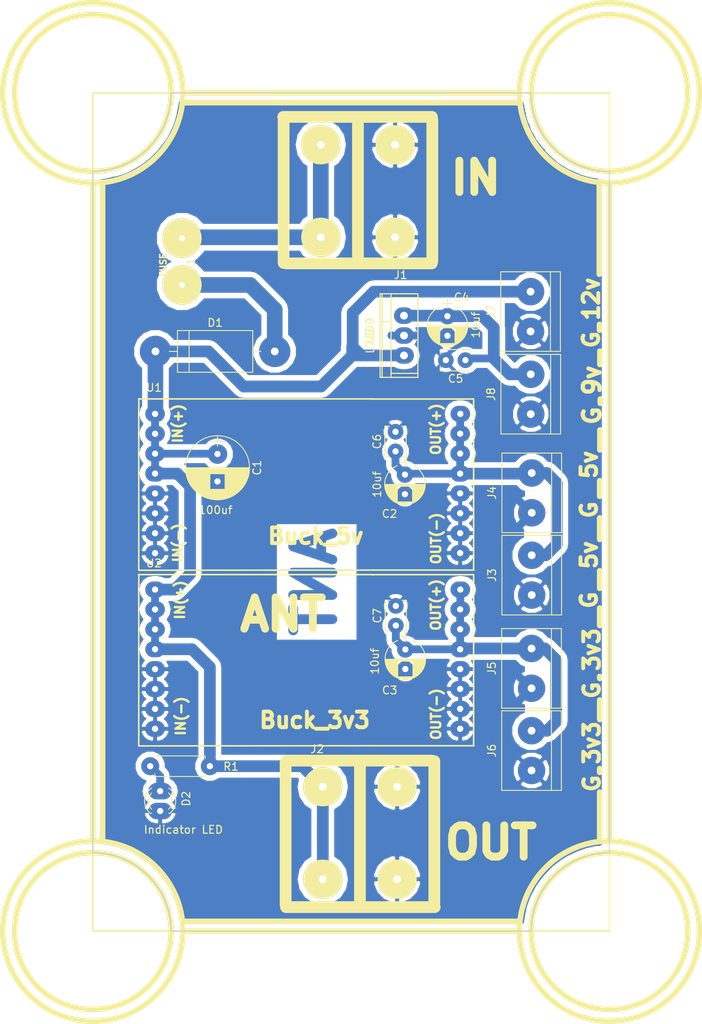
<source format=kicad_pcb>
(kicad_pcb (version 4) (host pcbnew 4.0.7)

  (general
    (links 69)
    (no_connects 0)
    (area 109.639135 24.139135 199.350001 154.860865)
    (thickness 1.6)
    (drawings 522)
    (tracks 109)
    (zones 0)
    (modules 22)
    (nets 9)
  )

  (page A4)
  (layers
    (0 F.Cu signal)
    (31 B.Cu signal)
    (32 B.Adhes user)
    (33 F.Adhes user)
    (34 B.Paste user)
    (35 F.Paste user)
    (36 B.SilkS user)
    (37 F.SilkS user)
    (38 B.Mask user)
    (39 F.Mask user)
    (40 Dwgs.User user)
    (41 Cmts.User user)
    (42 Eco1.User user)
    (43 Eco2.User user)
    (44 Edge.Cuts user)
    (45 Margin user)
    (46 B.CrtYd user)
    (47 F.CrtYd user)
    (48 B.Fab user)
    (49 F.Fab user)
  )

  (setup
    (last_trace_width 2)
    (user_trace_width 1)
    (user_trace_width 1.5)
    (user_trace_width 2)
    (trace_clearance 0.2)
    (zone_clearance 0.708)
    (zone_45_only yes)
    (trace_min 0.2)
    (segment_width 0.7)
    (edge_width 0.15)
    (via_size 0.6)
    (via_drill 0.4)
    (via_min_size 0.4)
    (via_min_drill 0.3)
    (uvia_size 0.3)
    (uvia_drill 0.1)
    (uvias_allowed no)
    (uvia_min_size 0.2)
    (uvia_min_drill 0.1)
    (pcb_text_width 0.3)
    (pcb_text_size 1.5 1.5)
    (mod_edge_width 0.15)
    (mod_text_size 1 1)
    (mod_text_width 0.15)
    (pad_size 2.1 3)
    (pad_drill 0.8)
    (pad_to_mask_clearance 0.2)
    (aux_axis_origin 0 0)
    (visible_elements 7FFFFFFF)
    (pcbplotparams
      (layerselection 0x00030_80000001)
      (usegerberextensions false)
      (excludeedgelayer true)
      (linewidth 0.100000)
      (plotframeref false)
      (viasonmask false)
      (mode 1)
      (useauxorigin false)
      (hpglpennumber 1)
      (hpglpenspeed 20)
      (hpglpendiameter 15)
      (hpglpenoverlay 2)
      (psnegative false)
      (psa4output false)
      (plotreference true)
      (plotvalue true)
      (plotinvisibletext false)
      (padsonsilk false)
      (subtractmaskfromsilk false)
      (outputformat 1)
      (mirror false)
      (drillshape 1)
      (scaleselection 1)
      (outputdirectory back))
  )

  (net 0 "")
  (net 1 "Net-(C1-Pad1)")
  (net 2 "Net-(C2-Pad1)")
  (net 3 "Net-(C3-Pad1)")
  (net 4 "Net-(D1-Pad2)")
  (net 5 GND)
  (net 6 "Net-(D2-Pad2)")
  (net 7 +12V)
  (net 8 "Net-(C4-Pad1)")

  (net_class Default "This is the default net class."
    (clearance 0.2)
    (trace_width 0.25)
    (via_dia 0.6)
    (via_drill 0.4)
    (uvia_dia 0.3)
    (uvia_drill 0.1)
    (add_net +12V)
    (add_net GND)
    (add_net "Net-(C1-Pad1)")
    (add_net "Net-(C2-Pad1)")
    (add_net "Net-(C3-Pad1)")
    (add_net "Net-(C4-Pad1)")
    (add_net "Net-(D1-Pad2)")
    (add_net "Net-(D2-Pad2)")
  )

  (module modFiles:Fuse_Holder (layer F.Cu) (tedit 5C180E69) (tstamp 5C17ECE5)
    (at 132.9 57.975 90)
    (path /5C17EBB8)
    (fp_text reference F1 (at 0 1.143 90) (layer F.SilkS)
      (effects (font (size 1 1) (thickness 0.15)))
    )
    (fp_text value FUSE (at 0 -2.413 270) (layer F.SilkS)
      (effects (font (size 0.8 0.8) (thickness 0.2)))
    )
    (pad 1 thru_hole circle (at 3.429 0 180) (size 5 5) (drill 0.762) (layers *.Cu *.Mask F.SilkS)
      (net 7 +12V))
    (pad 2 thru_hole circle (at -2.54 0 180) (size 5 5) (drill 0.762) (layers *.Cu *.Mask F.SilkS)
      (net 4 "Net-(D1-Pad2)"))
    (model _3D/Used/fuse_cq-200c.wrl
      (at (xyz 0 0.02 0))
      (scale (xyz 1 0.6 1))
      (rotate (xyz 0 0 90))
    )
  )

  (module modFiles:Buck_Regulator (layer F.Cu) (tedit 5C18054F) (tstamp 5C17ED27)
    (at 129.45 76.975)
    (descr "Through hole straight pin header, 1x16, 2.54mm pitch, single row")
    (tags "Through hole pin header THT 1x16 2.54mm single row")
    (path /5C17EAE7)
    (fp_text reference U1 (at -0.14 -3.35) (layer F.SilkS)
      (effects (font (size 1 1) (thickness 0.15)))
    )
    (fp_text value Buck_5v (at 20.525 15.6) (layer F.SilkS)
      (effects (font (size 2 2) (thickness 0.5)))
    )
    (fp_text user "OUT(-)" (at 35.9 15.9 90) (layer F.SilkS)
      (effects (font (size 1.2 1.2) (thickness 0.3)))
    )
    (fp_text user "OUT(+)" (at 35.875 1.95 90) (layer F.SilkS)
      (effects (font (size 1.2 1.2) (thickness 0.3)))
    )
    (fp_text user "IN(-)" (at 2.925 16.45 90) (layer F.SilkS)
      (effects (font (size 1.2 1.2) (thickness 0.3)))
    )
    (fp_text user "IN(+)" (at 2.9 1.225 90) (layer F.SilkS)
      (effects (font (size 1.2 1.2) (thickness 0.3)))
    )
    (fp_line (start 27.87 19.94) (end 40.74 19.94) (layer F.SilkS) (width 0.2))
    (fp_line (start 27.8 -1.9) (end 40.7 -1.9) (layer F.SilkS) (width 0.2))
    (fp_line (start 40.7 -1.9) (end 40.7 19.9) (layer F.SilkS) (width 0.2))
    (fp_line (start 27.7 -1.9) (end 27.9 -1.9) (layer F.SilkS) (width 0.2))
    (fp_line (start -2.08 19.96) (end 27.91 19.94) (layer F.SilkS) (width 0.2))
    (fp_line (start -2.1 -1.91) (end 27.74 -1.91) (layer F.SilkS) (width 0.2))
    (fp_line (start -2.07 -0.93) (end -2.07 -1.92) (layer F.SilkS) (width 0.2))
    (fp_line (start -2.08 -0.9) (end -2.08 19.9) (layer F.SilkS) (width 0.2))
    (pad 3 thru_hole oval (at 38.98 7.63) (size 2.5 2.05) (drill 0.8) (layers *.Cu *.Mask)
      (net 2 "Net-(C2-Pad1)"))
    (pad 1 thru_hole oval (at 0 0) (size 2.5 2.05) (drill 0.8) (layers *.Cu *.Mask)
      (net 1 "Net-(C1-Pad1)"))
    (pad 1 thru_hole oval (at 0 2.54) (size 2.5 2.05) (drill 0.8) (layers *.Cu *.Mask)
      (net 1 "Net-(C1-Pad1)"))
    (pad 1 thru_hole oval (at 0 5.08) (size 2.5 2.05) (drill 0.8) (layers *.Cu *.Mask)
      (net 1 "Net-(C1-Pad1)"))
    (pad 1 thru_hole oval (at 0 7.62) (size 2.5 2.05) (drill 0.8) (layers *.Cu *.Mask)
      (net 1 "Net-(C1-Pad1)"))
    (pad 2 thru_hole oval (at 0 10.16) (size 2.5 2.05) (drill 0.8) (layers *.Cu *.Mask)
      (net 5 GND))
    (pad 2 thru_hole oval (at 0 12.7) (size 2.5 2.05) (drill 0.8) (layers *.Cu *.Mask)
      (net 5 GND))
    (pad 2 thru_hole oval (at 0 15.24) (size 2.5 2.05) (drill 0.8) (layers *.Cu *.Mask)
      (net 5 GND))
    (pad 2 thru_hole oval (at 0 17.78) (size 2.5 2.05) (drill 0.8) (layers *.Cu *.Mask)
      (net 5 GND))
    (pad 3 thru_hole oval (at 39 0) (size 2.5 2.05) (drill 0.8) (layers *.Cu *.Mask)
      (net 2 "Net-(C2-Pad1)"))
    (pad 3 thru_hole oval (at 38.98 2.53) (size 2.5 2.05) (drill 0.8) (layers *.Cu *.Mask)
      (net 2 "Net-(C2-Pad1)"))
    (pad 3 thru_hole oval (at 38.98 5.07) (size 2.5 2.05) (drill 0.8) (layers *.Cu *.Mask)
      (net 2 "Net-(C2-Pad1)"))
    (pad 4 thru_hole oval (at 38.98 10.15) (size 2.5 2.05) (drill 0.8) (layers *.Cu *.Mask)
      (net 5 GND))
    (pad 4 thru_hole oval (at 38.98 12.69) (size 2.5 2.05) (drill 0.8) (layers *.Cu *.Mask)
      (net 5 GND))
    (pad 4 thru_hole oval (at 38.98 15.23) (size 2.5 2.05) (drill 0.8) (layers *.Cu *.Mask)
      (net 5 GND))
    (pad 4 thru_hole oval (at 38.98 17.77) (size 2.5 2.05) (drill 0.8) (layers *.Cu *.Mask)
      (net 5 GND))
    (model Pin_Headers.3dshapes/Pin_Header_Straight_1x08_Pitch2.54mm.wrl
      (at (xyz 0 0 0))
      (scale (xyz 1 1 1))
      (rotate (xyz 0 0 0))
    )
    (model Pin_Headers.3dshapes/Pin_Header_Straight_1x08_Pitch2.54mm.wrl
      (at (xyz 1.525 0 0))
      (scale (xyz 1 1 1))
      (rotate (xyz 0 0 0))
    )
  )

  (module modFiles:Capacitor_100uF (layer F.Cu) (tedit 5C18057C) (tstamp 5C17ECC7)
    (at 137.425 82.1 270)
    (descr "CP, Radial series, Radial, pin pitch=3.50mm, , diameter=8mm, Electrolytic Capacitor")
    (tags "CP Radial series Radial pin pitch 3.50mm  diameter 8mm Electrolytic Capacitor")
    (path /5C17F245)
    (fp_text reference C1 (at 1.75 -5.06 270) (layer F.SilkS)
      (effects (font (size 1 1) (thickness 0.15)))
    )
    (fp_text value 100uf (at 7.15 0.25 360) (layer F.SilkS)
      (effects (font (size 1 1) (thickness 0.15)))
    )
    (fp_circle (center 1.75 0) (end 5.75 0) (layer F.Fab) (width 0.1))
    (fp_circle (center 1.75 0) (end 5.84 0) (layer F.SilkS) (width 0.12))
    (fp_line (start -2.2 0) (end -1 0) (layer F.Fab) (width 0.1))
    (fp_line (start -1.6 -0.65) (end -1.6 0.65) (layer F.Fab) (width 0.1))
    (fp_line (start 1.75 -4.05) (end 1.75 4.05) (layer F.SilkS) (width 0.12))
    (fp_line (start 1.79 -4.05) (end 1.79 4.05) (layer F.SilkS) (width 0.12))
    (fp_line (start 1.83 -4.05) (end 1.83 4.05) (layer F.SilkS) (width 0.12))
    (fp_line (start 1.87 -4.049) (end 1.87 4.049) (layer F.SilkS) (width 0.12))
    (fp_line (start 1.91 -4.047) (end 1.91 4.047) (layer F.SilkS) (width 0.12))
    (fp_line (start 1.95 -4.046) (end 1.95 4.046) (layer F.SilkS) (width 0.12))
    (fp_line (start 1.99 -4.043) (end 1.99 4.043) (layer F.SilkS) (width 0.12))
    (fp_line (start 2.03 -4.041) (end 2.03 4.041) (layer F.SilkS) (width 0.12))
    (fp_line (start 2.07 -4.038) (end 2.07 4.038) (layer F.SilkS) (width 0.12))
    (fp_line (start 2.11 -4.035) (end 2.11 4.035) (layer F.SilkS) (width 0.12))
    (fp_line (start 2.15 -4.031) (end 2.15 4.031) (layer F.SilkS) (width 0.12))
    (fp_line (start 2.19 -4.027) (end 2.19 4.027) (layer F.SilkS) (width 0.12))
    (fp_line (start 2.23 -4.022) (end 2.23 4.022) (layer F.SilkS) (width 0.12))
    (fp_line (start 2.27 -4.017) (end 2.27 4.017) (layer F.SilkS) (width 0.12))
    (fp_line (start 2.31 -4.012) (end 2.31 4.012) (layer F.SilkS) (width 0.12))
    (fp_line (start 2.35 -4.006) (end 2.35 4.006) (layer F.SilkS) (width 0.12))
    (fp_line (start 2.39 -4) (end 2.39 4) (layer F.SilkS) (width 0.12))
    (fp_line (start 2.43 -3.994) (end 2.43 3.994) (layer F.SilkS) (width 0.12))
    (fp_line (start 2.471 -3.987) (end 2.471 3.987) (layer F.SilkS) (width 0.12))
    (fp_line (start 2.511 -3.979) (end 2.511 3.979) (layer F.SilkS) (width 0.12))
    (fp_line (start 2.551 -3.971) (end 2.551 -0.98) (layer F.SilkS) (width 0.12))
    (fp_line (start 2.551 0.98) (end 2.551 3.971) (layer F.SilkS) (width 0.12))
    (fp_line (start 2.591 -3.963) (end 2.591 -0.98) (layer F.SilkS) (width 0.12))
    (fp_line (start 2.591 0.98) (end 2.591 3.963) (layer F.SilkS) (width 0.12))
    (fp_line (start 2.631 -3.955) (end 2.631 -0.98) (layer F.SilkS) (width 0.12))
    (fp_line (start 2.631 0.98) (end 2.631 3.955) (layer F.SilkS) (width 0.12))
    (fp_line (start 2.671 -3.946) (end 2.671 -0.98) (layer F.SilkS) (width 0.12))
    (fp_line (start 2.671 0.98) (end 2.671 3.946) (layer F.SilkS) (width 0.12))
    (fp_line (start 2.711 -3.936) (end 2.711 -0.98) (layer F.SilkS) (width 0.12))
    (fp_line (start 2.711 0.98) (end 2.711 3.936) (layer F.SilkS) (width 0.12))
    (fp_line (start 2.751 -3.926) (end 2.751 -0.98) (layer F.SilkS) (width 0.12))
    (fp_line (start 2.751 0.98) (end 2.751 3.926) (layer F.SilkS) (width 0.12))
    (fp_line (start 2.791 -3.916) (end 2.791 -0.98) (layer F.SilkS) (width 0.12))
    (fp_line (start 2.791 0.98) (end 2.791 3.916) (layer F.SilkS) (width 0.12))
    (fp_line (start 2.831 -3.905) (end 2.831 -0.98) (layer F.SilkS) (width 0.12))
    (fp_line (start 2.831 0.98) (end 2.831 3.905) (layer F.SilkS) (width 0.12))
    (fp_line (start 2.871 -3.894) (end 2.871 -0.98) (layer F.SilkS) (width 0.12))
    (fp_line (start 2.871 0.98) (end 2.871 3.894) (layer F.SilkS) (width 0.12))
    (fp_line (start 2.911 -3.883) (end 2.911 -0.98) (layer F.SilkS) (width 0.12))
    (fp_line (start 2.911 0.98) (end 2.911 3.883) (layer F.SilkS) (width 0.12))
    (fp_line (start 2.951 -3.87) (end 2.951 -0.98) (layer F.SilkS) (width 0.12))
    (fp_line (start 2.951 0.98) (end 2.951 3.87) (layer F.SilkS) (width 0.12))
    (fp_line (start 2.991 -3.858) (end 2.991 -0.98) (layer F.SilkS) (width 0.12))
    (fp_line (start 2.991 0.98) (end 2.991 3.858) (layer F.SilkS) (width 0.12))
    (fp_line (start 3.031 -3.845) (end 3.031 -0.98) (layer F.SilkS) (width 0.12))
    (fp_line (start 3.031 0.98) (end 3.031 3.845) (layer F.SilkS) (width 0.12))
    (fp_line (start 3.071 -3.832) (end 3.071 -0.98) (layer F.SilkS) (width 0.12))
    (fp_line (start 3.071 0.98) (end 3.071 3.832) (layer F.SilkS) (width 0.12))
    (fp_line (start 3.111 -3.818) (end 3.111 -0.98) (layer F.SilkS) (width 0.12))
    (fp_line (start 3.111 0.98) (end 3.111 3.818) (layer F.SilkS) (width 0.12))
    (fp_line (start 3.151 -3.803) (end 3.151 -0.98) (layer F.SilkS) (width 0.12))
    (fp_line (start 3.151 0.98) (end 3.151 3.803) (layer F.SilkS) (width 0.12))
    (fp_line (start 3.191 -3.789) (end 3.191 -0.98) (layer F.SilkS) (width 0.12))
    (fp_line (start 3.191 0.98) (end 3.191 3.789) (layer F.SilkS) (width 0.12))
    (fp_line (start 3.231 -3.773) (end 3.231 -0.98) (layer F.SilkS) (width 0.12))
    (fp_line (start 3.231 0.98) (end 3.231 3.773) (layer F.SilkS) (width 0.12))
    (fp_line (start 3.271 -3.758) (end 3.271 -0.98) (layer F.SilkS) (width 0.12))
    (fp_line (start 3.271 0.98) (end 3.271 3.758) (layer F.SilkS) (width 0.12))
    (fp_line (start 3.311 -3.741) (end 3.311 -0.98) (layer F.SilkS) (width 0.12))
    (fp_line (start 3.311 0.98) (end 3.311 3.741) (layer F.SilkS) (width 0.12))
    (fp_line (start 3.351 -3.725) (end 3.351 -0.98) (layer F.SilkS) (width 0.12))
    (fp_line (start 3.351 0.98) (end 3.351 3.725) (layer F.SilkS) (width 0.12))
    (fp_line (start 3.391 -3.707) (end 3.391 -0.98) (layer F.SilkS) (width 0.12))
    (fp_line (start 3.391 0.98) (end 3.391 3.707) (layer F.SilkS) (width 0.12))
    (fp_line (start 3.431 -3.69) (end 3.431 -0.98) (layer F.SilkS) (width 0.12))
    (fp_line (start 3.431 0.98) (end 3.431 3.69) (layer F.SilkS) (width 0.12))
    (fp_line (start 3.471 -3.671) (end 3.471 -0.98) (layer F.SilkS) (width 0.12))
    (fp_line (start 3.471 0.98) (end 3.471 3.671) (layer F.SilkS) (width 0.12))
    (fp_line (start 3.511 -3.652) (end 3.511 -0.98) (layer F.SilkS) (width 0.12))
    (fp_line (start 3.511 0.98) (end 3.511 3.652) (layer F.SilkS) (width 0.12))
    (fp_line (start 3.551 -3.633) (end 3.551 -0.98) (layer F.SilkS) (width 0.12))
    (fp_line (start 3.551 0.98) (end 3.551 3.633) (layer F.SilkS) (width 0.12))
    (fp_line (start 3.591 -3.613) (end 3.591 -0.98) (layer F.SilkS) (width 0.12))
    (fp_line (start 3.591 0.98) (end 3.591 3.613) (layer F.SilkS) (width 0.12))
    (fp_line (start 3.631 -3.593) (end 3.631 -0.98) (layer F.SilkS) (width 0.12))
    (fp_line (start 3.631 0.98) (end 3.631 3.593) (layer F.SilkS) (width 0.12))
    (fp_line (start 3.671 -3.572) (end 3.671 -0.98) (layer F.SilkS) (width 0.12))
    (fp_line (start 3.671 0.98) (end 3.671 3.572) (layer F.SilkS) (width 0.12))
    (fp_line (start 3.711 -3.55) (end 3.711 -0.98) (layer F.SilkS) (width 0.12))
    (fp_line (start 3.711 0.98) (end 3.711 3.55) (layer F.SilkS) (width 0.12))
    (fp_line (start 3.751 -3.528) (end 3.751 -0.98) (layer F.SilkS) (width 0.12))
    (fp_line (start 3.751 0.98) (end 3.751 3.528) (layer F.SilkS) (width 0.12))
    (fp_line (start 3.791 -3.505) (end 3.791 -0.98) (layer F.SilkS) (width 0.12))
    (fp_line (start 3.791 0.98) (end 3.791 3.505) (layer F.SilkS) (width 0.12))
    (fp_line (start 3.831 -3.482) (end 3.831 -0.98) (layer F.SilkS) (width 0.12))
    (fp_line (start 3.831 0.98) (end 3.831 3.482) (layer F.SilkS) (width 0.12))
    (fp_line (start 3.871 -3.458) (end 3.871 -0.98) (layer F.SilkS) (width 0.12))
    (fp_line (start 3.871 0.98) (end 3.871 3.458) (layer F.SilkS) (width 0.12))
    (fp_line (start 3.911 -3.434) (end 3.911 -0.98) (layer F.SilkS) (width 0.12))
    (fp_line (start 3.911 0.98) (end 3.911 3.434) (layer F.SilkS) (width 0.12))
    (fp_line (start 3.951 -3.408) (end 3.951 -0.98) (layer F.SilkS) (width 0.12))
    (fp_line (start 3.951 0.98) (end 3.951 3.408) (layer F.SilkS) (width 0.12))
    (fp_line (start 3.991 -3.383) (end 3.991 -0.98) (layer F.SilkS) (width 0.12))
    (fp_line (start 3.991 0.98) (end 3.991 3.383) (layer F.SilkS) (width 0.12))
    (fp_line (start 4.031 -3.356) (end 4.031 -0.98) (layer F.SilkS) (width 0.12))
    (fp_line (start 4.031 0.98) (end 4.031 3.356) (layer F.SilkS) (width 0.12))
    (fp_line (start 4.071 -3.329) (end 4.071 -0.98) (layer F.SilkS) (width 0.12))
    (fp_line (start 4.071 0.98) (end 4.071 3.329) (layer F.SilkS) (width 0.12))
    (fp_line (start 4.111 -3.301) (end 4.111 -0.98) (layer F.SilkS) (width 0.12))
    (fp_line (start 4.111 0.98) (end 4.111 3.301) (layer F.SilkS) (width 0.12))
    (fp_line (start 4.151 -3.272) (end 4.151 -0.98) (layer F.SilkS) (width 0.12))
    (fp_line (start 4.151 0.98) (end 4.151 3.272) (layer F.SilkS) (width 0.12))
    (fp_line (start 4.191 -3.243) (end 4.191 -0.98) (layer F.SilkS) (width 0.12))
    (fp_line (start 4.191 0.98) (end 4.191 3.243) (layer F.SilkS) (width 0.12))
    (fp_line (start 4.231 -3.213) (end 4.231 -0.98) (layer F.SilkS) (width 0.12))
    (fp_line (start 4.231 0.98) (end 4.231 3.213) (layer F.SilkS) (width 0.12))
    (fp_line (start 4.271 -3.182) (end 4.271 -0.98) (layer F.SilkS) (width 0.12))
    (fp_line (start 4.271 0.98) (end 4.271 3.182) (layer F.SilkS) (width 0.12))
    (fp_line (start 4.311 -3.15) (end 4.311 -0.98) (layer F.SilkS) (width 0.12))
    (fp_line (start 4.311 0.98) (end 4.311 3.15) (layer F.SilkS) (width 0.12))
    (fp_line (start 4.351 -3.118) (end 4.351 -0.98) (layer F.SilkS) (width 0.12))
    (fp_line (start 4.351 0.98) (end 4.351 3.118) (layer F.SilkS) (width 0.12))
    (fp_line (start 4.391 -3.084) (end 4.391 -0.98) (layer F.SilkS) (width 0.12))
    (fp_line (start 4.391 0.98) (end 4.391 3.084) (layer F.SilkS) (width 0.12))
    (fp_line (start 4.431 -3.05) (end 4.431 -0.98) (layer F.SilkS) (width 0.12))
    (fp_line (start 4.431 0.98) (end 4.431 3.05) (layer F.SilkS) (width 0.12))
    (fp_line (start 4.471 -3.015) (end 4.471 -0.98) (layer F.SilkS) (width 0.12))
    (fp_line (start 4.471 0.98) (end 4.471 3.015) (layer F.SilkS) (width 0.12))
    (fp_line (start 4.511 -2.979) (end 4.511 2.979) (layer F.SilkS) (width 0.12))
    (fp_line (start 4.551 -2.942) (end 4.551 2.942) (layer F.SilkS) (width 0.12))
    (fp_line (start 4.591 -2.904) (end 4.591 2.904) (layer F.SilkS) (width 0.12))
    (fp_line (start 4.631 -2.865) (end 4.631 2.865) (layer F.SilkS) (width 0.12))
    (fp_line (start 4.671 -2.824) (end 4.671 2.824) (layer F.SilkS) (width 0.12))
    (fp_line (start 4.711 -2.783) (end 4.711 2.783) (layer F.SilkS) (width 0.12))
    (fp_line (start 4.751 -2.74) (end 4.751 2.74) (layer F.SilkS) (width 0.12))
    (fp_line (start 4.791 -2.697) (end 4.791 2.697) (layer F.SilkS) (width 0.12))
    (fp_line (start 4.831 -2.652) (end 4.831 2.652) (layer F.SilkS) (width 0.12))
    (fp_line (start 4.871 -2.605) (end 4.871 2.605) (layer F.SilkS) (width 0.12))
    (fp_line (start 4.911 -2.557) (end 4.911 2.557) (layer F.SilkS) (width 0.12))
    (fp_line (start 4.951 -2.508) (end 4.951 2.508) (layer F.SilkS) (width 0.12))
    (fp_line (start 4.991 -2.457) (end 4.991 2.457) (layer F.SilkS) (width 0.12))
    (fp_line (start 5.031 -2.404) (end 5.031 2.404) (layer F.SilkS) (width 0.12))
    (fp_line (start 5.071 -2.349) (end 5.071 2.349) (layer F.SilkS) (width 0.12))
    (fp_line (start 5.111 -2.293) (end 5.111 2.293) (layer F.SilkS) (width 0.12))
    (fp_line (start 5.151 -2.234) (end 5.151 2.234) (layer F.SilkS) (width 0.12))
    (fp_line (start 5.191 -2.173) (end 5.191 2.173) (layer F.SilkS) (width 0.12))
    (fp_line (start 5.231 -2.109) (end 5.231 2.109) (layer F.SilkS) (width 0.12))
    (fp_line (start 5.271 -2.043) (end 5.271 2.043) (layer F.SilkS) (width 0.12))
    (fp_line (start 5.311 -1.974) (end 5.311 1.974) (layer F.SilkS) (width 0.12))
    (fp_line (start 5.351 -1.902) (end 5.351 1.902) (layer F.SilkS) (width 0.12))
    (fp_line (start 5.391 -1.826) (end 5.391 1.826) (layer F.SilkS) (width 0.12))
    (fp_line (start 5.431 -1.745) (end 5.431 1.745) (layer F.SilkS) (width 0.12))
    (fp_line (start 5.471 -1.66) (end 5.471 1.66) (layer F.SilkS) (width 0.12))
    (fp_line (start 5.511 -1.57) (end 5.511 1.57) (layer F.SilkS) (width 0.12))
    (fp_line (start 5.551 -1.473) (end 5.551 1.473) (layer F.SilkS) (width 0.12))
    (fp_line (start 5.591 -1.369) (end 5.591 1.369) (layer F.SilkS) (width 0.12))
    (fp_line (start 5.631 -1.254) (end 5.631 1.254) (layer F.SilkS) (width 0.12))
    (fp_line (start 5.671 -1.127) (end 5.671 1.127) (layer F.SilkS) (width 0.12))
    (fp_line (start 5.711 -0.983) (end 5.711 0.983) (layer F.SilkS) (width 0.12))
    (fp_line (start 5.751 -0.814) (end 5.751 0.814) (layer F.SilkS) (width 0.12))
    (fp_line (start 5.791 -0.598) (end 5.791 0.598) (layer F.SilkS) (width 0.12))
    (fp_line (start 5.831 -0.246) (end 5.831 0.246) (layer F.SilkS) (width 0.12))
    (fp_line (start -2.2 0) (end -1 0) (layer F.SilkS) (width 0.12))
    (fp_line (start -1.6 -0.65) (end -1.6 0.65) (layer F.SilkS) (width 0.12))
    (fp_line (start -2.6 -4.35) (end -2.6 4.35) (layer F.CrtYd) (width 0.05))
    (fp_line (start -2.6 4.35) (end 6.1 4.35) (layer F.CrtYd) (width 0.05))
    (fp_line (start 6.1 4.35) (end 6.1 -4.35) (layer F.CrtYd) (width 0.05))
    (fp_line (start 6.1 -4.35) (end -2.6 -4.35) (layer F.CrtYd) (width 0.05))
    (pad 1 thru_hole circle (at 0 0 270) (size 2.5 2.5) (drill 0.8) (layers *.Cu *.Mask)
      (net 1 "Net-(C1-Pad1)"))
    (pad 2 thru_hole circle (at 3.5 0 270) (size 2.5 2.5) (drill 0.8) (layers *.Cu *.Mask)
      (net 5 GND))
    (model _3D/Used/CP_Radial_D8.0mm_P3.50mm.wrl
      (at (xyz 0 0 0))
      (scale (xyz 0.393701 0.393701 0.393701))
      (rotate (xyz 0 0 0))
    )
  )

  (module modFiles:Diode_Medium (layer F.Cu) (tedit 5C180558) (tstamp 5C17ECD9)
    (at 129.5 69)
    (descr "D, DO-201AD series, Axial, Horizontal, pin pitch=15.24mm, , length*diameter=9.5*5.2mm^2, , http://www.diodes.com/_files/packages/DO-201AD.pdf")
    (tags "D DO-201AD series Axial Horizontal pin pitch 15.24mm  length 9.5mm diameter 5.2mm")
    (path /5C17EC80)
    (fp_text reference D1 (at 7.62 -3.66) (layer F.SilkS)
      (effects (font (size 1 1) (thickness 0.15)))
    )
    (fp_text value D (at 7.8 0.175) (layer F.Fab)
      (effects (font (size 1 1) (thickness 0.15)))
    )
    (fp_line (start 2.87 -2.6) (end 2.87 2.6) (layer F.Fab) (width 0.1))
    (fp_line (start 2.87 2.6) (end 12.37 2.6) (layer F.Fab) (width 0.1))
    (fp_line (start 12.37 2.6) (end 12.37 -2.6) (layer F.Fab) (width 0.1))
    (fp_line (start 12.37 -2.6) (end 2.87 -2.6) (layer F.Fab) (width 0.1))
    (fp_line (start 0 0) (end 2.87 0) (layer F.Fab) (width 0.1))
    (fp_line (start 15.24 0) (end 12.37 0) (layer F.Fab) (width 0.1))
    (fp_line (start 4.295 -2.6) (end 4.295 2.6) (layer F.Fab) (width 0.1))
    (fp_line (start 2.81 -2.66) (end 2.81 2.66) (layer F.SilkS) (width 0.12))
    (fp_line (start 2.81 2.66) (end 12.43 2.66) (layer F.SilkS) (width 0.12))
    (fp_line (start 12.43 2.66) (end 12.43 -2.66) (layer F.SilkS) (width 0.12))
    (fp_line (start 12.43 -2.66) (end 2.81 -2.66) (layer F.SilkS) (width 0.12))
    (fp_line (start 1.78 0) (end 2.81 0) (layer F.SilkS) (width 0.12))
    (fp_line (start 13.46 0) (end 12.43 0) (layer F.SilkS) (width 0.12))
    (fp_line (start 4.295 -2.66) (end 4.295 2.66) (layer F.SilkS) (width 0.12))
    (fp_line (start -1.85 -2.95) (end -1.85 2.95) (layer F.CrtYd) (width 0.05))
    (fp_line (start -1.85 2.95) (end 17.1 2.95) (layer F.CrtYd) (width 0.05))
    (fp_line (start 17.1 2.95) (end 17.1 -2.95) (layer F.CrtYd) (width 0.05))
    (fp_line (start 17.1 -2.95) (end -1.85 -2.95) (layer F.CrtYd) (width 0.05))
    (pad 1 thru_hole circle (at 0 0) (size 4 4) (drill 1) (layers *.Cu *.Mask)
      (net 1 "Net-(C1-Pad1)"))
    (pad 2 thru_hole circle (at 15.24 0) (size 4 4) (drill 1) (layers *.Cu *.Mask)
      (net 4 "Net-(D1-Pad2)"))
    (model _3D/Used/D_DO-15_P10.16mm_Horizontal.wrl
      (at (xyz 0 0 0))
      (scale (xyz 0.6 0.6 0.6))
      (rotate (xyz 0 0 0))
    )
  )

  (module modFiles:LED_D3.0mm (layer F.Cu) (tedit 5C181AC7) (tstamp 5C17ECDF)
    (at 130.1 127.675 90)
    (descr "LED, diameter 3.0mm, 2 pins")
    (tags "LED diameter 3.0mm 2 pins")
    (path /5C17ED16)
    (fp_text reference D2 (at 1.575 3.325 90) (layer F.SilkS)
      (effects (font (size 1 1) (thickness 0.15)))
    )
    (fp_text value "Indicator LED" (at -2.375 2.975 180) (layer F.SilkS)
      (effects (font (size 1 1) (thickness 0.15)))
    )
    (fp_arc (start 1.27 0) (end -0.23 -1.16619) (angle 284.3) (layer F.Fab) (width 0.1))
    (fp_arc (start 1.27 0) (end -0.29 -1.235516) (angle 108.8) (layer F.SilkS) (width 0.12))
    (fp_arc (start 1.27 0) (end -0.29 1.235516) (angle -108.8) (layer F.SilkS) (width 0.12))
    (fp_arc (start 1.27 0) (end 0.229039 -1.08) (angle 87.9) (layer F.SilkS) (width 0.12))
    (fp_arc (start 1.27 0) (end 0.229039 1.08) (angle -87.9) (layer F.SilkS) (width 0.12))
    (fp_circle (center 1.27 0) (end 2.77 0) (layer F.Fab) (width 0.1))
    (fp_line (start -0.23 -1.16619) (end -0.23 1.16619) (layer F.Fab) (width 0.1))
    (fp_line (start -0.29 -1.236) (end -0.29 -1.08) (layer F.SilkS) (width 0.12))
    (fp_line (start -0.29 1.08) (end -0.29 1.236) (layer F.SilkS) (width 0.12))
    (fp_line (start -1.15 -2.25) (end -1.15 2.25) (layer F.CrtYd) (width 0.05))
    (fp_line (start -1.15 2.25) (end 3.7 2.25) (layer F.CrtYd) (width 0.05))
    (fp_line (start 3.7 2.25) (end 3.7 -2.25) (layer F.CrtYd) (width 0.05))
    (fp_line (start 3.7 -2.25) (end -1.15 -2.25) (layer F.CrtYd) (width 0.05))
    (pad 1 thru_hole oval (at 0 0 90) (size 2.1 3) (drill 0.8) (layers *.Cu *.Mask)
      (net 5 GND))
    (pad 2 thru_hole oval (at 2.54 0 90) (size 2.1 3) (drill 0.8) (layers *.Cu *.Mask)
      (net 6 "Net-(D2-Pad2)"))
    (model _3D/Used/led_3mm_red.wrl
      (at (xyz 0.05 0 0))
      (scale (xyz 1 1 1))
      (rotate (xyz 0 0 90))
    )
  )

  (module modFiles:Solar_Connector (layer F.Cu) (tedit 5ADE0D2B) (tstamp 5C17ECED)
    (at 155.5 49 180)
    (path /5C17EB43)
    (fp_text reference J1 (at -5.334 -10.2362 180) (layer F.SilkS)
      (effects (font (size 1 1) (thickness 0.15)))
    )
    (fp_text value Pwr_In (at -8.128 -10.2362 180) (layer F.SilkS) hide
      (effects (font (size 1 1) (thickness 0.15)))
    )
    (fp_line (start -9.2964 -8.763) (end 9.3 -8.763) (layer F.SilkS) (width 1.5))
    (fp_line (start 9.6274 -8.7) (end 9.6274 9.5) (layer F.SilkS) (width 1.5))
    (fp_line (start -9.3218 9.9388) (end 9.6782 9.9388) (layer F.SilkS) (width 1.5))
    (fp_line (start -9.3726 -8.5) (end -9.3726 9.6) (layer F.SilkS) (width 1.5))
    (fp_line (start 0.1274 8.9736) (end 0.1274 -8.0264) (layer F.SilkS) (width 1.5))
    (pad 1 thru_hole oval (at -4.6226 -5.4264 270) (size 5 5) (drill 1) (layers *.Cu *.Mask F.SilkS)
      (net 5 GND))
    (pad 2 thru_hole oval (at 4.8774 -5.4264 270) (size 5 5) (drill 1) (layers *.Cu *.Mask F.SilkS)
      (net 7 +12V))
    (pad 1 thru_hole oval (at -4.6226 6.3736 270) (size 5 5) (drill 1) (layers *.Cu *.Mask F.SilkS)
      (net 5 GND))
    (pad 2 thru_hole oval (at 4.8774 6.3736 270) (size 5 5) (drill 1) (layers *.Cu *.Mask F.SilkS)
      (net 7 +12V))
  )

  (module modFiles:Solar_Connector (layer F.Cu) (tedit 5ADE0D2B) (tstamp 5C17ECF5)
    (at 155.5 130)
    (path /5C17FC50)
    (fp_text reference J2 (at -5.334 -10.2362) (layer F.SilkS)
      (effects (font (size 1 1) (thickness 0.15)))
    )
    (fp_text value 12v (at -8.128 -10.2362) (layer F.SilkS) hide
      (effects (font (size 1 1) (thickness 0.15)))
    )
    (fp_line (start -9.2964 -8.763) (end 9.3 -8.763) (layer F.SilkS) (width 1.5))
    (fp_line (start 9.6274 -8.7) (end 9.6274 9.5) (layer F.SilkS) (width 1.5))
    (fp_line (start -9.3218 9.9388) (end 9.6782 9.9388) (layer F.SilkS) (width 1.5))
    (fp_line (start -9.3726 -8.5) (end -9.3726 9.6) (layer F.SilkS) (width 1.5))
    (fp_line (start 0.1274 8.9736) (end 0.1274 -8.0264) (layer F.SilkS) (width 1.5))
    (pad 1 thru_hole oval (at -4.6226 -5.4264 90) (size 5 5) (drill 1) (layers *.Cu *.Mask F.SilkS)
      (net 1 "Net-(C1-Pad1)"))
    (pad 2 thru_hole oval (at 4.8774 -5.4264 90) (size 5 5) (drill 1) (layers *.Cu *.Mask F.SilkS)
      (net 5 GND))
    (pad 1 thru_hole oval (at -4.6226 6.3736 90) (size 5 5) (drill 1) (layers *.Cu *.Mask F.SilkS)
      (net 1 "Net-(C1-Pad1)"))
    (pad 2 thru_hole oval (at 4.8774 6.3736 90) (size 5 5) (drill 1) (layers *.Cu *.Mask F.SilkS)
      (net 5 GND))
  )

  (module modFiles:Connector_Bornier_2 (layer F.Cu) (tedit 5C18076A) (tstamp 5C17ECFB)
    (at 177.575 100.1 90)
    (descr "Bornier d'alimentation 2 pins")
    (tags DEV)
    (path /5C17FDCC)
    (fp_text reference J3 (at 2.54 -5.08 90) (layer F.SilkS)
      (effects (font (size 1 1) (thickness 0.15)))
    )
    (fp_text value 5v (at 2.65 -2.45 90) (layer F.Fab)
      (effects (font (size 1 1) (thickness 0.15)))
    )
    (fp_line (start -2.41 2.55) (end 7.49 2.55) (layer F.Fab) (width 0.1))
    (fp_line (start -2.46 -3.75) (end -2.46 3.75) (layer F.Fab) (width 0.1))
    (fp_line (start -2.46 3.75) (end 7.54 3.75) (layer F.Fab) (width 0.1))
    (fp_line (start 7.54 3.75) (end 7.54 -3.75) (layer F.Fab) (width 0.1))
    (fp_line (start 7.54 -3.75) (end -2.46 -3.75) (layer F.Fab) (width 0.1))
    (fp_line (start 7.62 2.54) (end -2.54 2.54) (layer F.SilkS) (width 0.12))
    (fp_line (start 7.62 3.81) (end 7.62 -3.81) (layer F.SilkS) (width 0.12))
    (fp_line (start 7.62 -3.81) (end -2.54 -3.81) (layer F.SilkS) (width 0.12))
    (fp_line (start -2.54 -3.81) (end -2.54 3.81) (layer F.SilkS) (width 0.12))
    (fp_line (start -2.54 3.81) (end 7.62 3.81) (layer F.SilkS) (width 0.12))
    (fp_line (start -2.71 -4) (end 7.79 -4) (layer F.CrtYd) (width 0.05))
    (fp_line (start -2.71 -4) (end -2.71 4) (layer F.CrtYd) (width 0.05))
    (fp_line (start 7.79 4) (end 7.79 -4) (layer F.CrtYd) (width 0.05))
    (fp_line (start 7.79 4) (end -2.71 4) (layer F.CrtYd) (width 0.05))
    (pad 1 thru_hole circle (at 0 0 90) (size 3.5 3.5) (drill 1) (layers *.Cu *.Mask)
      (net 5 GND))
    (pad 2 thru_hole circle (at 5.08 0 90) (size 3.5 3.5) (drill 1) (layers *.Cu *.Mask)
      (net 2 "Net-(C2-Pad1)"))
    (model _3D/Used/Pheonix_MKDS1.5-2pol.wrl
      (at (xyz 0.1 0 0))
      (scale (xyz 1 1 1))
      (rotate (xyz 0 0 0))
    )
  )

  (module modFiles:Connector_Bornier_2 (layer F.Cu) (tedit 5C180767) (tstamp 5C17ED01)
    (at 177.575 89.6 90)
    (descr "Bornier d'alimentation 2 pins")
    (tags DEV)
    (path /5C17FE0D)
    (fp_text reference J4 (at 2.54 -5.08 90) (layer F.SilkS)
      (effects (font (size 1 1) (thickness 0.15)))
    )
    (fp_text value 5v (at 2.425 -2.45 90) (layer F.Fab)
      (effects (font (size 1 1) (thickness 0.15)))
    )
    (fp_line (start -2.41 2.55) (end 7.49 2.55) (layer F.Fab) (width 0.1))
    (fp_line (start -2.46 -3.75) (end -2.46 3.75) (layer F.Fab) (width 0.1))
    (fp_line (start -2.46 3.75) (end 7.54 3.75) (layer F.Fab) (width 0.1))
    (fp_line (start 7.54 3.75) (end 7.54 -3.75) (layer F.Fab) (width 0.1))
    (fp_line (start 7.54 -3.75) (end -2.46 -3.75) (layer F.Fab) (width 0.1))
    (fp_line (start 7.62 2.54) (end -2.54 2.54) (layer F.SilkS) (width 0.12))
    (fp_line (start 7.62 3.81) (end 7.62 -3.81) (layer F.SilkS) (width 0.12))
    (fp_line (start 7.62 -3.81) (end -2.54 -3.81) (layer F.SilkS) (width 0.12))
    (fp_line (start -2.54 -3.81) (end -2.54 3.81) (layer F.SilkS) (width 0.12))
    (fp_line (start -2.54 3.81) (end 7.62 3.81) (layer F.SilkS) (width 0.12))
    (fp_line (start -2.71 -4) (end 7.79 -4) (layer F.CrtYd) (width 0.05))
    (fp_line (start -2.71 -4) (end -2.71 4) (layer F.CrtYd) (width 0.05))
    (fp_line (start 7.79 4) (end 7.79 -4) (layer F.CrtYd) (width 0.05))
    (fp_line (start 7.79 4) (end -2.71 4) (layer F.CrtYd) (width 0.05))
    (pad 1 thru_hole circle (at 0 0 90) (size 3.5 3.5) (drill 1) (layers *.Cu *.Mask)
      (net 5 GND))
    (pad 2 thru_hole circle (at 5.08 0 90) (size 3.5 3.5) (drill 1) (layers *.Cu *.Mask)
      (net 2 "Net-(C2-Pad1)"))
    (model _3D/Used/Pheonix_MKDS1.5-2pol.wrl
      (at (xyz 0.1 0 0))
      (scale (xyz 1 1 1))
      (rotate (xyz 0 0 0))
    )
  )

  (module modFiles:Connector_Bornier_2 (layer F.Cu) (tedit 5C18076E) (tstamp 5C17ED07)
    (at 177.55 112 90)
    (descr "Bornier d'alimentation 2 pins")
    (tags DEV)
    (path /5C17FE5E)
    (fp_text reference J5 (at 2.54 -5.08 90) (layer F.SilkS)
      (effects (font (size 1 1) (thickness 0.15)))
    )
    (fp_text value 3v3 (at 2.75 -2.525 90) (layer F.Fab)
      (effects (font (size 1 1) (thickness 0.15)))
    )
    (fp_line (start -2.41 2.55) (end 7.49 2.55) (layer F.Fab) (width 0.1))
    (fp_line (start -2.46 -3.75) (end -2.46 3.75) (layer F.Fab) (width 0.1))
    (fp_line (start -2.46 3.75) (end 7.54 3.75) (layer F.Fab) (width 0.1))
    (fp_line (start 7.54 3.75) (end 7.54 -3.75) (layer F.Fab) (width 0.1))
    (fp_line (start 7.54 -3.75) (end -2.46 -3.75) (layer F.Fab) (width 0.1))
    (fp_line (start 7.62 2.54) (end -2.54 2.54) (layer F.SilkS) (width 0.12))
    (fp_line (start 7.62 3.81) (end 7.62 -3.81) (layer F.SilkS) (width 0.12))
    (fp_line (start 7.62 -3.81) (end -2.54 -3.81) (layer F.SilkS) (width 0.12))
    (fp_line (start -2.54 -3.81) (end -2.54 3.81) (layer F.SilkS) (width 0.12))
    (fp_line (start -2.54 3.81) (end 7.62 3.81) (layer F.SilkS) (width 0.12))
    (fp_line (start -2.71 -4) (end 7.79 -4) (layer F.CrtYd) (width 0.05))
    (fp_line (start -2.71 -4) (end -2.71 4) (layer F.CrtYd) (width 0.05))
    (fp_line (start 7.79 4) (end 7.79 -4) (layer F.CrtYd) (width 0.05))
    (fp_line (start 7.79 4) (end -2.71 4) (layer F.CrtYd) (width 0.05))
    (pad 1 thru_hole circle (at 0 0 90) (size 3.5 3.5) (drill 1) (layers *.Cu *.Mask)
      (net 5 GND))
    (pad 2 thru_hole circle (at 5.08 0 90) (size 3.5 3.5) (drill 1) (layers *.Cu *.Mask)
      (net 3 "Net-(C3-Pad1)"))
    (model _3D/Used/Pheonix_MKDS1.5-2pol.wrl
      (at (xyz 0.1 0 0))
      (scale (xyz 1 1 1))
      (rotate (xyz 0 0 0))
    )
  )

  (module modFiles:Connector_Bornier_2 (layer F.Cu) (tedit 5C180770) (tstamp 5C17ED0D)
    (at 177.55 122.5 90)
    (descr "Bornier d'alimentation 2 pins")
    (tags DEV)
    (path /5C17FEC6)
    (fp_text reference J6 (at 2.54 -5.08 90) (layer F.SilkS)
      (effects (font (size 1 1) (thickness 0.15)))
    )
    (fp_text value 3v3 (at 2.7 -2.65 90) (layer F.Fab)
      (effects (font (size 1 1) (thickness 0.15)))
    )
    (fp_line (start -2.41 2.55) (end 7.49 2.55) (layer F.Fab) (width 0.1))
    (fp_line (start -2.46 -3.75) (end -2.46 3.75) (layer F.Fab) (width 0.1))
    (fp_line (start -2.46 3.75) (end 7.54 3.75) (layer F.Fab) (width 0.1))
    (fp_line (start 7.54 3.75) (end 7.54 -3.75) (layer F.Fab) (width 0.1))
    (fp_line (start 7.54 -3.75) (end -2.46 -3.75) (layer F.Fab) (width 0.1))
    (fp_line (start 7.62 2.54) (end -2.54 2.54) (layer F.SilkS) (width 0.12))
    (fp_line (start 7.62 3.81) (end 7.62 -3.81) (layer F.SilkS) (width 0.12))
    (fp_line (start 7.62 -3.81) (end -2.54 -3.81) (layer F.SilkS) (width 0.12))
    (fp_line (start -2.54 -3.81) (end -2.54 3.81) (layer F.SilkS) (width 0.12))
    (fp_line (start -2.54 3.81) (end 7.62 3.81) (layer F.SilkS) (width 0.12))
    (fp_line (start -2.71 -4) (end 7.79 -4) (layer F.CrtYd) (width 0.05))
    (fp_line (start -2.71 -4) (end -2.71 4) (layer F.CrtYd) (width 0.05))
    (fp_line (start 7.79 4) (end 7.79 -4) (layer F.CrtYd) (width 0.05))
    (fp_line (start 7.79 4) (end -2.71 4) (layer F.CrtYd) (width 0.05))
    (pad 1 thru_hole circle (at 0 0 90) (size 3.5 3.5) (drill 1) (layers *.Cu *.Mask)
      (net 5 GND))
    (pad 2 thru_hole circle (at 5.08 0 90) (size 3.5 3.5) (drill 1) (layers *.Cu *.Mask)
      (net 3 "Net-(C3-Pad1)"))
    (model _3D/Used/Pheonix_MKDS1.5-2pol.wrl
      (at (xyz 0.1 0 0))
      (scale (xyz 1 1 1))
      (rotate (xyz 0 0 0))
    )
  )

  (module modFiles:Resistor_small (layer F.Cu) (tedit 5C18067B) (tstamp 5C17ED13)
    (at 136.45 121.95 180)
    (descr "Resistor, Axial_DIN0207 series, Axial, Horizontal, pin pitch=7.62mm, 0.25W = 1/4W, length*diameter=6.3*2.5mm^2, http://cdn-reichelt.de/documents/datenblatt/B400/1_4W%23YAG.pdf")
    (tags "Resistor Axial_DIN0207 series Axial Horizontal pin pitch 7.62mm 0.25W = 1/4W length 6.3mm diameter 2.5mm")
    (path /5C17EC50)
    (fp_text reference R1 (at -2.7 -0.05 180) (layer F.SilkS)
      (effects (font (size 1 1) (thickness 0.15)))
    )
    (fp_text value 1k2 (at 3.625 -0.025 180) (layer F.Fab)
      (effects (font (size 1 1) (thickness 0.15)))
    )
    (fp_line (start 0.66 -1.25) (end 0.66 1.25) (layer F.Fab) (width 0.1))
    (fp_line (start 0.66 1.25) (end 6.96 1.25) (layer F.Fab) (width 0.1))
    (fp_line (start 6.96 1.25) (end 6.96 -1.25) (layer F.Fab) (width 0.1))
    (fp_line (start 6.96 -1.25) (end 0.66 -1.25) (layer F.Fab) (width 0.1))
    (fp_line (start 0 0) (end 0.66 0) (layer F.Fab) (width 0.1))
    (fp_line (start 7.62 0) (end 6.96 0) (layer F.Fab) (width 0.1))
    (fp_line (start 0.6 -0.98) (end 0.6 -1.31) (layer F.SilkS) (width 0.12))
    (fp_line (start 0.6 -1.31) (end 7.02 -1.31) (layer F.SilkS) (width 0.12))
    (fp_line (start 7.02 -1.31) (end 7.02 -0.98) (layer F.SilkS) (width 0.12))
    (fp_line (start 0.6 0.98) (end 0.6 1.31) (layer F.SilkS) (width 0.12))
    (fp_line (start 0.6 1.31) (end 7.02 1.31) (layer F.SilkS) (width 0.12))
    (fp_line (start 7.02 1.31) (end 7.02 0.98) (layer F.SilkS) (width 0.12))
    (fp_line (start -1.05 -1.6) (end -1.05 1.6) (layer F.CrtYd) (width 0.05))
    (fp_line (start -1.05 1.6) (end 8.7 1.6) (layer F.CrtYd) (width 0.05))
    (fp_line (start 8.7 1.6) (end 8.7 -1.6) (layer F.CrtYd) (width 0.05))
    (fp_line (start 8.7 -1.6) (end -1.05 -1.6) (layer F.CrtYd) (width 0.05))
    (pad 1 thru_hole circle (at 0 0 180) (size 2.3 2.3) (drill 0.8) (layers *.Cu *.Mask)
      (net 1 "Net-(C1-Pad1)"))
    (pad 2 thru_hole circle (at 7.62 0 180) (size 2.3 2.3) (drill 0.8) (layers *.Cu *.Mask)
      (net 6 "Net-(D2-Pad2)"))
    (model _3D/Used/R_Axial_DIN0207_L6.3mm_D2.5mm_P7.62mm_Horizontal.wrl
      (at (xyz 0 0 0))
      (scale (xyz 0.393701 0.393701 0.393701))
      (rotate (xyz 0 0 0))
    )
  )

  (module modFiles:Buck_Regulator (layer F.Cu) (tedit 5C18054A) (tstamp 5C17ED3B)
    (at 129.45 99.4)
    (descr "Through hole straight pin header, 1x16, 2.54mm pitch, single row")
    (tags "Through hole pin header THT 1x16 2.54mm single row")
    (path /5C17EB09)
    (fp_text reference U2 (at -0.14 -3.35) (layer F.SilkS)
      (effects (font (size 1 1) (thickness 0.15)))
    )
    (fp_text value Buck_3v3 (at 20.4 16.675) (layer F.SilkS)
      (effects (font (size 2 2) (thickness 0.5)))
    )
    (fp_text user "OUT(-)" (at 35.9 15.9 90) (layer F.SilkS)
      (effects (font (size 1.2 1.2) (thickness 0.3)))
    )
    (fp_text user "OUT(+)" (at 35.875 1.95 90) (layer F.SilkS)
      (effects (font (size 1.2 1.2) (thickness 0.3)))
    )
    (fp_text user "IN(-)" (at 3.275 16.15 90) (layer F.SilkS)
      (effects (font (size 1.2 1.2) (thickness 0.3)))
    )
    (fp_text user "IN(+)" (at 3.175 1.325 90) (layer F.SilkS)
      (effects (font (size 1.2 1.2) (thickness 0.3)))
    )
    (fp_line (start 27.87 19.94) (end 40.74 19.94) (layer F.SilkS) (width 0.2))
    (fp_line (start 27.8 -1.9) (end 40.7 -1.9) (layer F.SilkS) (width 0.2))
    (fp_line (start 40.7 -1.9) (end 40.7 19.9) (layer F.SilkS) (width 0.2))
    (fp_line (start 27.7 -1.9) (end 27.9 -1.9) (layer F.SilkS) (width 0.2))
    (fp_line (start -2.08 19.96) (end 27.91 19.94) (layer F.SilkS) (width 0.2))
    (fp_line (start -2.1 -1.91) (end 27.74 -1.91) (layer F.SilkS) (width 0.2))
    (fp_line (start -2.07 -0.93) (end -2.07 -1.92) (layer F.SilkS) (width 0.2))
    (fp_line (start -2.08 -0.9) (end -2.08 19.9) (layer F.SilkS) (width 0.2))
    (pad 3 thru_hole oval (at 38.98 7.63) (size 2.5 2.05) (drill 0.8) (layers *.Cu *.Mask)
      (net 3 "Net-(C3-Pad1)"))
    (pad 1 thru_hole oval (at 0 0) (size 2.5 2.05) (drill 0.8) (layers *.Cu *.Mask)
      (net 1 "Net-(C1-Pad1)"))
    (pad 1 thru_hole oval (at 0 2.54) (size 2.5 2.05) (drill 0.8) (layers *.Cu *.Mask)
      (net 1 "Net-(C1-Pad1)"))
    (pad 1 thru_hole oval (at 0 5.08) (size 2.5 2.05) (drill 0.8) (layers *.Cu *.Mask)
      (net 1 "Net-(C1-Pad1)"))
    (pad 1 thru_hole oval (at 0 7.62) (size 2.5 2.05) (drill 0.8) (layers *.Cu *.Mask)
      (net 1 "Net-(C1-Pad1)"))
    (pad 2 thru_hole oval (at 0 10.16) (size 2.5 2.05) (drill 0.8) (layers *.Cu *.Mask)
      (net 5 GND))
    (pad 2 thru_hole oval (at 0 12.7) (size 2.5 2.05) (drill 0.8) (layers *.Cu *.Mask)
      (net 5 GND))
    (pad 2 thru_hole oval (at 0 15.24) (size 2.5 2.05) (drill 0.8) (layers *.Cu *.Mask)
      (net 5 GND))
    (pad 2 thru_hole oval (at 0 17.78) (size 2.5 2.05) (drill 0.8) (layers *.Cu *.Mask)
      (net 5 GND))
    (pad 3 thru_hole oval (at 39 0) (size 2.5 2.05) (drill 0.8) (layers *.Cu *.Mask)
      (net 3 "Net-(C3-Pad1)"))
    (pad 3 thru_hole oval (at 38.98 2.53) (size 2.5 2.05) (drill 0.8) (layers *.Cu *.Mask)
      (net 3 "Net-(C3-Pad1)"))
    (pad 3 thru_hole oval (at 38.98 5.07) (size 2.5 2.05) (drill 0.8) (layers *.Cu *.Mask)
      (net 3 "Net-(C3-Pad1)"))
    (pad 4 thru_hole oval (at 38.98 10.15) (size 2.5 2.05) (drill 0.8) (layers *.Cu *.Mask)
      (net 5 GND))
    (pad 4 thru_hole oval (at 38.98 12.69) (size 2.5 2.05) (drill 0.8) (layers *.Cu *.Mask)
      (net 5 GND))
    (pad 4 thru_hole oval (at 38.98 15.23) (size 2.5 2.05) (drill 0.8) (layers *.Cu *.Mask)
      (net 5 GND))
    (pad 4 thru_hole oval (at 38.98 17.77) (size 2.5 2.05) (drill 0.8) (layers *.Cu *.Mask)
      (net 5 GND))
    (model Pin_Headers.3dshapes/Pin_Header_Straight_1x08_Pitch2.54mm.wrl
      (at (xyz 0 0 0))
      (scale (xyz 1 1 1))
      (rotate (xyz 0 0 0))
    )
    (model Pin_Headers.3dshapes/Pin_Header_Straight_1x08_Pitch2.54mm.wrl
      (at (xyz 1.525 0 0))
      (scale (xyz 1 1 1))
      (rotate (xyz 0 0 0))
    )
  )

  (module modFiles:Capacitor_10uF (layer F.Cu) (tedit 5C180AA2) (tstamp 5C17FC70)
    (at 166.8 64.5 270)
    (descr "CP, Radial series, Radial, pin pitch=2.50mm, , diameter=5mm, Electrolytic Capacitor")
    (tags "CP Radial series Radial pin pitch 2.50mm  diameter 5mm Electrolytic Capacitor")
    (path /5C17FECF)
    (fp_text reference C4 (at -2.42 -1.82 360) (layer F.SilkS)
      (effects (font (size 1 1) (thickness 0.15)))
    )
    (fp_text value 10uf (at 1.13 -3.63 450) (layer F.SilkS)
      (effects (font (size 1 1) (thickness 0.15)))
    )
    (fp_arc (start 1.25 0) (end -1.147436 -0.98) (angle 135.5) (layer F.SilkS) (width 0.12))
    (fp_arc (start 1.25 0) (end -1.147436 0.98) (angle -135.5) (layer F.SilkS) (width 0.12))
    (fp_arc (start 1.25 0) (end 3.647436 -0.98) (angle 44.5) (layer F.SilkS) (width 0.12))
    (fp_circle (center 1.25 0) (end 3.75 0) (layer F.Fab) (width 0.1))
    (fp_line (start -2.2 0) (end -1 0) (layer F.Fab) (width 0.1))
    (fp_line (start -1.6 -0.65) (end -1.6 0.65) (layer F.Fab) (width 0.1))
    (fp_line (start 1.25 -2.55) (end 1.25 2.55) (layer F.SilkS) (width 0.12))
    (fp_line (start 1.29 -2.55) (end 1.29 2.55) (layer F.SilkS) (width 0.12))
    (fp_line (start 1.33 -2.549) (end 1.33 2.549) (layer F.SilkS) (width 0.12))
    (fp_line (start 1.37 -2.548) (end 1.37 2.548) (layer F.SilkS) (width 0.12))
    (fp_line (start 1.41 -2.546) (end 1.41 2.546) (layer F.SilkS) (width 0.12))
    (fp_line (start 1.45 -2.543) (end 1.45 2.543) (layer F.SilkS) (width 0.12))
    (fp_line (start 1.49 -2.539) (end 1.49 2.539) (layer F.SilkS) (width 0.12))
    (fp_line (start 1.53 -2.535) (end 1.53 -0.98) (layer F.SilkS) (width 0.12))
    (fp_line (start 1.53 0.98) (end 1.53 2.535) (layer F.SilkS) (width 0.12))
    (fp_line (start 1.57 -2.531) (end 1.57 -0.98) (layer F.SilkS) (width 0.12))
    (fp_line (start 1.57 0.98) (end 1.57 2.531) (layer F.SilkS) (width 0.12))
    (fp_line (start 1.61 -2.525) (end 1.61 -0.98) (layer F.SilkS) (width 0.12))
    (fp_line (start 1.61 0.98) (end 1.61 2.525) (layer F.SilkS) (width 0.12))
    (fp_line (start 1.65 -2.519) (end 1.65 -0.98) (layer F.SilkS) (width 0.12))
    (fp_line (start 1.65 0.98) (end 1.65 2.519) (layer F.SilkS) (width 0.12))
    (fp_line (start 1.69 -2.513) (end 1.69 -0.98) (layer F.SilkS) (width 0.12))
    (fp_line (start 1.69 0.98) (end 1.69 2.513) (layer F.SilkS) (width 0.12))
    (fp_line (start 1.73 -2.506) (end 1.73 -0.98) (layer F.SilkS) (width 0.12))
    (fp_line (start 1.73 0.98) (end 1.73 2.506) (layer F.SilkS) (width 0.12))
    (fp_line (start 1.77 -2.498) (end 1.77 -0.98) (layer F.SilkS) (width 0.12))
    (fp_line (start 1.77 0.98) (end 1.77 2.498) (layer F.SilkS) (width 0.12))
    (fp_line (start 1.81 -2.489) (end 1.81 -0.98) (layer F.SilkS) (width 0.12))
    (fp_line (start 1.81 0.98) (end 1.81 2.489) (layer F.SilkS) (width 0.12))
    (fp_line (start 1.85 -2.48) (end 1.85 -0.98) (layer F.SilkS) (width 0.12))
    (fp_line (start 1.85 0.98) (end 1.85 2.48) (layer F.SilkS) (width 0.12))
    (fp_line (start 1.89 -2.47) (end 1.89 -0.98) (layer F.SilkS) (width 0.12))
    (fp_line (start 1.89 0.98) (end 1.89 2.47) (layer F.SilkS) (width 0.12))
    (fp_line (start 1.93 -2.46) (end 1.93 -0.98) (layer F.SilkS) (width 0.12))
    (fp_line (start 1.93 0.98) (end 1.93 2.46) (layer F.SilkS) (width 0.12))
    (fp_line (start 1.971 -2.448) (end 1.971 -0.98) (layer F.SilkS) (width 0.12))
    (fp_line (start 1.971 0.98) (end 1.971 2.448) (layer F.SilkS) (width 0.12))
    (fp_line (start 2.011 -2.436) (end 2.011 -0.98) (layer F.SilkS) (width 0.12))
    (fp_line (start 2.011 0.98) (end 2.011 2.436) (layer F.SilkS) (width 0.12))
    (fp_line (start 2.051 -2.424) (end 2.051 -0.98) (layer F.SilkS) (width 0.12))
    (fp_line (start 2.051 0.98) (end 2.051 2.424) (layer F.SilkS) (width 0.12))
    (fp_line (start 2.091 -2.41) (end 2.091 -0.98) (layer F.SilkS) (width 0.12))
    (fp_line (start 2.091 0.98) (end 2.091 2.41) (layer F.SilkS) (width 0.12))
    (fp_line (start 2.131 -2.396) (end 2.131 -0.98) (layer F.SilkS) (width 0.12))
    (fp_line (start 2.131 0.98) (end 2.131 2.396) (layer F.SilkS) (width 0.12))
    (fp_line (start 2.171 -2.382) (end 2.171 -0.98) (layer F.SilkS) (width 0.12))
    (fp_line (start 2.171 0.98) (end 2.171 2.382) (layer F.SilkS) (width 0.12))
    (fp_line (start 2.211 -2.366) (end 2.211 -0.98) (layer F.SilkS) (width 0.12))
    (fp_line (start 2.211 0.98) (end 2.211 2.366) (layer F.SilkS) (width 0.12))
    (fp_line (start 2.251 -2.35) (end 2.251 -0.98) (layer F.SilkS) (width 0.12))
    (fp_line (start 2.251 0.98) (end 2.251 2.35) (layer F.SilkS) (width 0.12))
    (fp_line (start 2.291 -2.333) (end 2.291 -0.98) (layer F.SilkS) (width 0.12))
    (fp_line (start 2.291 0.98) (end 2.291 2.333) (layer F.SilkS) (width 0.12))
    (fp_line (start 2.331 -2.315) (end 2.331 -0.98) (layer F.SilkS) (width 0.12))
    (fp_line (start 2.331 0.98) (end 2.331 2.315) (layer F.SilkS) (width 0.12))
    (fp_line (start 2.371 -2.296) (end 2.371 -0.98) (layer F.SilkS) (width 0.12))
    (fp_line (start 2.371 0.98) (end 2.371 2.296) (layer F.SilkS) (width 0.12))
    (fp_line (start 2.411 -2.276) (end 2.411 -0.98) (layer F.SilkS) (width 0.12))
    (fp_line (start 2.411 0.98) (end 2.411 2.276) (layer F.SilkS) (width 0.12))
    (fp_line (start 2.451 -2.256) (end 2.451 -0.98) (layer F.SilkS) (width 0.12))
    (fp_line (start 2.451 0.98) (end 2.451 2.256) (layer F.SilkS) (width 0.12))
    (fp_line (start 2.491 -2.234) (end 2.491 -0.98) (layer F.SilkS) (width 0.12))
    (fp_line (start 2.491 0.98) (end 2.491 2.234) (layer F.SilkS) (width 0.12))
    (fp_line (start 2.531 -2.212) (end 2.531 -0.98) (layer F.SilkS) (width 0.12))
    (fp_line (start 2.531 0.98) (end 2.531 2.212) (layer F.SilkS) (width 0.12))
    (fp_line (start 2.571 -2.189) (end 2.571 -0.98) (layer F.SilkS) (width 0.12))
    (fp_line (start 2.571 0.98) (end 2.571 2.189) (layer F.SilkS) (width 0.12))
    (fp_line (start 2.611 -2.165) (end 2.611 -0.98) (layer F.SilkS) (width 0.12))
    (fp_line (start 2.611 0.98) (end 2.611 2.165) (layer F.SilkS) (width 0.12))
    (fp_line (start 2.651 -2.14) (end 2.651 -0.98) (layer F.SilkS) (width 0.12))
    (fp_line (start 2.651 0.98) (end 2.651 2.14) (layer F.SilkS) (width 0.12))
    (fp_line (start 2.691 -2.113) (end 2.691 -0.98) (layer F.SilkS) (width 0.12))
    (fp_line (start 2.691 0.98) (end 2.691 2.113) (layer F.SilkS) (width 0.12))
    (fp_line (start 2.731 -2.086) (end 2.731 -0.98) (layer F.SilkS) (width 0.12))
    (fp_line (start 2.731 0.98) (end 2.731 2.086) (layer F.SilkS) (width 0.12))
    (fp_line (start 2.771 -2.058) (end 2.771 -0.98) (layer F.SilkS) (width 0.12))
    (fp_line (start 2.771 0.98) (end 2.771 2.058) (layer F.SilkS) (width 0.12))
    (fp_line (start 2.811 -2.028) (end 2.811 -0.98) (layer F.SilkS) (width 0.12))
    (fp_line (start 2.811 0.98) (end 2.811 2.028) (layer F.SilkS) (width 0.12))
    (fp_line (start 2.851 -1.997) (end 2.851 -0.98) (layer F.SilkS) (width 0.12))
    (fp_line (start 2.851 0.98) (end 2.851 1.997) (layer F.SilkS) (width 0.12))
    (fp_line (start 2.891 -1.965) (end 2.891 -0.98) (layer F.SilkS) (width 0.12))
    (fp_line (start 2.891 0.98) (end 2.891 1.965) (layer F.SilkS) (width 0.12))
    (fp_line (start 2.931 -1.932) (end 2.931 -0.98) (layer F.SilkS) (width 0.12))
    (fp_line (start 2.931 0.98) (end 2.931 1.932) (layer F.SilkS) (width 0.12))
    (fp_line (start 2.971 -1.897) (end 2.971 -0.98) (layer F.SilkS) (width 0.12))
    (fp_line (start 2.971 0.98) (end 2.971 1.897) (layer F.SilkS) (width 0.12))
    (fp_line (start 3.011 -1.861) (end 3.011 -0.98) (layer F.SilkS) (width 0.12))
    (fp_line (start 3.011 0.98) (end 3.011 1.861) (layer F.SilkS) (width 0.12))
    (fp_line (start 3.051 -1.823) (end 3.051 -0.98) (layer F.SilkS) (width 0.12))
    (fp_line (start 3.051 0.98) (end 3.051 1.823) (layer F.SilkS) (width 0.12))
    (fp_line (start 3.091 -1.783) (end 3.091 -0.98) (layer F.SilkS) (width 0.12))
    (fp_line (start 3.091 0.98) (end 3.091 1.783) (layer F.SilkS) (width 0.12))
    (fp_line (start 3.131 -1.742) (end 3.131 -0.98) (layer F.SilkS) (width 0.12))
    (fp_line (start 3.131 0.98) (end 3.131 1.742) (layer F.SilkS) (width 0.12))
    (fp_line (start 3.171 -1.699) (end 3.171 -0.98) (layer F.SilkS) (width 0.12))
    (fp_line (start 3.171 0.98) (end 3.171 1.699) (layer F.SilkS) (width 0.12))
    (fp_line (start 3.211 -1.654) (end 3.211 -0.98) (layer F.SilkS) (width 0.12))
    (fp_line (start 3.211 0.98) (end 3.211 1.654) (layer F.SilkS) (width 0.12))
    (fp_line (start 3.251 -1.606) (end 3.251 -0.98) (layer F.SilkS) (width 0.12))
    (fp_line (start 3.251 0.98) (end 3.251 1.606) (layer F.SilkS) (width 0.12))
    (fp_line (start 3.291 -1.556) (end 3.291 -0.98) (layer F.SilkS) (width 0.12))
    (fp_line (start 3.291 0.98) (end 3.291 1.556) (layer F.SilkS) (width 0.12))
    (fp_line (start 3.331 -1.504) (end 3.331 -0.98) (layer F.SilkS) (width 0.12))
    (fp_line (start 3.331 0.98) (end 3.331 1.504) (layer F.SilkS) (width 0.12))
    (fp_line (start 3.371 -1.448) (end 3.371 -0.98) (layer F.SilkS) (width 0.12))
    (fp_line (start 3.371 0.98) (end 3.371 1.448) (layer F.SilkS) (width 0.12))
    (fp_line (start 3.411 -1.39) (end 3.411 -0.98) (layer F.SilkS) (width 0.12))
    (fp_line (start 3.411 0.98) (end 3.411 1.39) (layer F.SilkS) (width 0.12))
    (fp_line (start 3.451 -1.327) (end 3.451 -0.98) (layer F.SilkS) (width 0.12))
    (fp_line (start 3.451 0.98) (end 3.451 1.327) (layer F.SilkS) (width 0.12))
    (fp_line (start 3.491 -1.261) (end 3.491 1.261) (layer F.SilkS) (width 0.12))
    (fp_line (start 3.531 -1.189) (end 3.531 1.189) (layer F.SilkS) (width 0.12))
    (fp_line (start 3.571 -1.112) (end 3.571 1.112) (layer F.SilkS) (width 0.12))
    (fp_line (start 3.611 -1.028) (end 3.611 1.028) (layer F.SilkS) (width 0.12))
    (fp_line (start 3.651 -0.934) (end 3.651 0.934) (layer F.SilkS) (width 0.12))
    (fp_line (start 3.691 -0.829) (end 3.691 0.829) (layer F.SilkS) (width 0.12))
    (fp_line (start 3.731 -0.707) (end 3.731 0.707) (layer F.SilkS) (width 0.12))
    (fp_line (start 3.771 -0.559) (end 3.771 0.559) (layer F.SilkS) (width 0.12))
    (fp_line (start 3.811 -0.354) (end 3.811 0.354) (layer F.SilkS) (width 0.12))
    (fp_line (start -2.2 0) (end -1 0) (layer F.SilkS) (width 0.12))
    (fp_line (start -1.6 -0.65) (end -1.6 0.65) (layer F.SilkS) (width 0.12))
    (fp_line (start -1.6 -2.85) (end -1.6 2.85) (layer F.CrtYd) (width 0.05))
    (fp_line (start -1.6 2.85) (end 4.1 2.85) (layer F.CrtYd) (width 0.05))
    (fp_line (start 4.1 2.85) (end 4.1 -2.85) (layer F.CrtYd) (width 0.05))
    (fp_line (start 4.1 -2.85) (end -1.6 -2.85) (layer F.CrtYd) (width 0.05))
    (pad 1 thru_hole circle (at 0 0 270) (size 2.1 2.1) (drill 0.8) (layers *.Cu *.Mask)
      (net 8 "Net-(C4-Pad1)"))
    (pad 2 thru_hole circle (at 2.5 0 270) (size 2.1 2.1) (drill 0.8) (layers *.Cu *.Mask)
      (net 5 GND))
    (model Capacitors_THT.3dshapes/CP_Radial_D5.0mm_P2.50mm.wrl
      (at (xyz 0 0 0))
      (scale (xyz 0.393701 0.393701 0.393701))
      (rotate (xyz 0 0 0))
    )
    (model _3D/Used/CP_Radial_D5.0mm_P2.50mm.wrl
      (at (xyz 0 0 0))
      (scale (xyz 0.393701 0.393701 0.393701))
      (rotate (xyz 0 0 0))
    )
  )

  (module modFiles:Connector_Bornier_2 (layer F.Cu) (tedit 5C180D21) (tstamp 5C17FC76)
    (at 177.425 66.45 90)
    (descr "Bornier d'alimentation 2 pins")
    (tags DEV)
    (path /5C180278)
    (fp_text reference J7 (at 2.54 -5.08 90) (layer F.SilkS)
      (effects (font (size 1 1) (thickness 0.15)))
    )
    (fp_text value "G 12v" (at 2.375 7.75 90) (layer F.SilkS)
      (effects (font (size 2 2) (thickness 0.5)))
    )
    (fp_line (start -2.41 2.55) (end 7.49 2.55) (layer F.Fab) (width 0.1))
    (fp_line (start -2.46 -3.75) (end -2.46 3.75) (layer F.Fab) (width 0.1))
    (fp_line (start -2.46 3.75) (end 7.54 3.75) (layer F.Fab) (width 0.1))
    (fp_line (start 7.54 3.75) (end 7.54 -3.75) (layer F.Fab) (width 0.1))
    (fp_line (start 7.54 -3.75) (end -2.46 -3.75) (layer F.Fab) (width 0.1))
    (fp_line (start 7.62 2.54) (end -2.54 2.54) (layer F.SilkS) (width 0.12))
    (fp_line (start 7.62 3.81) (end 7.62 -3.81) (layer F.SilkS) (width 0.12))
    (fp_line (start 7.62 -3.81) (end -2.54 -3.81) (layer F.SilkS) (width 0.12))
    (fp_line (start -2.54 -3.81) (end -2.54 3.81) (layer F.SilkS) (width 0.12))
    (fp_line (start -2.54 3.81) (end 7.62 3.81) (layer F.SilkS) (width 0.12))
    (fp_line (start -2.71 -4) (end 7.79 -4) (layer F.CrtYd) (width 0.05))
    (fp_line (start -2.71 -4) (end -2.71 4) (layer F.CrtYd) (width 0.05))
    (fp_line (start 7.79 4) (end 7.79 -4) (layer F.CrtYd) (width 0.05))
    (fp_line (start 7.79 4) (end -2.71 4) (layer F.CrtYd) (width 0.05))
    (pad 1 thru_hole circle (at 0 0 90) (size 3.5 3.5) (drill 1) (layers *.Cu *.Mask)
      (net 5 GND))
    (pad 2 thru_hole circle (at 5.08 0 90) (size 3.5 3.5) (drill 1) (layers *.Cu *.Mask)
      (net 1 "Net-(C1-Pad1)"))
    (model _3D/Used/Pheonix_MKDS1.5-2pol.wrl
      (at (xyz 0.1 0 0))
      (scale (xyz 1 1 1))
      (rotate (xyz 0 0 0))
    )
  )

  (module modFiles:Connector_Bornier_2 (layer F.Cu) (tedit 5C180D3A) (tstamp 5C17FC7C)
    (at 177.45 77 90)
    (descr "Bornier d'alimentation 2 pins")
    (tags DEV)
    (path /5C180011)
    (fp_text reference J8 (at 2.54 -5.08 90) (layer F.SilkS)
      (effects (font (size 1 1) (thickness 0.15)))
    )
    (fp_text value "G 9v" (at 2.425 7.825 90) (layer F.SilkS)
      (effects (font (size 2.13 2.13) (thickness 0.5325)))
    )
    (fp_line (start -2.41 2.55) (end 7.49 2.55) (layer F.Fab) (width 0.1))
    (fp_line (start -2.46 -3.75) (end -2.46 3.75) (layer F.Fab) (width 0.1))
    (fp_line (start -2.46 3.75) (end 7.54 3.75) (layer F.Fab) (width 0.1))
    (fp_line (start 7.54 3.75) (end 7.54 -3.75) (layer F.Fab) (width 0.1))
    (fp_line (start 7.54 -3.75) (end -2.46 -3.75) (layer F.Fab) (width 0.1))
    (fp_line (start 7.62 2.54) (end -2.54 2.54) (layer F.SilkS) (width 0.12))
    (fp_line (start 7.62 3.81) (end 7.62 -3.81) (layer F.SilkS) (width 0.12))
    (fp_line (start 7.62 -3.81) (end -2.54 -3.81) (layer F.SilkS) (width 0.12))
    (fp_line (start -2.54 -3.81) (end -2.54 3.81) (layer F.SilkS) (width 0.12))
    (fp_line (start -2.54 3.81) (end 7.62 3.81) (layer F.SilkS) (width 0.12))
    (fp_line (start -2.71 -4) (end 7.79 -4) (layer F.CrtYd) (width 0.05))
    (fp_line (start -2.71 -4) (end -2.71 4) (layer F.CrtYd) (width 0.05))
    (fp_line (start 7.79 4) (end 7.79 -4) (layer F.CrtYd) (width 0.05))
    (fp_line (start 7.79 4) (end -2.71 4) (layer F.CrtYd) (width 0.05))
    (pad 1 thru_hole circle (at 0 0 90) (size 3.5 3.5) (drill 1) (layers *.Cu *.Mask)
      (net 5 GND))
    (pad 2 thru_hole circle (at 5.08 0 90) (size 3.5 3.5) (drill 1) (layers *.Cu *.Mask)
      (net 8 "Net-(C4-Pad1)"))
    (model _3D/Used/Pheonix_MKDS1.5-2pol.wrl
      (at (xyz 0.1 0 0))
      (scale (xyz 1 1 1))
      (rotate (xyz 0 0 0))
    )
  )

  (module modFiles:Voltage_Regulators (layer F.Cu) (tedit 5C180560) (tstamp 5C17FC83)
    (at 161.25 66.975 90)
    (descr "Non Isolated JEDEC TO-220 Package")
    (tags "Power Integration YN Package")
    (path /5C17FBA5)
    (fp_text reference U3 (at 0 -4.318 90) (layer F.SilkS)
      (effects (font (size 1 1) (thickness 0.15)))
    )
    (fp_text value L7809 (at 0 -4.318 90) (layer F.SilkS)
      (effects (font (size 1 1) (thickness 0.15)))
    )
    (fp_line (start 4.826 -1.651) (end 4.826 1.778) (layer F.SilkS) (width 0.15))
    (fp_line (start -4.826 -1.651) (end -4.826 1.778) (layer F.SilkS) (width 0.15))
    (fp_line (start 5.334 -2.794) (end -5.334 -2.794) (layer F.SilkS) (width 0.15))
    (fp_line (start 1.778 -1.778) (end 1.778 -3.048) (layer F.SilkS) (width 0.15))
    (fp_line (start -1.778 -1.778) (end -1.778 -3.048) (layer F.SilkS) (width 0.15))
    (fp_line (start -5.334 -1.651) (end 5.334 -1.651) (layer F.SilkS) (width 0.15))
    (fp_line (start 5.334 1.778) (end -5.334 1.778) (layer F.SilkS) (width 0.15))
    (fp_line (start -5.334 -3.048) (end -5.334 1.778) (layer F.SilkS) (width 0.15))
    (fp_line (start 5.334 -3.048) (end 5.334 1.778) (layer F.SilkS) (width 0.15))
    (fp_line (start 5.334 -3.048) (end -5.334 -3.048) (layer F.SilkS) (width 0.15))
    (pad 2 thru_hole oval (at 0 0 90) (size 2.1 2.54) (drill 1) (layers *.Cu *.Mask)
      (net 5 GND))
    (pad 3 thru_hole oval (at 2.54 0 90) (size 2.1 2.54) (drill 1) (layers *.Cu *.Mask)
      (net 8 "Net-(C4-Pad1)"))
    (pad 1 thru_hole oval (at -2.54 0 90) (size 2.1 2.54) (drill 1) (layers *.Cu *.Mask)
      (net 1 "Net-(C1-Pad1)"))
    (model _3D/Used/to220-2_5770.wrl
      (at (xyz 0 0 0))
      (scale (xyz 1 1 1))
      (rotate (xyz 0 0 0))
    )
  )

  (module modFiles:Capacitor_10uF (layer F.Cu) (tedit 5C180A4A) (tstamp 5C180FBC)
    (at 161.375 84.725 270)
    (descr "CP, Radial series, Radial, pin pitch=2.50mm, , diameter=5mm, Electrolytic Capacitor")
    (tags "CP Radial series Radial pin pitch 2.50mm  diameter 5mm Electrolytic Capacitor")
    (path /5C17F2A5)
    (fp_text reference C2 (at 5.005 1.965 360) (layer F.SilkS)
      (effects (font (size 1 1) (thickness 0.15)))
    )
    (fp_text value 10uf (at 1.25 3.56 270) (layer F.SilkS)
      (effects (font (size 1 1) (thickness 0.15)))
    )
    (fp_arc (start 1.25 0) (end -1.147436 -0.98) (angle 135.5) (layer F.SilkS) (width 0.12))
    (fp_arc (start 1.25 0) (end -1.147436 0.98) (angle -135.5) (layer F.SilkS) (width 0.12))
    (fp_arc (start 1.25 0) (end 3.647436 -0.98) (angle 44.5) (layer F.SilkS) (width 0.12))
    (fp_circle (center 1.25 0) (end 3.75 0) (layer F.Fab) (width 0.1))
    (fp_line (start -2.2 0) (end -1 0) (layer F.Fab) (width 0.1))
    (fp_line (start -1.6 -0.65) (end -1.6 0.65) (layer F.Fab) (width 0.1))
    (fp_line (start 1.25 -2.55) (end 1.25 2.55) (layer F.SilkS) (width 0.12))
    (fp_line (start 1.29 -2.55) (end 1.29 2.55) (layer F.SilkS) (width 0.12))
    (fp_line (start 1.33 -2.549) (end 1.33 2.549) (layer F.SilkS) (width 0.12))
    (fp_line (start 1.37 -2.548) (end 1.37 2.548) (layer F.SilkS) (width 0.12))
    (fp_line (start 1.41 -2.546) (end 1.41 2.546) (layer F.SilkS) (width 0.12))
    (fp_line (start 1.45 -2.543) (end 1.45 2.543) (layer F.SilkS) (width 0.12))
    (fp_line (start 1.49 -2.539) (end 1.49 2.539) (layer F.SilkS) (width 0.12))
    (fp_line (start 1.53 -2.535) (end 1.53 -0.98) (layer F.SilkS) (width 0.12))
    (fp_line (start 1.53 0.98) (end 1.53 2.535) (layer F.SilkS) (width 0.12))
    (fp_line (start 1.57 -2.531) (end 1.57 -0.98) (layer F.SilkS) (width 0.12))
    (fp_line (start 1.57 0.98) (end 1.57 2.531) (layer F.SilkS) (width 0.12))
    (fp_line (start 1.61 -2.525) (end 1.61 -0.98) (layer F.SilkS) (width 0.12))
    (fp_line (start 1.61 0.98) (end 1.61 2.525) (layer F.SilkS) (width 0.12))
    (fp_line (start 1.65 -2.519) (end 1.65 -0.98) (layer F.SilkS) (width 0.12))
    (fp_line (start 1.65 0.98) (end 1.65 2.519) (layer F.SilkS) (width 0.12))
    (fp_line (start 1.69 -2.513) (end 1.69 -0.98) (layer F.SilkS) (width 0.12))
    (fp_line (start 1.69 0.98) (end 1.69 2.513) (layer F.SilkS) (width 0.12))
    (fp_line (start 1.73 -2.506) (end 1.73 -0.98) (layer F.SilkS) (width 0.12))
    (fp_line (start 1.73 0.98) (end 1.73 2.506) (layer F.SilkS) (width 0.12))
    (fp_line (start 1.77 -2.498) (end 1.77 -0.98) (layer F.SilkS) (width 0.12))
    (fp_line (start 1.77 0.98) (end 1.77 2.498) (layer F.SilkS) (width 0.12))
    (fp_line (start 1.81 -2.489) (end 1.81 -0.98) (layer F.SilkS) (width 0.12))
    (fp_line (start 1.81 0.98) (end 1.81 2.489) (layer F.SilkS) (width 0.12))
    (fp_line (start 1.85 -2.48) (end 1.85 -0.98) (layer F.SilkS) (width 0.12))
    (fp_line (start 1.85 0.98) (end 1.85 2.48) (layer F.SilkS) (width 0.12))
    (fp_line (start 1.89 -2.47) (end 1.89 -0.98) (layer F.SilkS) (width 0.12))
    (fp_line (start 1.89 0.98) (end 1.89 2.47) (layer F.SilkS) (width 0.12))
    (fp_line (start 1.93 -2.46) (end 1.93 -0.98) (layer F.SilkS) (width 0.12))
    (fp_line (start 1.93 0.98) (end 1.93 2.46) (layer F.SilkS) (width 0.12))
    (fp_line (start 1.971 -2.448) (end 1.971 -0.98) (layer F.SilkS) (width 0.12))
    (fp_line (start 1.971 0.98) (end 1.971 2.448) (layer F.SilkS) (width 0.12))
    (fp_line (start 2.011 -2.436) (end 2.011 -0.98) (layer F.SilkS) (width 0.12))
    (fp_line (start 2.011 0.98) (end 2.011 2.436) (layer F.SilkS) (width 0.12))
    (fp_line (start 2.051 -2.424) (end 2.051 -0.98) (layer F.SilkS) (width 0.12))
    (fp_line (start 2.051 0.98) (end 2.051 2.424) (layer F.SilkS) (width 0.12))
    (fp_line (start 2.091 -2.41) (end 2.091 -0.98) (layer F.SilkS) (width 0.12))
    (fp_line (start 2.091 0.98) (end 2.091 2.41) (layer F.SilkS) (width 0.12))
    (fp_line (start 2.131 -2.396) (end 2.131 -0.98) (layer F.SilkS) (width 0.12))
    (fp_line (start 2.131 0.98) (end 2.131 2.396) (layer F.SilkS) (width 0.12))
    (fp_line (start 2.171 -2.382) (end 2.171 -0.98) (layer F.SilkS) (width 0.12))
    (fp_line (start 2.171 0.98) (end 2.171 2.382) (layer F.SilkS) (width 0.12))
    (fp_line (start 2.211 -2.366) (end 2.211 -0.98) (layer F.SilkS) (width 0.12))
    (fp_line (start 2.211 0.98) (end 2.211 2.366) (layer F.SilkS) (width 0.12))
    (fp_line (start 2.251 -2.35) (end 2.251 -0.98) (layer F.SilkS) (width 0.12))
    (fp_line (start 2.251 0.98) (end 2.251 2.35) (layer F.SilkS) (width 0.12))
    (fp_line (start 2.291 -2.333) (end 2.291 -0.98) (layer F.SilkS) (width 0.12))
    (fp_line (start 2.291 0.98) (end 2.291 2.333) (layer F.SilkS) (width 0.12))
    (fp_line (start 2.331 -2.315) (end 2.331 -0.98) (layer F.SilkS) (width 0.12))
    (fp_line (start 2.331 0.98) (end 2.331 2.315) (layer F.SilkS) (width 0.12))
    (fp_line (start 2.371 -2.296) (end 2.371 -0.98) (layer F.SilkS) (width 0.12))
    (fp_line (start 2.371 0.98) (end 2.371 2.296) (layer F.SilkS) (width 0.12))
    (fp_line (start 2.411 -2.276) (end 2.411 -0.98) (layer F.SilkS) (width 0.12))
    (fp_line (start 2.411 0.98) (end 2.411 2.276) (layer F.SilkS) (width 0.12))
    (fp_line (start 2.451 -2.256) (end 2.451 -0.98) (layer F.SilkS) (width 0.12))
    (fp_line (start 2.451 0.98) (end 2.451 2.256) (layer F.SilkS) (width 0.12))
    (fp_line (start 2.491 -2.234) (end 2.491 -0.98) (layer F.SilkS) (width 0.12))
    (fp_line (start 2.491 0.98) (end 2.491 2.234) (layer F.SilkS) (width 0.12))
    (fp_line (start 2.531 -2.212) (end 2.531 -0.98) (layer F.SilkS) (width 0.12))
    (fp_line (start 2.531 0.98) (end 2.531 2.212) (layer F.SilkS) (width 0.12))
    (fp_line (start 2.571 -2.189) (end 2.571 -0.98) (layer F.SilkS) (width 0.12))
    (fp_line (start 2.571 0.98) (end 2.571 2.189) (layer F.SilkS) (width 0.12))
    (fp_line (start 2.611 -2.165) (end 2.611 -0.98) (layer F.SilkS) (width 0.12))
    (fp_line (start 2.611 0.98) (end 2.611 2.165) (layer F.SilkS) (width 0.12))
    (fp_line (start 2.651 -2.14) (end 2.651 -0.98) (layer F.SilkS) (width 0.12))
    (fp_line (start 2.651 0.98) (end 2.651 2.14) (layer F.SilkS) (width 0.12))
    (fp_line (start 2.691 -2.113) (end 2.691 -0.98) (layer F.SilkS) (width 0.12))
    (fp_line (start 2.691 0.98) (end 2.691 2.113) (layer F.SilkS) (width 0.12))
    (fp_line (start 2.731 -2.086) (end 2.731 -0.98) (layer F.SilkS) (width 0.12))
    (fp_line (start 2.731 0.98) (end 2.731 2.086) (layer F.SilkS) (width 0.12))
    (fp_line (start 2.771 -2.058) (end 2.771 -0.98) (layer F.SilkS) (width 0.12))
    (fp_line (start 2.771 0.98) (end 2.771 2.058) (layer F.SilkS) (width 0.12))
    (fp_line (start 2.811 -2.028) (end 2.811 -0.98) (layer F.SilkS) (width 0.12))
    (fp_line (start 2.811 0.98) (end 2.811 2.028) (layer F.SilkS) (width 0.12))
    (fp_line (start 2.851 -1.997) (end 2.851 -0.98) (layer F.SilkS) (width 0.12))
    (fp_line (start 2.851 0.98) (end 2.851 1.997) (layer F.SilkS) (width 0.12))
    (fp_line (start 2.891 -1.965) (end 2.891 -0.98) (layer F.SilkS) (width 0.12))
    (fp_line (start 2.891 0.98) (end 2.891 1.965) (layer F.SilkS) (width 0.12))
    (fp_line (start 2.931 -1.932) (end 2.931 -0.98) (layer F.SilkS) (width 0.12))
    (fp_line (start 2.931 0.98) (end 2.931 1.932) (layer F.SilkS) (width 0.12))
    (fp_line (start 2.971 -1.897) (end 2.971 -0.98) (layer F.SilkS) (width 0.12))
    (fp_line (start 2.971 0.98) (end 2.971 1.897) (layer F.SilkS) (width 0.12))
    (fp_line (start 3.011 -1.861) (end 3.011 -0.98) (layer F.SilkS) (width 0.12))
    (fp_line (start 3.011 0.98) (end 3.011 1.861) (layer F.SilkS) (width 0.12))
    (fp_line (start 3.051 -1.823) (end 3.051 -0.98) (layer F.SilkS) (width 0.12))
    (fp_line (start 3.051 0.98) (end 3.051 1.823) (layer F.SilkS) (width 0.12))
    (fp_line (start 3.091 -1.783) (end 3.091 -0.98) (layer F.SilkS) (width 0.12))
    (fp_line (start 3.091 0.98) (end 3.091 1.783) (layer F.SilkS) (width 0.12))
    (fp_line (start 3.131 -1.742) (end 3.131 -0.98) (layer F.SilkS) (width 0.12))
    (fp_line (start 3.131 0.98) (end 3.131 1.742) (layer F.SilkS) (width 0.12))
    (fp_line (start 3.171 -1.699) (end 3.171 -0.98) (layer F.SilkS) (width 0.12))
    (fp_line (start 3.171 0.98) (end 3.171 1.699) (layer F.SilkS) (width 0.12))
    (fp_line (start 3.211 -1.654) (end 3.211 -0.98) (layer F.SilkS) (width 0.12))
    (fp_line (start 3.211 0.98) (end 3.211 1.654) (layer F.SilkS) (width 0.12))
    (fp_line (start 3.251 -1.606) (end 3.251 -0.98) (layer F.SilkS) (width 0.12))
    (fp_line (start 3.251 0.98) (end 3.251 1.606) (layer F.SilkS) (width 0.12))
    (fp_line (start 3.291 -1.556) (end 3.291 -0.98) (layer F.SilkS) (width 0.12))
    (fp_line (start 3.291 0.98) (end 3.291 1.556) (layer F.SilkS) (width 0.12))
    (fp_line (start 3.331 -1.504) (end 3.331 -0.98) (layer F.SilkS) (width 0.12))
    (fp_line (start 3.331 0.98) (end 3.331 1.504) (layer F.SilkS) (width 0.12))
    (fp_line (start 3.371 -1.448) (end 3.371 -0.98) (layer F.SilkS) (width 0.12))
    (fp_line (start 3.371 0.98) (end 3.371 1.448) (layer F.SilkS) (width 0.12))
    (fp_line (start 3.411 -1.39) (end 3.411 -0.98) (layer F.SilkS) (width 0.12))
    (fp_line (start 3.411 0.98) (end 3.411 1.39) (layer F.SilkS) (width 0.12))
    (fp_line (start 3.451 -1.327) (end 3.451 -0.98) (layer F.SilkS) (width 0.12))
    (fp_line (start 3.451 0.98) (end 3.451 1.327) (layer F.SilkS) (width 0.12))
    (fp_line (start 3.491 -1.261) (end 3.491 1.261) (layer F.SilkS) (width 0.12))
    (fp_line (start 3.531 -1.189) (end 3.531 1.189) (layer F.SilkS) (width 0.12))
    (fp_line (start 3.571 -1.112) (end 3.571 1.112) (layer F.SilkS) (width 0.12))
    (fp_line (start 3.611 -1.028) (end 3.611 1.028) (layer F.SilkS) (width 0.12))
    (fp_line (start 3.651 -0.934) (end 3.651 0.934) (layer F.SilkS) (width 0.12))
    (fp_line (start 3.691 -0.829) (end 3.691 0.829) (layer F.SilkS) (width 0.12))
    (fp_line (start 3.731 -0.707) (end 3.731 0.707) (layer F.SilkS) (width 0.12))
    (fp_line (start 3.771 -0.559) (end 3.771 0.559) (layer F.SilkS) (width 0.12))
    (fp_line (start 3.811 -0.354) (end 3.811 0.354) (layer F.SilkS) (width 0.12))
    (fp_line (start -2.2 0) (end -1 0) (layer F.SilkS) (width 0.12))
    (fp_line (start -1.6 -0.65) (end -1.6 0.65) (layer F.SilkS) (width 0.12))
    (fp_line (start -1.6 -2.85) (end -1.6 2.85) (layer F.CrtYd) (width 0.05))
    (fp_line (start -1.6 2.85) (end 4.1 2.85) (layer F.CrtYd) (width 0.05))
    (fp_line (start 4.1 2.85) (end 4.1 -2.85) (layer F.CrtYd) (width 0.05))
    (fp_line (start 4.1 -2.85) (end -1.6 -2.85) (layer F.CrtYd) (width 0.05))
    (pad 1 thru_hole circle (at 0 0 270) (size 2.1 2.1) (drill 0.8) (layers *.Cu *.Mask)
      (net 2 "Net-(C2-Pad1)"))
    (pad 2 thru_hole circle (at 2.5 0 270) (size 2.1 2.1) (drill 0.8) (layers *.Cu *.Mask)
      (net 5 GND))
    (model Capacitors_THT.3dshapes/CP_Radial_D5.0mm_P2.50mm.wrl
      (at (xyz 0 0 0))
      (scale (xyz 0.393701 0.393701 0.393701))
      (rotate (xyz 0 0 0))
    )
    (model _3D/Used/CP_Radial_D5.0mm_P2.50mm.wrl
      (at (xyz 0 0 0))
      (scale (xyz 0.393701 0.393701 0.393701))
      (rotate (xyz 0 0 0))
    )
  )

  (module modFiles:Capacitor_10uF (layer F.Cu) (tedit 5C180A69) (tstamp 5C180FC1)
    (at 161.425 107.05 270)
    (descr "CP, Radial series, Radial, pin pitch=2.50mm, , diameter=5mm, Electrolytic Capacitor")
    (tags "CP Radial series Radial pin pitch 2.50mm  diameter 5mm Electrolytic Capacitor")
    (path /5C17F354)
    (fp_text reference C3 (at 5.21 1.995 360) (layer F.SilkS)
      (effects (font (size 1 1) (thickness 0.15)))
    )
    (fp_text value 10uf (at 1.5 3.9 270) (layer F.SilkS)
      (effects (font (size 1 1) (thickness 0.15)))
    )
    (fp_arc (start 1.25 0) (end -1.147436 -0.98) (angle 135.5) (layer F.SilkS) (width 0.12))
    (fp_arc (start 1.25 0) (end -1.147436 0.98) (angle -135.5) (layer F.SilkS) (width 0.12))
    (fp_arc (start 1.25 0) (end 3.647436 -0.98) (angle 44.5) (layer F.SilkS) (width 0.12))
    (fp_circle (center 1.25 0) (end 3.75 0) (layer F.Fab) (width 0.1))
    (fp_line (start -2.2 0) (end -1 0) (layer F.Fab) (width 0.1))
    (fp_line (start -1.6 -0.65) (end -1.6 0.65) (layer F.Fab) (width 0.1))
    (fp_line (start 1.25 -2.55) (end 1.25 2.55) (layer F.SilkS) (width 0.12))
    (fp_line (start 1.29 -2.55) (end 1.29 2.55) (layer F.SilkS) (width 0.12))
    (fp_line (start 1.33 -2.549) (end 1.33 2.549) (layer F.SilkS) (width 0.12))
    (fp_line (start 1.37 -2.548) (end 1.37 2.548) (layer F.SilkS) (width 0.12))
    (fp_line (start 1.41 -2.546) (end 1.41 2.546) (layer F.SilkS) (width 0.12))
    (fp_line (start 1.45 -2.543) (end 1.45 2.543) (layer F.SilkS) (width 0.12))
    (fp_line (start 1.49 -2.539) (end 1.49 2.539) (layer F.SilkS) (width 0.12))
    (fp_line (start 1.53 -2.535) (end 1.53 -0.98) (layer F.SilkS) (width 0.12))
    (fp_line (start 1.53 0.98) (end 1.53 2.535) (layer F.SilkS) (width 0.12))
    (fp_line (start 1.57 -2.531) (end 1.57 -0.98) (layer F.SilkS) (width 0.12))
    (fp_line (start 1.57 0.98) (end 1.57 2.531) (layer F.SilkS) (width 0.12))
    (fp_line (start 1.61 -2.525) (end 1.61 -0.98) (layer F.SilkS) (width 0.12))
    (fp_line (start 1.61 0.98) (end 1.61 2.525) (layer F.SilkS) (width 0.12))
    (fp_line (start 1.65 -2.519) (end 1.65 -0.98) (layer F.SilkS) (width 0.12))
    (fp_line (start 1.65 0.98) (end 1.65 2.519) (layer F.SilkS) (width 0.12))
    (fp_line (start 1.69 -2.513) (end 1.69 -0.98) (layer F.SilkS) (width 0.12))
    (fp_line (start 1.69 0.98) (end 1.69 2.513) (layer F.SilkS) (width 0.12))
    (fp_line (start 1.73 -2.506) (end 1.73 -0.98) (layer F.SilkS) (width 0.12))
    (fp_line (start 1.73 0.98) (end 1.73 2.506) (layer F.SilkS) (width 0.12))
    (fp_line (start 1.77 -2.498) (end 1.77 -0.98) (layer F.SilkS) (width 0.12))
    (fp_line (start 1.77 0.98) (end 1.77 2.498) (layer F.SilkS) (width 0.12))
    (fp_line (start 1.81 -2.489) (end 1.81 -0.98) (layer F.SilkS) (width 0.12))
    (fp_line (start 1.81 0.98) (end 1.81 2.489) (layer F.SilkS) (width 0.12))
    (fp_line (start 1.85 -2.48) (end 1.85 -0.98) (layer F.SilkS) (width 0.12))
    (fp_line (start 1.85 0.98) (end 1.85 2.48) (layer F.SilkS) (width 0.12))
    (fp_line (start 1.89 -2.47) (end 1.89 -0.98) (layer F.SilkS) (width 0.12))
    (fp_line (start 1.89 0.98) (end 1.89 2.47) (layer F.SilkS) (width 0.12))
    (fp_line (start 1.93 -2.46) (end 1.93 -0.98) (layer F.SilkS) (width 0.12))
    (fp_line (start 1.93 0.98) (end 1.93 2.46) (layer F.SilkS) (width 0.12))
    (fp_line (start 1.971 -2.448) (end 1.971 -0.98) (layer F.SilkS) (width 0.12))
    (fp_line (start 1.971 0.98) (end 1.971 2.448) (layer F.SilkS) (width 0.12))
    (fp_line (start 2.011 -2.436) (end 2.011 -0.98) (layer F.SilkS) (width 0.12))
    (fp_line (start 2.011 0.98) (end 2.011 2.436) (layer F.SilkS) (width 0.12))
    (fp_line (start 2.051 -2.424) (end 2.051 -0.98) (layer F.SilkS) (width 0.12))
    (fp_line (start 2.051 0.98) (end 2.051 2.424) (layer F.SilkS) (width 0.12))
    (fp_line (start 2.091 -2.41) (end 2.091 -0.98) (layer F.SilkS) (width 0.12))
    (fp_line (start 2.091 0.98) (end 2.091 2.41) (layer F.SilkS) (width 0.12))
    (fp_line (start 2.131 -2.396) (end 2.131 -0.98) (layer F.SilkS) (width 0.12))
    (fp_line (start 2.131 0.98) (end 2.131 2.396) (layer F.SilkS) (width 0.12))
    (fp_line (start 2.171 -2.382) (end 2.171 -0.98) (layer F.SilkS) (width 0.12))
    (fp_line (start 2.171 0.98) (end 2.171 2.382) (layer F.SilkS) (width 0.12))
    (fp_line (start 2.211 -2.366) (end 2.211 -0.98) (layer F.SilkS) (width 0.12))
    (fp_line (start 2.211 0.98) (end 2.211 2.366) (layer F.SilkS) (width 0.12))
    (fp_line (start 2.251 -2.35) (end 2.251 -0.98) (layer F.SilkS) (width 0.12))
    (fp_line (start 2.251 0.98) (end 2.251 2.35) (layer F.SilkS) (width 0.12))
    (fp_line (start 2.291 -2.333) (end 2.291 -0.98) (layer F.SilkS) (width 0.12))
    (fp_line (start 2.291 0.98) (end 2.291 2.333) (layer F.SilkS) (width 0.12))
    (fp_line (start 2.331 -2.315) (end 2.331 -0.98) (layer F.SilkS) (width 0.12))
    (fp_line (start 2.331 0.98) (end 2.331 2.315) (layer F.SilkS) (width 0.12))
    (fp_line (start 2.371 -2.296) (end 2.371 -0.98) (layer F.SilkS) (width 0.12))
    (fp_line (start 2.371 0.98) (end 2.371 2.296) (layer F.SilkS) (width 0.12))
    (fp_line (start 2.411 -2.276) (end 2.411 -0.98) (layer F.SilkS) (width 0.12))
    (fp_line (start 2.411 0.98) (end 2.411 2.276) (layer F.SilkS) (width 0.12))
    (fp_line (start 2.451 -2.256) (end 2.451 -0.98) (layer F.SilkS) (width 0.12))
    (fp_line (start 2.451 0.98) (end 2.451 2.256) (layer F.SilkS) (width 0.12))
    (fp_line (start 2.491 -2.234) (end 2.491 -0.98) (layer F.SilkS) (width 0.12))
    (fp_line (start 2.491 0.98) (end 2.491 2.234) (layer F.SilkS) (width 0.12))
    (fp_line (start 2.531 -2.212) (end 2.531 -0.98) (layer F.SilkS) (width 0.12))
    (fp_line (start 2.531 0.98) (end 2.531 2.212) (layer F.SilkS) (width 0.12))
    (fp_line (start 2.571 -2.189) (end 2.571 -0.98) (layer F.SilkS) (width 0.12))
    (fp_line (start 2.571 0.98) (end 2.571 2.189) (layer F.SilkS) (width 0.12))
    (fp_line (start 2.611 -2.165) (end 2.611 -0.98) (layer F.SilkS) (width 0.12))
    (fp_line (start 2.611 0.98) (end 2.611 2.165) (layer F.SilkS) (width 0.12))
    (fp_line (start 2.651 -2.14) (end 2.651 -0.98) (layer F.SilkS) (width 0.12))
    (fp_line (start 2.651 0.98) (end 2.651 2.14) (layer F.SilkS) (width 0.12))
    (fp_line (start 2.691 -2.113) (end 2.691 -0.98) (layer F.SilkS) (width 0.12))
    (fp_line (start 2.691 0.98) (end 2.691 2.113) (layer F.SilkS) (width 0.12))
    (fp_line (start 2.731 -2.086) (end 2.731 -0.98) (layer F.SilkS) (width 0.12))
    (fp_line (start 2.731 0.98) (end 2.731 2.086) (layer F.SilkS) (width 0.12))
    (fp_line (start 2.771 -2.058) (end 2.771 -0.98) (layer F.SilkS) (width 0.12))
    (fp_line (start 2.771 0.98) (end 2.771 2.058) (layer F.SilkS) (width 0.12))
    (fp_line (start 2.811 -2.028) (end 2.811 -0.98) (layer F.SilkS) (width 0.12))
    (fp_line (start 2.811 0.98) (end 2.811 2.028) (layer F.SilkS) (width 0.12))
    (fp_line (start 2.851 -1.997) (end 2.851 -0.98) (layer F.SilkS) (width 0.12))
    (fp_line (start 2.851 0.98) (end 2.851 1.997) (layer F.SilkS) (width 0.12))
    (fp_line (start 2.891 -1.965) (end 2.891 -0.98) (layer F.SilkS) (width 0.12))
    (fp_line (start 2.891 0.98) (end 2.891 1.965) (layer F.SilkS) (width 0.12))
    (fp_line (start 2.931 -1.932) (end 2.931 -0.98) (layer F.SilkS) (width 0.12))
    (fp_line (start 2.931 0.98) (end 2.931 1.932) (layer F.SilkS) (width 0.12))
    (fp_line (start 2.971 -1.897) (end 2.971 -0.98) (layer F.SilkS) (width 0.12))
    (fp_line (start 2.971 0.98) (end 2.971 1.897) (layer F.SilkS) (width 0.12))
    (fp_line (start 3.011 -1.861) (end 3.011 -0.98) (layer F.SilkS) (width 0.12))
    (fp_line (start 3.011 0.98) (end 3.011 1.861) (layer F.SilkS) (width 0.12))
    (fp_line (start 3.051 -1.823) (end 3.051 -0.98) (layer F.SilkS) (width 0.12))
    (fp_line (start 3.051 0.98) (end 3.051 1.823) (layer F.SilkS) (width 0.12))
    (fp_line (start 3.091 -1.783) (end 3.091 -0.98) (layer F.SilkS) (width 0.12))
    (fp_line (start 3.091 0.98) (end 3.091 1.783) (layer F.SilkS) (width 0.12))
    (fp_line (start 3.131 -1.742) (end 3.131 -0.98) (layer F.SilkS) (width 0.12))
    (fp_line (start 3.131 0.98) (end 3.131 1.742) (layer F.SilkS) (width 0.12))
    (fp_line (start 3.171 -1.699) (end 3.171 -0.98) (layer F.SilkS) (width 0.12))
    (fp_line (start 3.171 0.98) (end 3.171 1.699) (layer F.SilkS) (width 0.12))
    (fp_line (start 3.211 -1.654) (end 3.211 -0.98) (layer F.SilkS) (width 0.12))
    (fp_line (start 3.211 0.98) (end 3.211 1.654) (layer F.SilkS) (width 0.12))
    (fp_line (start 3.251 -1.606) (end 3.251 -0.98) (layer F.SilkS) (width 0.12))
    (fp_line (start 3.251 0.98) (end 3.251 1.606) (layer F.SilkS) (width 0.12))
    (fp_line (start 3.291 -1.556) (end 3.291 -0.98) (layer F.SilkS) (width 0.12))
    (fp_line (start 3.291 0.98) (end 3.291 1.556) (layer F.SilkS) (width 0.12))
    (fp_line (start 3.331 -1.504) (end 3.331 -0.98) (layer F.SilkS) (width 0.12))
    (fp_line (start 3.331 0.98) (end 3.331 1.504) (layer F.SilkS) (width 0.12))
    (fp_line (start 3.371 -1.448) (end 3.371 -0.98) (layer F.SilkS) (width 0.12))
    (fp_line (start 3.371 0.98) (end 3.371 1.448) (layer F.SilkS) (width 0.12))
    (fp_line (start 3.411 -1.39) (end 3.411 -0.98) (layer F.SilkS) (width 0.12))
    (fp_line (start 3.411 0.98) (end 3.411 1.39) (layer F.SilkS) (width 0.12))
    (fp_line (start 3.451 -1.327) (end 3.451 -0.98) (layer F.SilkS) (width 0.12))
    (fp_line (start 3.451 0.98) (end 3.451 1.327) (layer F.SilkS) (width 0.12))
    (fp_line (start 3.491 -1.261) (end 3.491 1.261) (layer F.SilkS) (width 0.12))
    (fp_line (start 3.531 -1.189) (end 3.531 1.189) (layer F.SilkS) (width 0.12))
    (fp_line (start 3.571 -1.112) (end 3.571 1.112) (layer F.SilkS) (width 0.12))
    (fp_line (start 3.611 -1.028) (end 3.611 1.028) (layer F.SilkS) (width 0.12))
    (fp_line (start 3.651 -0.934) (end 3.651 0.934) (layer F.SilkS) (width 0.12))
    (fp_line (start 3.691 -0.829) (end 3.691 0.829) (layer F.SilkS) (width 0.12))
    (fp_line (start 3.731 -0.707) (end 3.731 0.707) (layer F.SilkS) (width 0.12))
    (fp_line (start 3.771 -0.559) (end 3.771 0.559) (layer F.SilkS) (width 0.12))
    (fp_line (start 3.811 -0.354) (end 3.811 0.354) (layer F.SilkS) (width 0.12))
    (fp_line (start -2.2 0) (end -1 0) (layer F.SilkS) (width 0.12))
    (fp_line (start -1.6 -0.65) (end -1.6 0.65) (layer F.SilkS) (width 0.12))
    (fp_line (start -1.6 -2.85) (end -1.6 2.85) (layer F.CrtYd) (width 0.05))
    (fp_line (start -1.6 2.85) (end 4.1 2.85) (layer F.CrtYd) (width 0.05))
    (fp_line (start 4.1 2.85) (end 4.1 -2.85) (layer F.CrtYd) (width 0.05))
    (fp_line (start 4.1 -2.85) (end -1.6 -2.85) (layer F.CrtYd) (width 0.05))
    (pad 1 thru_hole circle (at 0 0 270) (size 2.1 2.1) (drill 0.8) (layers *.Cu *.Mask)
      (net 3 "Net-(C3-Pad1)"))
    (pad 2 thru_hole circle (at 2.5 0 270) (size 2.1 2.1) (drill 0.8) (layers *.Cu *.Mask)
      (net 5 GND))
    (model Capacitors_THT.3dshapes/CP_Radial_D5.0mm_P2.50mm.wrl
      (at (xyz 0 0 0))
      (scale (xyz 0.393701 0.393701 0.393701))
      (rotate (xyz 0 0 0))
    )
    (model _3D/Used/CP_Radial_D5.0mm_P2.50mm.wrl
      (at (xyz 0 0 0))
      (scale (xyz 0.393701 0.393701 0.393701))
      (rotate (xyz 0 0 0))
    )
  )

  (module modFiles:Capacitor_Disc_Small (layer F.Cu) (tedit 5ADE129F) (tstamp 5C1811DC)
    (at 169.1 70.12 180)
    (descr "C, Disc series, Radial, pin pitch=2.50mm, , diameter*width=3.8*2.6mm^2, Capacitor, http://www.vishay.com/docs/45233/krseries.pdf")
    (tags "C Disc series Radial pin pitch 2.50mm  diameter 3.8mm width 2.6mm Capacitor")
    (path /5C18204A)
    (fp_text reference C5 (at 1.25 -2.36 180) (layer F.SilkS)
      (effects (font (size 1 1) (thickness 0.15)))
    )
    (fp_text value 104 (at 1.25 2.36 180) (layer F.Fab)
      (effects (font (size 1 1) (thickness 0.15)))
    )
    (fp_line (start -0.65 -1.3) (end -0.65 1.3) (layer F.Fab) (width 0.1))
    (fp_line (start -0.65 1.3) (end 3.15 1.3) (layer F.Fab) (width 0.1))
    (fp_line (start 3.15 1.3) (end 3.15 -1.3) (layer F.Fab) (width 0.1))
    (fp_line (start 3.15 -1.3) (end -0.65 -1.3) (layer F.Fab) (width 0.1))
    (fp_line (start -0.71 -1.36) (end 3.21 -1.36) (layer F.SilkS) (width 0.12))
    (fp_line (start -0.71 1.36) (end 3.21 1.36) (layer F.SilkS) (width 0.12))
    (fp_line (start -0.71 -1.36) (end -0.71 -0.75) (layer F.SilkS) (width 0.12))
    (fp_line (start -0.71 0.75) (end -0.71 1.36) (layer F.SilkS) (width 0.12))
    (fp_line (start 3.21 -1.36) (end 3.21 -0.75) (layer F.SilkS) (width 0.12))
    (fp_line (start 3.21 0.75) (end 3.21 1.36) (layer F.SilkS) (width 0.12))
    (fp_line (start -1.05 -1.65) (end -1.05 1.65) (layer F.CrtYd) (width 0.05))
    (fp_line (start -1.05 1.65) (end 3.55 1.65) (layer F.CrtYd) (width 0.05))
    (fp_line (start 3.55 1.65) (end 3.55 -1.65) (layer F.CrtYd) (width 0.05))
    (fp_line (start 3.55 -1.65) (end -1.05 -1.65) (layer F.CrtYd) (width 0.05))
    (pad 1 thru_hole circle (at 0 0 180) (size 2 2) (drill 0.8) (layers *.Cu *.Mask)
      (net 8 "Net-(C4-Pad1)"))
    (pad 2 thru_hole circle (at 2.5 0 180) (size 2 2) (drill 0.8) (layers *.Cu *.Mask)
      (net 5 GND))
    (model _3D/Used/C_Disc_D3.8mm_W2.6mm_P2.50mm.wrl
      (at (xyz 0 0 0))
      (scale (xyz 0.393701 0.393701 0.393701))
      (rotate (xyz 0 0 0))
    )
  )

  (module modFiles:Capacitor_Disc_Small (layer F.Cu) (tedit 5ADE129F) (tstamp 5C1811E2)
    (at 160.17 81.76 90)
    (descr "C, Disc series, Radial, pin pitch=2.50mm, , diameter*width=3.8*2.6mm^2, Capacitor, http://www.vishay.com/docs/45233/krseries.pdf")
    (tags "C Disc series Radial pin pitch 2.50mm  diameter 3.8mm width 2.6mm Capacitor")
    (path /5C181B71)
    (fp_text reference C6 (at 1.25 -2.36 90) (layer F.SilkS)
      (effects (font (size 1 1) (thickness 0.15)))
    )
    (fp_text value 104 (at 1.25 2.36 90) (layer F.Fab)
      (effects (font (size 1 1) (thickness 0.15)))
    )
    (fp_line (start -0.65 -1.3) (end -0.65 1.3) (layer F.Fab) (width 0.1))
    (fp_line (start -0.65 1.3) (end 3.15 1.3) (layer F.Fab) (width 0.1))
    (fp_line (start 3.15 1.3) (end 3.15 -1.3) (layer F.Fab) (width 0.1))
    (fp_line (start 3.15 -1.3) (end -0.65 -1.3) (layer F.Fab) (width 0.1))
    (fp_line (start -0.71 -1.36) (end 3.21 -1.36) (layer F.SilkS) (width 0.12))
    (fp_line (start -0.71 1.36) (end 3.21 1.36) (layer F.SilkS) (width 0.12))
    (fp_line (start -0.71 -1.36) (end -0.71 -0.75) (layer F.SilkS) (width 0.12))
    (fp_line (start -0.71 0.75) (end -0.71 1.36) (layer F.SilkS) (width 0.12))
    (fp_line (start 3.21 -1.36) (end 3.21 -0.75) (layer F.SilkS) (width 0.12))
    (fp_line (start 3.21 0.75) (end 3.21 1.36) (layer F.SilkS) (width 0.12))
    (fp_line (start -1.05 -1.65) (end -1.05 1.65) (layer F.CrtYd) (width 0.05))
    (fp_line (start -1.05 1.65) (end 3.55 1.65) (layer F.CrtYd) (width 0.05))
    (fp_line (start 3.55 1.65) (end 3.55 -1.65) (layer F.CrtYd) (width 0.05))
    (fp_line (start 3.55 -1.65) (end -1.05 -1.65) (layer F.CrtYd) (width 0.05))
    (pad 1 thru_hole circle (at 0 0 90) (size 2 2) (drill 0.8) (layers *.Cu *.Mask)
      (net 2 "Net-(C2-Pad1)"))
    (pad 2 thru_hole circle (at 2.5 0 90) (size 2 2) (drill 0.8) (layers *.Cu *.Mask)
      (net 5 GND))
    (model _3D/Used/C_Disc_D3.8mm_W2.6mm_P2.50mm.wrl
      (at (xyz 0 0 0))
      (scale (xyz 0.393701 0.393701 0.393701))
      (rotate (xyz 0 0 0))
    )
  )

  (module modFiles:Capacitor_Disc_Small (layer F.Cu) (tedit 5ADE129F) (tstamp 5C1811E8)
    (at 160.21 103.99 90)
    (descr "C, Disc series, Radial, pin pitch=2.50mm, , diameter*width=3.8*2.6mm^2, Capacitor, http://www.vishay.com/docs/45233/krseries.pdf")
    (tags "C Disc series Radial pin pitch 2.50mm  diameter 3.8mm width 2.6mm Capacitor")
    (path /5C181E10)
    (fp_text reference C7 (at 1.25 -2.36 90) (layer F.SilkS)
      (effects (font (size 1 1) (thickness 0.15)))
    )
    (fp_text value 104 (at 1.25 2.36 90) (layer F.Fab)
      (effects (font (size 1 1) (thickness 0.15)))
    )
    (fp_line (start -0.65 -1.3) (end -0.65 1.3) (layer F.Fab) (width 0.1))
    (fp_line (start -0.65 1.3) (end 3.15 1.3) (layer F.Fab) (width 0.1))
    (fp_line (start 3.15 1.3) (end 3.15 -1.3) (layer F.Fab) (width 0.1))
    (fp_line (start 3.15 -1.3) (end -0.65 -1.3) (layer F.Fab) (width 0.1))
    (fp_line (start -0.71 -1.36) (end 3.21 -1.36) (layer F.SilkS) (width 0.12))
    (fp_line (start -0.71 1.36) (end 3.21 1.36) (layer F.SilkS) (width 0.12))
    (fp_line (start -0.71 -1.36) (end -0.71 -0.75) (layer F.SilkS) (width 0.12))
    (fp_line (start -0.71 0.75) (end -0.71 1.36) (layer F.SilkS) (width 0.12))
    (fp_line (start 3.21 -1.36) (end 3.21 -0.75) (layer F.SilkS) (width 0.12))
    (fp_line (start 3.21 0.75) (end 3.21 1.36) (layer F.SilkS) (width 0.12))
    (fp_line (start -1.05 -1.65) (end -1.05 1.65) (layer F.CrtYd) (width 0.05))
    (fp_line (start -1.05 1.65) (end 3.55 1.65) (layer F.CrtYd) (width 0.05))
    (fp_line (start 3.55 1.65) (end 3.55 -1.65) (layer F.CrtYd) (width 0.05))
    (fp_line (start 3.55 -1.65) (end -1.05 -1.65) (layer F.CrtYd) (width 0.05))
    (pad 1 thru_hole circle (at 0 0 90) (size 2 2) (drill 0.8) (layers *.Cu *.Mask)
      (net 3 "Net-(C3-Pad1)"))
    (pad 2 thru_hole circle (at 2.5 0 90) (size 2 2) (drill 0.8) (layers *.Cu *.Mask)
      (net 5 GND))
    (model _3D/Used/C_Disc_D3.8mm_W2.6mm_P2.50mm.wrl
      (at (xyz 0 0 0))
      (scale (xyz 0.393701 0.393701 0.393701))
      (rotate (xyz 0 0 0))
    )
  )

  (gr_text ANT (at 145.8 102.6) (layer F.SilkS)
    (effects (font (size 4 4) (thickness 1)))
  )
  (gr_text ANT (at 149.85 98.425 90) (layer B.Cu)
    (effects (font (size 5 5) (thickness 1.25)) (justify mirror))
  )
  (gr_line (start 186.2 47.325) (end 186.2 59.15) (angle 90) (layer F.SilkS) (width 0.7))
  (gr_line (start 186.225 66.3) (end 186.225 65.55) (angle 90) (layer F.SilkS) (width 0.7))
  (gr_line (start 186.275 68.975) (end 186.3 68.975) (angle 90) (layer F.SilkS) (width 0.7))
  (gr_line (start 186.275 70.675) (end 186.275 68.975) (angle 90) (layer F.SilkS) (width 0.7))
  (gr_line (start 186.325 75.625) (end 186.325 75.075) (angle 90) (layer F.SilkS) (width 0.7))
  (gr_line (start 186.275 81.575) (end 186.275 79.025) (angle 90) (layer F.SilkS) (width 0.7))
  (gr_line (start 122.75 47.425) (end 122.775 47.425) (angle 90) (layer F.SilkS) (width 0.7))
  (gr_line (start 122.75 131.5) (end 122.75 47.425) (angle 90) (layer F.SilkS) (width 0.7))
  (gr_line (start 176 141.75) (end 133 141.75) (angle 90) (layer F.SilkS) (width 0.7))
  (gr_line (start 186.25 125.25) (end 186.25 131.5) (angle 90) (layer F.SilkS) (width 0.7))
  (gr_line (start 186.25 122.25) (end 186.25 122.75) (angle 90) (layer F.SilkS) (width 0.7))
  (gr_line (start 186.25 113.5) (end 186.25 116) (angle 90) (layer F.SilkS) (width 0.7))
  (gr_line (start 186.25 110.5) (end 186.25 110.75) (angle 90) (layer F.SilkS) (width 0.7))
  (gr_line (start 186.25 101.75) (end 186.25 104) (angle 90) (layer F.SilkS) (width 0.7))
  (gr_line (start 186.25 97) (end 186.25 99.25) (angle 90) (layer F.SilkS) (width 0.7))
  (gr_line (start 186.25 90.25) (end 186.25 93) (angle 90) (layer F.SilkS) (width 0.7))
  (gr_line (start 186.25 85.5) (end 186.25 87.5) (angle 90) (layer F.SilkS) (width 0.7))
  (gr_line (start 133 37.25) (end 176 37.25) (angle 90) (layer F.SilkS) (width 0.7))
  (gr_line (start 121.5 131.5) (end 121.25 131.5) (angle 90) (layer F.SilkS) (width 0.7))
  (gr_line (start 121.5 47.5) (end 121.5 131.5) (angle 90) (layer F.SilkS) (width 0.7))
  (gr_line (start 133 36) (end 176 36) (angle 90) (layer F.SilkS) (width 0.7))
  (gr_line (start 187.5 131.5) (end 187.5 47.5) (angle 90) (layer F.SilkS) (width 0.7))
  (gr_line (start 133 143) (end 176 143) (angle 90) (layer F.SilkS) (width 0.7))
  (gr_circle (center 121.5 143) (end 133 143.5) (layer F.SilkS) (width 0.7))
  (gr_circle (center 121.5 143) (end 131.5 143) (layer F.SilkS) (width 0.7))
  (gr_circle (center 187.5 143) (end 176 143) (layer F.SilkS) (width 0.7))
  (gr_circle (center 187.5 143) (end 177.5 142.5) (layer F.SilkS) (width 0.7))
  (gr_circle (center 121.5 36) (end 131.5 36) (layer F.SilkS) (width 0.7))
  (gr_circle (center 121.5 36) (end 133 36.5) (layer F.SilkS) (width 0.7))
  (gr_circle (center 187.5 36) (end 177.5 36) (layer F.SilkS) (width 0.7))
  (gr_circle (center 187.5 36) (end 176 36) (layer F.SilkS) (width 0.7))
  (gr_text "G  5v  G  5v" (at 184.9 91.75 90) (layer F.SilkS)
    (effects (font (size 2 2) (thickness 0.5)))
  )
  (gr_text "G 3v3  G 3v3" (at 185.25 114.775 90) (layer F.SilkS)
    (effects (font (size 2 2) (thickness 0.5)))
  )
  (gr_text OUT (at 172.35 131.7) (layer F.SilkS)
    (effects (font (size 4 4) (thickness 1)))
  )
  (gr_text IN (at 170.425 46.85) (layer F.SilkS)
    (effects (font (size 4 4) (thickness 1)))
  )
  (gr_line (start 131.475 36) (end 132.55 36) (angle 90) (layer Edge.Cuts) (width 0.15))
  (gr_line (start 131.475 37) (end 131.475 36) (angle 90) (layer Edge.Cuts) (width 0.15))
  (gr_line (start 131.425 37.05) (end 131.475 37) (angle 90) (layer Edge.Cuts) (width 0.15))
  (gr_line (start 131.425 37.4) (end 131.425 37.05) (angle 90) (layer Edge.Cuts) (width 0.15))
  (gr_line (start 131.375 37.45) (end 131.425 37.4) (angle 90) (layer Edge.Cuts) (width 0.15))
  (gr_line (start 131.375 37.675) (end 131.375 37.45) (angle 90) (layer Edge.Cuts) (width 0.15))
  (gr_line (start 131.325 37.725) (end 131.375 37.675) (angle 90) (layer Edge.Cuts) (width 0.15))
  (gr_line (start 131.325 38.05) (end 131.325 37.725) (angle 90) (layer Edge.Cuts) (width 0.15))
  (gr_line (start 131.25 38.125) (end 131.325 38.05) (angle 90) (layer Edge.Cuts) (width 0.15))
  (gr_line (start 131.25 38.3) (end 131.25 38.125) (angle 90) (layer Edge.Cuts) (width 0.15))
  (gr_line (start 131.2 38.35) (end 131.25 38.3) (angle 90) (layer Edge.Cuts) (width 0.15))
  (gr_line (start 131.2 38.575) (end 131.2 38.35) (angle 90) (layer Edge.Cuts) (width 0.15))
  (gr_line (start 131.125 38.65) (end 131.2 38.575) (angle 90) (layer Edge.Cuts) (width 0.15))
  (gr_line (start 131.125 38.825) (end 131.125 38.65) (angle 90) (layer Edge.Cuts) (width 0.15))
  (gr_line (start 131.05 38.9) (end 131.125 38.825) (angle 90) (layer Edge.Cuts) (width 0.15))
  (gr_line (start 131.05 39.05) (end 131.05 38.9) (angle 90) (layer Edge.Cuts) (width 0.15))
  (gr_line (start 130.975 39.125) (end 131.05 39.05) (angle 90) (layer Edge.Cuts) (width 0.15))
  (gr_line (start 130.975 39.275) (end 130.975 39.125) (angle 90) (layer Edge.Cuts) (width 0.15))
  (gr_line (start 130.9 39.35) (end 130.975 39.275) (angle 90) (layer Edge.Cuts) (width 0.15))
  (gr_line (start 130.9 39.525) (end 130.9 39.35) (angle 90) (layer Edge.Cuts) (width 0.15))
  (gr_line (start 130.8 39.625) (end 130.9 39.525) (angle 90) (layer Edge.Cuts) (width 0.15))
  (gr_line (start 130.8 39.775) (end 130.8 39.625) (angle 90) (layer Edge.Cuts) (width 0.15))
  (gr_line (start 130.7 39.875) (end 130.8 39.775) (angle 90) (layer Edge.Cuts) (width 0.15))
  (gr_line (start 130.7 39.975) (end 130.7 39.875) (angle 90) (layer Edge.Cuts) (width 0.15))
  (gr_line (start 130.6 40.075) (end 130.7 39.975) (angle 90) (layer Edge.Cuts) (width 0.15))
  (gr_line (start 130.6 40.225) (end 130.6 40.075) (angle 90) (layer Edge.Cuts) (width 0.15))
  (gr_line (start 130.5 40.325) (end 130.6 40.225) (angle 90) (layer Edge.Cuts) (width 0.15))
  (gr_line (start 130.5 40.425) (end 130.5 40.325) (angle 90) (layer Edge.Cuts) (width 0.15))
  (gr_line (start 130.375 40.55) (end 130.5 40.425) (angle 90) (layer Edge.Cuts) (width 0.15))
  (gr_line (start 130.375 40.675) (end 130.375 40.55) (angle 90) (layer Edge.Cuts) (width 0.15))
  (gr_line (start 130.25 40.8) (end 130.375 40.675) (angle 90) (layer Edge.Cuts) (width 0.15))
  (gr_line (start 130.25 40.9) (end 130.25 40.8) (angle 90) (layer Edge.Cuts) (width 0.15))
  (gr_line (start 130.1 41.05) (end 130.25 40.9) (angle 90) (layer Edge.Cuts) (width 0.15))
  (gr_line (start 130.1 41.15) (end 130.1 41.05) (angle 90) (layer Edge.Cuts) (width 0.15))
  (gr_line (start 129.95 41.3) (end 130.1 41.15) (angle 90) (layer Edge.Cuts) (width 0.15))
  (gr_line (start 129.95 41.375) (end 129.95 41.3) (angle 90) (layer Edge.Cuts) (width 0.15))
  (gr_line (start 129.85 41.475) (end 129.95 41.375) (angle 90) (layer Edge.Cuts) (width 0.15))
  (gr_line (start 129.85 41.55) (end 129.85 41.475) (angle 90) (layer Edge.Cuts) (width 0.15))
  (gr_line (start 129.725 41.675) (end 129.85 41.55) (angle 90) (layer Edge.Cuts) (width 0.15))
  (gr_line (start 129.725 41.725) (end 129.725 41.675) (angle 90) (layer Edge.Cuts) (width 0.15))
  (gr_line (start 129.5 41.95) (end 129.725 41.725) (angle 90) (layer Edge.Cuts) (width 0.15))
  (gr_line (start 129.5 42.025) (end 129.5 41.95) (angle 90) (layer Edge.Cuts) (width 0.15))
  (gr_line (start 129.25 42.275) (end 129.5 42.025) (angle 90) (layer Edge.Cuts) (width 0.15))
  (gr_line (start 129.25 42.35) (end 129.25 42.275) (angle 90) (layer Edge.Cuts) (width 0.15))
  (gr_line (start 129.15 42.45) (end 129.25 42.35) (angle 90) (layer Edge.Cuts) (width 0.15))
  (gr_line (start 129.1 42.5) (end 129.15 42.45) (angle 90) (layer Edge.Cuts) (width 0.15))
  (gr_line (start 128.6 43) (end 129.1 42.5) (angle 90) (layer Edge.Cuts) (width 0.15))
  (gr_line (start 128.6 43.075) (end 128.6 43) (angle 90) (layer Edge.Cuts) (width 0.15))
  (gr_line (start 128.35 43.325) (end 128.6 43.075) (angle 90) (layer Edge.Cuts) (width 0.15))
  (gr_line (start 128.275 43.325) (end 128.35 43.325) (angle 90) (layer Edge.Cuts) (width 0.15))
  (gr_line (start 127.875 43.725) (end 128.275 43.325) (angle 90) (layer Edge.Cuts) (width 0.15))
  (gr_line (start 127.825 43.725) (end 127.875 43.725) (angle 90) (layer Edge.Cuts) (width 0.15))
  (gr_line (start 127.65 43.9) (end 127.825 43.725) (angle 90) (layer Edge.Cuts) (width 0.15))
  (gr_line (start 127.6 43.9) (end 127.65 43.9) (angle 90) (layer Edge.Cuts) (width 0.15))
  (gr_line (start 127.4 44.1) (end 127.6 43.9) (angle 90) (layer Edge.Cuts) (width 0.15))
  (gr_line (start 127.325 44.1) (end 127.4 44.1) (angle 90) (layer Edge.Cuts) (width 0.15))
  (gr_line (start 127.15 44.275) (end 127.325 44.1) (angle 90) (layer Edge.Cuts) (width 0.15))
  (gr_line (start 127.075 44.275) (end 127.15 44.275) (angle 90) (layer Edge.Cuts) (width 0.15))
  (gr_line (start 126.9 44.45) (end 127.075 44.275) (angle 90) (layer Edge.Cuts) (width 0.15))
  (gr_line (start 126.825 44.45) (end 126.9 44.45) (angle 90) (layer Edge.Cuts) (width 0.15))
  (gr_line (start 126.725 44.55) (end 126.825 44.45) (angle 90) (layer Edge.Cuts) (width 0.15))
  (gr_line (start 126.675 44.55) (end 126.725 44.55) (angle 90) (layer Edge.Cuts) (width 0.15))
  (gr_line (start 126.575 44.65) (end 126.675 44.55) (angle 90) (layer Edge.Cuts) (width 0.15))
  (gr_line (start 126.5 44.65) (end 126.575 44.65) (angle 90) (layer Edge.Cuts) (width 0.15))
  (gr_line (start 126.375 44.775) (end 126.5 44.65) (angle 90) (layer Edge.Cuts) (width 0.15))
  (gr_line (start 126.25 44.775) (end 126.375 44.775) (angle 90) (layer Edge.Cuts) (width 0.15))
  (gr_line (start 126.15 44.875) (end 126.25 44.775) (angle 90) (layer Edge.Cuts) (width 0.15))
  (gr_line (start 126.05 44.875) (end 126.15 44.875) (angle 90) (layer Edge.Cuts) (width 0.15))
  (gr_line (start 125.925 45) (end 126.05 44.875) (angle 90) (layer Edge.Cuts) (width 0.15))
  (gr_line (start 125.8 45) (end 125.925 45) (angle 90) (layer Edge.Cuts) (width 0.15))
  (gr_line (start 125.7 45.1) (end 125.8 45) (angle 90) (layer Edge.Cuts) (width 0.15))
  (gr_line (start 125.575 45.1) (end 125.7 45.1) (angle 90) (layer Edge.Cuts) (width 0.15))
  (gr_line (start 125.475 45.2) (end 125.575 45.1) (angle 90) (layer Edge.Cuts) (width 0.15))
  (gr_line (start 125.35 45.2) (end 125.475 45.2) (angle 90) (layer Edge.Cuts) (width 0.15))
  (gr_line (start 125.25 45.3) (end 125.35 45.2) (angle 90) (layer Edge.Cuts) (width 0.15))
  (gr_line (start 125.125 45.3) (end 125.25 45.3) (angle 90) (layer Edge.Cuts) (width 0.15))
  (gr_line (start 125.075 45.35) (end 125.125 45.3) (angle 90) (layer Edge.Cuts) (width 0.15))
  (gr_line (start 124.95 45.35) (end 125.075 45.35) (angle 90) (layer Edge.Cuts) (width 0.15))
  (gr_line (start 124.85 45.45) (end 124.95 45.35) (angle 90) (layer Edge.Cuts) (width 0.15))
  (gr_line (start 124.725 45.45) (end 124.85 45.45) (angle 90) (layer Edge.Cuts) (width 0.15))
  (gr_line (start 124.625 45.55) (end 124.725 45.45) (angle 90) (layer Edge.Cuts) (width 0.15))
  (gr_line (start 124.5 45.55) (end 124.625 45.55) (angle 90) (layer Edge.Cuts) (width 0.15))
  (gr_line (start 124.375 45.55) (end 124.5 45.55) (angle 90) (layer Edge.Cuts) (width 0.15))
  (gr_line (start 124.3 45.625) (end 124.375 45.55) (angle 90) (layer Edge.Cuts) (width 0.15))
  (gr_line (start 124.15 45.625) (end 124.3 45.625) (angle 90) (layer Edge.Cuts) (width 0.15))
  (gr_line (start 124.1 45.675) (end 124.15 45.625) (angle 90) (layer Edge.Cuts) (width 0.15))
  (gr_line (start 123.925 45.675) (end 124.1 45.675) (angle 90) (layer Edge.Cuts) (width 0.15))
  (gr_line (start 123.85 45.75) (end 123.925 45.675) (angle 90) (layer Edge.Cuts) (width 0.15))
  (gr_line (start 123.575 45.75) (end 123.85 45.75) (angle 90) (layer Edge.Cuts) (width 0.15))
  (gr_line (start 123.5 45.825) (end 123.575 45.75) (angle 90) (layer Edge.Cuts) (width 0.15))
  (gr_line (start 123.275 45.825) (end 123.5 45.825) (angle 90) (layer Edge.Cuts) (width 0.15))
  (gr_line (start 123.225 45.875) (end 123.275 45.825) (angle 90) (layer Edge.Cuts) (width 0.15))
  (gr_line (start 122.925 45.875) (end 123.225 45.875) (angle 90) (layer Edge.Cuts) (width 0.15))
  (gr_line (start 122.875 45.925) (end 122.925 45.875) (angle 90) (layer Edge.Cuts) (width 0.15))
  (gr_line (start 122.8 45.925) (end 122.875 45.925) (angle 90) (layer Edge.Cuts) (width 0.15))
  (gr_line (start 122.475 45.925) (end 122.8 45.925) (angle 90) (layer Edge.Cuts) (width 0.15))
  (gr_line (start 122.425 45.975) (end 122.475 45.925) (angle 90) (layer Edge.Cuts) (width 0.15))
  (gr_line (start 122.125 45.975) (end 122.425 45.975) (angle 90) (layer Edge.Cuts) (width 0.15))
  (gr_line (start 122.1 46) (end 122.125 45.975) (angle 90) (layer Edge.Cuts) (width 0.15))
  (gr_line (start 121.5 46) (end 122.1 46) (angle 90) (layer Edge.Cuts) (width 0.15))
  (gr_line (start 121.5 133) (end 121.5 46) (angle 90) (layer Edge.Cuts) (width 0.15))
  (gr_line (start 122.25 133) (end 121.5 133) (angle 90) (layer Edge.Cuts) (width 0.15))
  (gr_line (start 122.3 133.05) (end 122.25 133) (angle 90) (layer Edge.Cuts) (width 0.15))
  (gr_line (start 122.675 133.05) (end 122.3 133.05) (angle 90) (layer Edge.Cuts) (width 0.15))
  (gr_line (start 122.725 133.1) (end 122.675 133.05) (angle 90) (layer Edge.Cuts) (width 0.15))
  (gr_line (start 123.05 133.1) (end 122.725 133.1) (angle 90) (layer Edge.Cuts) (width 0.15))
  (gr_line (start 123.1 133.15) (end 123.05 133.1) (angle 90) (layer Edge.Cuts) (width 0.15))
  (gr_line (start 123.325 133.15) (end 123.1 133.15) (angle 90) (layer Edge.Cuts) (width 0.15))
  (gr_line (start 123.375 133.2) (end 123.325 133.15) (angle 90) (layer Edge.Cuts) (width 0.15))
  (gr_line (start 123.65 133.2) (end 123.375 133.2) (angle 90) (layer Edge.Cuts) (width 0.15))
  (gr_line (start 123.725 133.275) (end 123.65 133.2) (angle 90) (layer Edge.Cuts) (width 0.15))
  (gr_line (start 123.9 133.275) (end 123.725 133.275) (angle 90) (layer Edge.Cuts) (width 0.15))
  (gr_line (start 123.95 133.325) (end 123.9 133.275) (angle 90) (layer Edge.Cuts) (width 0.15))
  (gr_line (start 124.15 133.325) (end 123.95 133.325) (angle 90) (layer Edge.Cuts) (width 0.15))
  (gr_line (start 124.225 133.4) (end 124.15 133.325) (angle 90) (layer Edge.Cuts) (width 0.15))
  (gr_line (start 124.45 133.4) (end 124.225 133.4) (angle 90) (layer Edge.Cuts) (width 0.15))
  (gr_line (start 124.55 133.5) (end 124.45 133.4) (angle 90) (layer Edge.Cuts) (width 0.15))
  (gr_line (start 124.75 133.5) (end 124.55 133.5) (angle 90) (layer Edge.Cuts) (width 0.15))
  (gr_line (start 124.85 133.6) (end 124.75 133.5) (angle 90) (layer Edge.Cuts) (width 0.15))
  (gr_line (start 125 133.6) (end 124.85 133.6) (angle 90) (layer Edge.Cuts) (width 0.15))
  (gr_line (start 125.075 133.675) (end 125 133.6) (angle 90) (layer Edge.Cuts) (width 0.15))
  (gr_line (start 125.175 133.675) (end 125.075 133.675) (angle 90) (layer Edge.Cuts) (width 0.15))
  (gr_line (start 125.25 133.75) (end 125.175 133.675) (angle 90) (layer Edge.Cuts) (width 0.15))
  (gr_line (start 125.375 133.75) (end 125.25 133.75) (angle 90) (layer Edge.Cuts) (width 0.15))
  (gr_line (start 125.425 133.8) (end 125.375 133.75) (angle 90) (layer Edge.Cuts) (width 0.15))
  (gr_line (start 125.475 133.85) (end 125.425 133.8) (angle 90) (layer Edge.Cuts) (width 0.15))
  (gr_line (start 125.6 133.85) (end 125.475 133.85) (angle 90) (layer Edge.Cuts) (width 0.15))
  (gr_line (start 125.7 133.95) (end 125.6 133.85) (angle 90) (layer Edge.Cuts) (width 0.15))
  (gr_line (start 125.825 133.95) (end 125.7 133.95) (angle 90) (layer Edge.Cuts) (width 0.15))
  (gr_line (start 125.975 134.1) (end 125.825 133.95) (angle 90) (layer Edge.Cuts) (width 0.15))
  (gr_line (start 126.1 134.1) (end 125.975 134.1) (angle 90) (layer Edge.Cuts) (width 0.15))
  (gr_line (start 126.175 134.175) (end 126.1 134.1) (angle 90) (layer Edge.Cuts) (width 0.15))
  (gr_line (start 126.25 134.175) (end 126.175 134.175) (angle 90) (layer Edge.Cuts) (width 0.15))
  (gr_line (start 126.35 134.275) (end 126.25 134.175) (angle 90) (layer Edge.Cuts) (width 0.15))
  (gr_line (start 126.425 134.275) (end 126.35 134.275) (angle 90) (layer Edge.Cuts) (width 0.15))
  (gr_line (start 126.55 134.4) (end 126.425 134.275) (angle 90) (layer Edge.Cuts) (width 0.15))
  (gr_line (start 126.625 134.4) (end 126.55 134.4) (angle 90) (layer Edge.Cuts) (width 0.15))
  (gr_line (start 126.7 134.475) (end 126.625 134.4) (angle 90) (layer Edge.Cuts) (width 0.15))
  (gr_line (start 126.775 134.475) (end 126.7 134.475) (angle 90) (layer Edge.Cuts) (width 0.15))
  (gr_line (start 126.925 134.625) (end 126.775 134.475) (angle 90) (layer Edge.Cuts) (width 0.15))
  (gr_line (start 127 134.625) (end 126.925 134.625) (angle 90) (layer Edge.Cuts) (width 0.15))
  (gr_line (start 127.15 134.775) (end 127 134.625) (angle 90) (layer Edge.Cuts) (width 0.15))
  (gr_line (start 127.2 134.775) (end 127.15 134.775) (angle 90) (layer Edge.Cuts) (width 0.15))
  (gr_line (start 127.325 134.9) (end 127.2 134.775) (angle 90) (layer Edge.Cuts) (width 0.15))
  (gr_line (start 127.35 134.875) (end 127.325 134.9) (angle 90) (layer Edge.Cuts) (width 0.15))
  (gr_line (start 127.5 135.025) (end 127.35 134.875) (angle 90) (layer Edge.Cuts) (width 0.15))
  (gr_line (start 127.575 135.025) (end 127.5 135.025) (angle 90) (layer Edge.Cuts) (width 0.15))
  (gr_line (start 127.775 135.225) (end 127.575 135.025) (angle 90) (layer Edge.Cuts) (width 0.15))
  (gr_line (start 127.8 135.25) (end 127.775 135.225) (angle 90) (layer Edge.Cuts) (width 0.15))
  (gr_line (start 127.825 135.25) (end 127.8 135.25) (angle 90) (layer Edge.Cuts) (width 0.15))
  (gr_line (start 127.85 135.25) (end 127.825 135.25) (angle 90) (layer Edge.Cuts) (width 0.15))
  (gr_line (start 128.15 135.55) (end 127.85 135.25) (angle 90) (layer Edge.Cuts) (width 0.15))
  (gr_line (start 128.2 135.55) (end 128.15 135.55) (angle 90) (layer Edge.Cuts) (width 0.15))
  (gr_line (start 129.05 136.4) (end 128.2 135.55) (angle 90) (layer Edge.Cuts) (width 0.15))
  (gr_line (start 129.05 136.475) (end 129.05 136.4) (angle 90) (layer Edge.Cuts) (width 0.15))
  (gr_line (start 129.375 136.8) (end 129.05 136.475) (angle 90) (layer Edge.Cuts) (width 0.15))
  (gr_line (start 129.375 136.875) (end 129.375 136.8) (angle 90) (layer Edge.Cuts) (width 0.15))
  (gr_line (start 129.6 137.1) (end 129.375 136.875) (angle 90) (layer Edge.Cuts) (width 0.15))
  (gr_line (start 129.6 137.175) (end 129.6 137.1) (angle 90) (layer Edge.Cuts) (width 0.15))
  (gr_line (start 129.775 137.35) (end 129.6 137.175) (angle 90) (layer Edge.Cuts) (width 0.15))
  (gr_line (start 129.775 137.425) (end 129.775 137.35) (angle 90) (layer Edge.Cuts) (width 0.15))
  (gr_line (start 129.925 137.575) (end 129.775 137.425) (angle 90) (layer Edge.Cuts) (width 0.15))
  (gr_line (start 129.925 137.65) (end 129.925 137.575) (angle 90) (layer Edge.Cuts) (width 0.15))
  (gr_line (start 130.05 137.775) (end 129.925 137.65) (angle 90) (layer Edge.Cuts) (width 0.15))
  (gr_line (start 130.05 137.85) (end 130.05 137.775) (angle 90) (layer Edge.Cuts) (width 0.15))
  (gr_line (start 130.2 138) (end 130.05 137.85) (angle 90) (layer Edge.Cuts) (width 0.15))
  (gr_line (start 130.2 138.125) (end 130.2 138) (angle 90) (layer Edge.Cuts) (width 0.15))
  (gr_line (start 130.325 138.25) (end 130.2 138.125) (angle 90) (layer Edge.Cuts) (width 0.15))
  (gr_line (start 130.325 138.35) (end 130.325 138.25) (angle 90) (layer Edge.Cuts) (width 0.15))
  (gr_line (start 130.425 138.45) (end 130.325 138.35) (angle 90) (layer Edge.Cuts) (width 0.15))
  (gr_line (start 130.425 138.525) (end 130.425 138.45) (angle 90) (layer Edge.Cuts) (width 0.15))
  (gr_line (start 130.525 138.625) (end 130.425 138.525) (angle 90) (layer Edge.Cuts) (width 0.15))
  (gr_line (start 130.525 138.75) (end 130.525 138.625) (angle 90) (layer Edge.Cuts) (width 0.15))
  (gr_line (start 130.625 138.85) (end 130.525 138.75) (angle 90) (layer Edge.Cuts) (width 0.15))
  (gr_line (start 130.625 138.95) (end 130.625 138.85) (angle 90) (layer Edge.Cuts) (width 0.15))
  (gr_line (start 130.7 139.025) (end 130.625 138.95) (angle 90) (layer Edge.Cuts) (width 0.15))
  (gr_line (start 130.7 139.15) (end 130.7 139.025) (angle 90) (layer Edge.Cuts) (width 0.15))
  (gr_line (start 130.8 139.25) (end 130.7 139.15) (angle 90) (layer Edge.Cuts) (width 0.15))
  (gr_line (start 130.8 139.375) (end 130.8 139.25) (angle 90) (layer Edge.Cuts) (width 0.15))
  (gr_line (start 130.875 139.45) (end 130.8 139.375) (angle 90) (layer Edge.Cuts) (width 0.15))
  (gr_line (start 130.875 139.625) (end 130.875 139.45) (angle 90) (layer Edge.Cuts) (width 0.15))
  (gr_line (start 130.95 139.7) (end 130.875 139.625) (angle 90) (layer Edge.Cuts) (width 0.15))
  (gr_line (start 130.95 139.825) (end 130.95 139.7) (angle 90) (layer Edge.Cuts) (width 0.15))
  (gr_line (start 131.025 139.9) (end 130.95 139.825) (angle 90) (layer Edge.Cuts) (width 0.15))
  (gr_line (start 131.025 140.025) (end 131.025 139.9) (angle 90) (layer Edge.Cuts) (width 0.15))
  (gr_line (start 131.1 140.1) (end 131.025 140.025) (angle 90) (layer Edge.Cuts) (width 0.15))
  (gr_line (start 131.1 140.2) (end 131.1 140.1) (angle 90) (layer Edge.Cuts) (width 0.15))
  (gr_line (start 131.175 140.275) (end 131.1 140.2) (angle 90) (layer Edge.Cuts) (width 0.15))
  (gr_line (start 131.175 140.4) (end 131.175 140.275) (angle 90) (layer Edge.Cuts) (width 0.15))
  (gr_line (start 131.175 140.575) (end 131.175 140.4) (angle 90) (layer Edge.Cuts) (width 0.15))
  (gr_line (start 131.25 140.65) (end 131.175 140.575) (angle 90) (layer Edge.Cuts) (width 0.15))
  (gr_line (start 131.25 140.75) (end 131.25 140.65) (angle 90) (layer Edge.Cuts) (width 0.15))
  (gr_line (start 131.25 140.85) (end 131.25 140.75) (angle 90) (layer Edge.Cuts) (width 0.15))
  (gr_line (start 131.3 140.9) (end 131.25 140.85) (angle 90) (layer Edge.Cuts) (width 0.15))
  (gr_line (start 131.3 140.95) (end 131.3 140.9) (angle 90) (layer Edge.Cuts) (width 0.15))
  (gr_line (start 131.3 141.125) (end 131.3 140.95) (angle 90) (layer Edge.Cuts) (width 0.15))
  (gr_line (start 131.35 141.175) (end 131.3 141.125) (angle 90) (layer Edge.Cuts) (width 0.15))
  (gr_line (start 131.35 141.35) (end 131.35 141.175) (angle 90) (layer Edge.Cuts) (width 0.15))
  (gr_line (start 131.375 141.375) (end 131.35 141.35) (angle 90) (layer Edge.Cuts) (width 0.15))
  (gr_line (start 131.375 141.6) (end 131.375 141.375) (angle 90) (layer Edge.Cuts) (width 0.15))
  (gr_line (start 131.425 141.65) (end 131.375 141.6) (angle 90) (layer Edge.Cuts) (width 0.15))
  (gr_line (start 131.425 142) (end 131.425 141.65) (angle 90) (layer Edge.Cuts) (width 0.15))
  (gr_line (start 131.475 142.05) (end 131.425 142) (angle 90) (layer Edge.Cuts) (width 0.15))
  (gr_line (start 131.475 142.15) (end 131.475 142.05) (angle 90) (layer Edge.Cuts) (width 0.15))
  (gr_line (start 131.475 142.325) (end 131.475 142.15) (angle 90) (layer Edge.Cuts) (width 0.15))
  (gr_line (start 131.5 142.35) (end 131.475 142.325) (angle 90) (layer Edge.Cuts) (width 0.15))
  (gr_line (start 131.5 143) (end 131.5 142.35) (angle 90) (layer Edge.Cuts) (width 0.15))
  (gr_line (start 177.525 143) (end 131.5 143) (angle 90) (layer Edge.Cuts) (width 0.15))
  (gr_line (start 177.525 141.975) (end 177.525 143) (angle 90) (layer Edge.Cuts) (width 0.15))
  (gr_line (start 177.575 141.925) (end 177.525 141.975) (angle 90) (layer Edge.Cuts) (width 0.15))
  (gr_line (start 177.575 141.725) (end 177.575 141.925) (angle 90) (layer Edge.Cuts) (width 0.15))
  (gr_line (start 177.6 141.7) (end 177.575 141.725) (angle 90) (layer Edge.Cuts) (width 0.15))
  (gr_line (start 177.6 141.575) (end 177.6 141.7) (angle 90) (layer Edge.Cuts) (width 0.15))
  (gr_line (start 177.625 141.55) (end 177.6 141.575) (angle 90) (layer Edge.Cuts) (width 0.15))
  (gr_line (start 177.625 141.15) (end 177.625 141.55) (angle 90) (layer Edge.Cuts) (width 0.15))
  (gr_line (start 177.7 141.15) (end 177.625 141.15) (angle 90) (layer Edge.Cuts) (width 0.15))
  (gr_line (start 177.7 140.925) (end 177.7 141.15) (angle 90) (layer Edge.Cuts) (width 0.15))
  (gr_line (start 177.75 140.875) (end 177.7 140.925) (angle 90) (layer Edge.Cuts) (width 0.15))
  (gr_line (start 177.75 140.725) (end 177.75 140.875) (angle 90) (layer Edge.Cuts) (width 0.15))
  (gr_line (start 177.8 140.675) (end 177.75 140.725) (angle 90) (layer Edge.Cuts) (width 0.15))
  (gr_line (start 177.8 140.475) (end 177.8 140.675) (angle 90) (layer Edge.Cuts) (width 0.15))
  (gr_line (start 177.875 140.4) (end 177.8 140.475) (angle 90) (layer Edge.Cuts) (width 0.15))
  (gr_line (start 177.875 140.25) (end 177.875 140.4) (angle 90) (layer Edge.Cuts) (width 0.15))
  (gr_line (start 177.925 140.2) (end 177.875 140.25) (angle 90) (layer Edge.Cuts) (width 0.15))
  (gr_line (start 177.925 140.075) (end 177.925 140.2) (angle 90) (layer Edge.Cuts) (width 0.15))
  (gr_line (start 177.975 140.025) (end 177.925 140.075) (angle 90) (layer Edge.Cuts) (width 0.15))
  (gr_line (start 177.975 139.875) (end 177.975 140.025) (angle 90) (layer Edge.Cuts) (width 0.15))
  (gr_line (start 178.05 139.8) (end 177.975 139.875) (angle 90) (layer Edge.Cuts) (width 0.15))
  (gr_line (start 178.05 139.65) (end 178.05 139.8) (angle 90) (layer Edge.Cuts) (width 0.15))
  (gr_line (start 178.125 139.575) (end 178.05 139.65) (angle 90) (layer Edge.Cuts) (width 0.15))
  (gr_line (start 178.125 139.45) (end 178.125 139.575) (angle 90) (layer Edge.Cuts) (width 0.15))
  (gr_line (start 178.2 139.375) (end 178.125 139.45) (angle 90) (layer Edge.Cuts) (width 0.15))
  (gr_line (start 178.2 139.275) (end 178.2 139.375) (angle 90) (layer Edge.Cuts) (width 0.15))
  (gr_line (start 178.275 139.2) (end 178.2 139.275) (angle 90) (layer Edge.Cuts) (width 0.15))
  (gr_line (start 178.275 139.1) (end 178.275 139.2) (angle 90) (layer Edge.Cuts) (width 0.15))
  (gr_line (start 178.35 139.025) (end 178.275 139.1) (angle 90) (layer Edge.Cuts) (width 0.15))
  (gr_line (start 178.35 138.9) (end 178.35 139.025) (angle 90) (layer Edge.Cuts) (width 0.15))
  (gr_line (start 178.45 138.8) (end 178.35 138.9) (angle 90) (layer Edge.Cuts) (width 0.15))
  (gr_line (start 178.45 138.675) (end 178.45 138.8) (angle 90) (layer Edge.Cuts) (width 0.15))
  (gr_line (start 178.55 138.575) (end 178.45 138.675) (angle 90) (layer Edge.Cuts) (width 0.15))
  (gr_line (start 178.55 138.5) (end 178.55 138.575) (angle 90) (layer Edge.Cuts) (width 0.15))
  (gr_line (start 178.65 138.4) (end 178.55 138.5) (angle 90) (layer Edge.Cuts) (width 0.15))
  (gr_line (start 178.65 138.3) (end 178.65 138.4) (angle 90) (layer Edge.Cuts) (width 0.15))
  (gr_line (start 178.75 138.2) (end 178.65 138.3) (angle 90) (layer Edge.Cuts) (width 0.15))
  (gr_line (start 178.75 138.125) (end 178.75 138.2) (angle 90) (layer Edge.Cuts) (width 0.15))
  (gr_line (start 178.85 138.025) (end 178.75 138.125) (angle 90) (layer Edge.Cuts) (width 0.15))
  (gr_line (start 178.85 137.95) (end 178.85 138.025) (angle 90) (layer Edge.Cuts) (width 0.15))
  (gr_line (start 178.95 137.85) (end 178.85 137.95) (angle 90) (layer Edge.Cuts) (width 0.15))
  (gr_line (start 178.95 137.775) (end 178.95 137.85) (angle 90) (layer Edge.Cuts) (width 0.15))
  (gr_line (start 179.05 137.675) (end 178.95 137.775) (angle 90) (layer Edge.Cuts) (width 0.15))
  (gr_line (start 179.05 137.625) (end 179.05 137.675) (angle 90) (layer Edge.Cuts) (width 0.15))
  (gr_line (start 179.175 137.5) (end 179.05 137.625) (angle 90) (layer Edge.Cuts) (width 0.15))
  (gr_line (start 179.175 137.45) (end 179.175 137.5) (angle 90) (layer Edge.Cuts) (width 0.15))
  (gr_line (start 179.25 137.375) (end 179.175 137.45) (angle 90) (layer Edge.Cuts) (width 0.15))
  (gr_line (start 179.25 137.325) (end 179.25 137.375) (angle 90) (layer Edge.Cuts) (width 0.15))
  (gr_line (start 179.375 137.2) (end 179.25 137.325) (angle 90) (layer Edge.Cuts) (width 0.15))
  (gr_line (start 179.375 137.15) (end 179.375 137.2) (angle 90) (layer Edge.Cuts) (width 0.15))
  (gr_line (start 179.55 136.975) (end 179.375 137.15) (angle 90) (layer Edge.Cuts) (width 0.15))
  (gr_line (start 179.55 136.9) (end 179.55 136.975) (angle 90) (layer Edge.Cuts) (width 0.15))
  (gr_line (start 179.625 136.825) (end 179.55 136.9) (angle 90) (layer Edge.Cuts) (width 0.15))
  (gr_line (start 179.85 136.6) (end 179.625 136.825) (angle 90) (layer Edge.Cuts) (width 0.15))
  (gr_line (start 179.85 136.55) (end 179.85 136.6) (angle 90) (layer Edge.Cuts) (width 0.15))
  (gr_line (start 179.85 136.525) (end 179.85 136.55) (angle 90) (layer Edge.Cuts) (width 0.15))
  (gr_line (start 179.925 136.45) (end 179.85 136.525) (angle 90) (layer Edge.Cuts) (width 0.15))
  (gr_line (start 179.975 136.4) (end 179.925 136.45) (angle 90) (layer Edge.Cuts) (width 0.15))
  (gr_line (start 181.075 135.3) (end 179.975 136.4) (angle 90) (layer Edge.Cuts) (width 0.15))
  (gr_line (start 181.15 135.3) (end 181.075 135.3) (angle 90) (layer Edge.Cuts) (width 0.15))
  (gr_line (start 181.425 135.025) (end 181.15 135.3) (angle 90) (layer Edge.Cuts) (width 0.15))
  (gr_line (start 181.5 135.025) (end 181.425 135.025) (angle 90) (layer Edge.Cuts) (width 0.15))
  (gr_line (start 181.7 134.825) (end 181.5 135.025) (angle 90) (layer Edge.Cuts) (width 0.15))
  (gr_line (start 181.775 134.825) (end 181.7 134.825) (angle 90) (layer Edge.Cuts) (width 0.15))
  (gr_line (start 181.925 134.675) (end 181.775 134.825) (angle 90) (layer Edge.Cuts) (width 0.15))
  (gr_line (start 182 134.675) (end 181.925 134.675) (angle 90) (layer Edge.Cuts) (width 0.15))
  (gr_line (start 182.125 134.55) (end 182 134.675) (angle 90) (layer Edge.Cuts) (width 0.15))
  (gr_line (start 182.175 134.55) (end 182.125 134.55) (angle 90) (layer Edge.Cuts) (width 0.15))
  (gr_line (start 182.275 134.45) (end 182.175 134.55) (angle 90) (layer Edge.Cuts) (width 0.15))
  (gr_line (start 182.35 134.45) (end 182.275 134.45) (angle 90) (layer Edge.Cuts) (width 0.15))
  (gr_line (start 182.475 134.325) (end 182.35 134.45) (angle 90) (layer Edge.Cuts) (width 0.15))
  (gr_line (start 182.55 134.325) (end 182.475 134.325) (angle 90) (layer Edge.Cuts) (width 0.15))
  (gr_line (start 182.65 134.225) (end 182.55 134.325) (angle 90) (layer Edge.Cuts) (width 0.15))
  (gr_line (start 182.75 134.225) (end 182.65 134.225) (angle 90) (layer Edge.Cuts) (width 0.15))
  (gr_line (start 182.85 134.125) (end 182.75 134.225) (angle 90) (layer Edge.Cuts) (width 0.15))
  (gr_line (start 182.9 134.125) (end 182.85 134.125) (angle 90) (layer Edge.Cuts) (width 0.15))
  (gr_line (start 182.95 134.075) (end 182.9 134.125) (angle 90) (layer Edge.Cuts) (width 0.15))
  (gr_line (start 183.025 134.075) (end 182.95 134.075) (angle 90) (layer Edge.Cuts) (width 0.15))
  (gr_line (start 183.05 134.05) (end 183.025 134.075) (angle 90) (layer Edge.Cuts) (width 0.15))
  (gr_line (start 183.1 134) (end 183.05 134.05) (angle 90) (layer Edge.Cuts) (width 0.15))
  (gr_line (start 183.15 134) (end 183.1 134) (angle 90) (layer Edge.Cuts) (width 0.15))
  (gr_line (start 183.2 133.95) (end 183.15 134) (angle 90) (layer Edge.Cuts) (width 0.15))
  (gr_line (start 183.275 133.95) (end 183.2 133.95) (angle 90) (layer Edge.Cuts) (width 0.15))
  (gr_line (start 183.3 133.925) (end 183.275 133.95) (angle 90) (layer Edge.Cuts) (width 0.15))
  (gr_line (start 183.35 133.875) (end 183.3 133.925) (angle 90) (layer Edge.Cuts) (width 0.15))
  (gr_line (start 183.425 133.875) (end 183.35 133.875) (angle 90) (layer Edge.Cuts) (width 0.15))
  (gr_line (start 183.5 133.8) (end 183.425 133.875) (angle 90) (layer Edge.Cuts) (width 0.15))
  (gr_line (start 183.55 133.75) (end 183.5 133.8) (angle 90) (layer Edge.Cuts) (width 0.15))
  (gr_line (start 183.65 133.75) (end 183.55 133.75) (angle 90) (layer Edge.Cuts) (width 0.15))
  (gr_line (start 183.725 133.75) (end 183.65 133.75) (angle 90) (layer Edge.Cuts) (width 0.15))
  (gr_line (start 183.775 133.7) (end 183.725 133.75) (angle 90) (layer Edge.Cuts) (width 0.15))
  (gr_line (start 183.875 133.7) (end 183.775 133.7) (angle 90) (layer Edge.Cuts) (width 0.15))
  (gr_line (start 183.95 133.625) (end 183.875 133.7) (angle 90) (layer Edge.Cuts) (width 0.15))
  (gr_line (start 184.05 133.625) (end 183.95 133.625) (angle 90) (layer Edge.Cuts) (width 0.15))
  (gr_line (start 184.1 133.575) (end 184.05 133.625) (angle 90) (layer Edge.Cuts) (width 0.15))
  (gr_line (start 184.225 133.575) (end 184.1 133.575) (angle 90) (layer Edge.Cuts) (width 0.15))
  (gr_line (start 184.3 133.5) (end 184.225 133.575) (angle 90) (layer Edge.Cuts) (width 0.15))
  (gr_line (start 184.35 133.5) (end 184.3 133.5) (angle 90) (layer Edge.Cuts) (width 0.15))
  (gr_line (start 184.45 133.5) (end 184.35 133.5) (angle 90) (layer Edge.Cuts) (width 0.15))
  (gr_line (start 184.525 133.425) (end 184.45 133.5) (angle 90) (layer Edge.Cuts) (width 0.15))
  (gr_line (start 184.675 133.425) (end 184.525 133.425) (angle 90) (layer Edge.Cuts) (width 0.15))
  (gr_line (start 184.725 133.375) (end 184.675 133.425) (angle 90) (layer Edge.Cuts) (width 0.15))
  (gr_line (start 184.825 133.375) (end 184.725 133.375) (angle 90) (layer Edge.Cuts) (width 0.15))
  (gr_line (start 184.875 133.325) (end 184.825 133.375) (angle 90) (layer Edge.Cuts) (width 0.15))
  (gr_line (start 185.025 133.325) (end 184.875 133.325) (angle 90) (layer Edge.Cuts) (width 0.15))
  (gr_line (start 185.075 133.275) (end 185.025 133.325) (angle 90) (layer Edge.Cuts) (width 0.15))
  (gr_line (start 185.125 133.275) (end 185.075 133.275) (angle 90) (layer Edge.Cuts) (width 0.15))
  (gr_line (start 185.225 133.275) (end 185.125 133.275) (angle 90) (layer Edge.Cuts) (width 0.15))
  (gr_line (start 185.275 133.225) (end 185.225 133.275) (angle 90) (layer Edge.Cuts) (width 0.15))
  (gr_line (start 185.375 133.225) (end 185.275 133.225) (angle 90) (layer Edge.Cuts) (width 0.15))
  (gr_line (start 185.4 133.2) (end 185.375 133.225) (angle 90) (layer Edge.Cuts) (width 0.15))
  (gr_line (start 185.5 133.2) (end 185.4 133.2) (angle 90) (layer Edge.Cuts) (width 0.15))
  (gr_line (start 185.525 133.175) (end 185.5 133.2) (angle 90) (layer Edge.Cuts) (width 0.15))
  (gr_line (start 185.65 133.175) (end 185.525 133.175) (angle 90) (layer Edge.Cuts) (width 0.15))
  (gr_line (start 185.675 133.15) (end 185.65 133.175) (angle 90) (layer Edge.Cuts) (width 0.15))
  (gr_line (start 185.95 133.15) (end 185.675 133.15) (angle 90) (layer Edge.Cuts) (width 0.15))
  (gr_line (start 186 133.1) (end 185.95 133.15) (angle 90) (layer Edge.Cuts) (width 0.15))
  (gr_line (start 186.3 133.1) (end 186 133.1) (angle 90) (layer Edge.Cuts) (width 0.15))
  (gr_line (start 186.35 133.05) (end 186.3 133.1) (angle 90) (layer Edge.Cuts) (width 0.15))
  (gr_line (start 186.8 133.05) (end 186.35 133.05) (angle 90) (layer Edge.Cuts) (width 0.15))
  (gr_line (start 186.85 133) (end 186.8 133.05) (angle 90) (layer Edge.Cuts) (width 0.15))
  (gr_line (start 187.05 133) (end 186.85 133) (angle 90) (layer Edge.Cuts) (width 0.15))
  (gr_line (start 187.5 133) (end 187.05 133) (angle 90) (layer Edge.Cuts) (width 0.15))
  (gr_line (start 187.5 46.05) (end 187.5 133) (angle 90) (layer Edge.Cuts) (width 0.15))
  (gr_line (start 186.8 46.05) (end 187.5 46.05) (angle 90) (layer Edge.Cuts) (width 0.15))
  (gr_line (start 186.75 46) (end 186.8 46.05) (angle 90) (layer Edge.Cuts) (width 0.15))
  (gr_line (start 186.6 46) (end 186.75 46) (angle 90) (layer Edge.Cuts) (width 0.15))
  (gr_line (start 186.3 46) (end 186.6 46) (angle 90) (layer Edge.Cuts) (width 0.15))
  (gr_line (start 186.25 45.95) (end 186.3 46) (angle 90) (layer Edge.Cuts) (width 0.15))
  (gr_line (start 186.15 45.95) (end 186.25 45.95) (angle 90) (layer Edge.Cuts) (width 0.15))
  (gr_line (start 185.9 45.95) (end 186.15 45.95) (angle 90) (layer Edge.Cuts) (width 0.15))
  (gr_line (start 185.85 45.9) (end 185.9 45.95) (angle 90) (layer Edge.Cuts) (width 0.15))
  (gr_line (start 185.65 45.9) (end 185.85 45.9) (angle 90) (layer Edge.Cuts) (width 0.15))
  (gr_line (start 185.6 45.85) (end 185.65 45.9) (angle 90) (layer Edge.Cuts) (width 0.15))
  (gr_line (start 185.4 45.85) (end 185.6 45.85) (angle 90) (layer Edge.Cuts) (width 0.15))
  (gr_line (start 185.35 45.8) (end 185.4 45.85) (angle 90) (layer Edge.Cuts) (width 0.15))
  (gr_line (start 185.25 45.8) (end 185.35 45.8) (angle 90) (layer Edge.Cuts) (width 0.15))
  (gr_line (start 185.15 45.8) (end 185.25 45.8) (angle 90) (layer Edge.Cuts) (width 0.15))
  (gr_line (start 185.1 45.75) (end 185.15 45.8) (angle 90) (layer Edge.Cuts) (width 0.15))
  (gr_line (start 185.05 45.75) (end 185.1 45.75) (angle 90) (layer Edge.Cuts) (width 0.15))
  (gr_line (start 184.95 45.75) (end 185.05 45.75) (angle 90) (layer Edge.Cuts) (width 0.15))
  (gr_line (start 184.9 45.7) (end 184.95 45.75) (angle 90) (layer Edge.Cuts) (width 0.15))
  (gr_line (start 184.8 45.7) (end 184.9 45.7) (angle 90) (layer Edge.Cuts) (width 0.15))
  (gr_line (start 184.75 45.65) (end 184.8 45.7) (angle 90) (layer Edge.Cuts) (width 0.15))
  (gr_line (start 184.65 45.65) (end 184.75 45.65) (angle 90) (layer Edge.Cuts) (width 0.15))
  (gr_line (start 184.6 45.6) (end 184.65 45.65) (angle 90) (layer Edge.Cuts) (width 0.15))
  (gr_line (start 184.5 45.6) (end 184.6 45.6) (angle 90) (layer Edge.Cuts) (width 0.15))
  (gr_line (start 184.45 45.55) (end 184.5 45.6) (angle 90) (layer Edge.Cuts) (width 0.15))
  (gr_line (start 184.35 45.55) (end 184.45 45.55) (angle 90) (layer Edge.Cuts) (width 0.15))
  (gr_line (start 184.3 45.5) (end 184.35 45.55) (angle 90) (layer Edge.Cuts) (width 0.15))
  (gr_line (start 184.15 45.5) (end 184.3 45.5) (angle 90) (layer Edge.Cuts) (width 0.15))
  (gr_line (start 184.1 45.45) (end 184.15 45.5) (angle 90) (layer Edge.Cuts) (width 0.15))
  (gr_line (start 184.05 45.45) (end 184.1 45.45) (angle 90) (layer Edge.Cuts) (width 0.15))
  (gr_line (start 184 45.4) (end 184.05 45.45) (angle 90) (layer Edge.Cuts) (width 0.15))
  (gr_line (start 183.9 45.4) (end 184 45.4) (angle 90) (layer Edge.Cuts) (width 0.15))
  (gr_line (start 183.85 45.35) (end 183.9 45.4) (angle 90) (layer Edge.Cuts) (width 0.15))
  (gr_line (start 183.8 45.35) (end 183.85 45.35) (angle 90) (layer Edge.Cuts) (width 0.15))
  (gr_line (start 183.75 45.3) (end 183.8 45.35) (angle 90) (layer Edge.Cuts) (width 0.15))
  (gr_line (start 183.65 45.3) (end 183.75 45.3) (angle 90) (layer Edge.Cuts) (width 0.15))
  (gr_line (start 183.6 45.25) (end 183.65 45.3) (angle 90) (layer Edge.Cuts) (width 0.15))
  (gr_line (start 183.55 45.25) (end 183.6 45.25) (angle 90) (layer Edge.Cuts) (width 0.15))
  (gr_line (start 183.5 45.2) (end 183.55 45.25) (angle 90) (layer Edge.Cuts) (width 0.15))
  (gr_line (start 183.4 45.2) (end 183.5 45.2) (angle 90) (layer Edge.Cuts) (width 0.15))
  (gr_line (start 183.35 45.15) (end 183.4 45.2) (angle 90) (layer Edge.Cuts) (width 0.15))
  (gr_line (start 183.25 45.15) (end 183.35 45.15) (angle 90) (layer Edge.Cuts) (width 0.15))
  (gr_line (start 183.2 45.1) (end 183.25 45.15) (angle 90) (layer Edge.Cuts) (width 0.15))
  (gr_line (start 183.15 45.05) (end 183.2 45.1) (angle 90) (layer Edge.Cuts) (width 0.15))
  (gr_line (start 183.05 45.05) (end 183.15 45.05) (angle 90) (layer Edge.Cuts) (width 0.15))
  (gr_line (start 183.05 44.95) (end 183.05 45.05) (angle 90) (layer Edge.Cuts) (width 0.15))
  (gr_line (start 182.9 44.95) (end 183.05 44.95) (angle 90) (layer Edge.Cuts) (width 0.15))
  (gr_line (start 182.85 44.9) (end 182.9 44.95) (angle 90) (layer Edge.Cuts) (width 0.15))
  (gr_line (start 182.8 44.9) (end 182.85 44.9) (angle 90) (layer Edge.Cuts) (width 0.15))
  (gr_line (start 182.75 44.85) (end 182.8 44.9) (angle 90) (layer Edge.Cuts) (width 0.15))
  (gr_line (start 182.7 44.85) (end 182.75 44.85) (angle 90) (layer Edge.Cuts) (width 0.15))
  (gr_line (start 182.65 44.8) (end 182.7 44.85) (angle 90) (layer Edge.Cuts) (width 0.15))
  (gr_line (start 182.6 44.75) (end 182.65 44.8) (angle 90) (layer Edge.Cuts) (width 0.15))
  (gr_line (start 182.5 44.75) (end 182.6 44.75) (angle 90) (layer Edge.Cuts) (width 0.15))
  (gr_line (start 182.45 44.7) (end 182.5 44.75) (angle 90) (layer Edge.Cuts) (width 0.15))
  (gr_line (start 182.4 44.65) (end 182.45 44.7) (angle 90) (layer Edge.Cuts) (width 0.15))
  (gr_line (start 182.35 44.65) (end 182.4 44.65) (angle 90) (layer Edge.Cuts) (width 0.15))
  (gr_line (start 182.3 44.6) (end 182.35 44.65) (angle 90) (layer Edge.Cuts) (width 0.15))
  (gr_line (start 182.25 44.6) (end 182.3 44.6) (angle 90) (layer Edge.Cuts) (width 0.15))
  (gr_line (start 182.15 44.5) (end 182.25 44.6) (angle 90) (layer Edge.Cuts) (width 0.15))
  (gr_line (start 182.1 44.45) (end 182.15 44.5) (angle 90) (layer Edge.Cuts) (width 0.15))
  (gr_line (start 182.05 44.45) (end 182.1 44.45) (angle 90) (layer Edge.Cuts) (width 0.15))
  (gr_line (start 182 44.4) (end 182.05 44.45) (angle 90) (layer Edge.Cuts) (width 0.15))
  (gr_line (start 181.95 44.4) (end 182 44.4) (angle 90) (layer Edge.Cuts) (width 0.15))
  (gr_line (start 181.85 44.3) (end 181.95 44.4) (angle 90) (layer Edge.Cuts) (width 0.15))
  (gr_line (start 181.8 44.3) (end 181.85 44.3) (angle 90) (layer Edge.Cuts) (width 0.15))
  (gr_line (start 181.75 44.25) (end 181.8 44.3) (angle 90) (layer Edge.Cuts) (width 0.15))
  (gr_line (start 181.7 44.2) (end 181.75 44.25) (angle 90) (layer Edge.Cuts) (width 0.15))
  (gr_line (start 181.65 44.2) (end 181.7 44.2) (angle 90) (layer Edge.Cuts) (width 0.15))
  (gr_line (start 181.6 44.15) (end 181.65 44.2) (angle 90) (layer Edge.Cuts) (width 0.15))
  (gr_line (start 181.55 44.1) (end 181.6 44.15) (angle 90) (layer Edge.Cuts) (width 0.15))
  (gr_line (start 181.45 44) (end 181.55 44.1) (angle 90) (layer Edge.Cuts) (width 0.15))
  (gr_line (start 181.4 44) (end 181.45 44) (angle 90) (layer Edge.Cuts) (width 0.15))
  (gr_line (start 181.25 43.85) (end 181.4 44) (angle 90) (layer Edge.Cuts) (width 0.15))
  (gr_line (start 181.2 43.85) (end 181.25 43.85) (angle 90) (layer Edge.Cuts) (width 0.15))
  (gr_line (start 180.9 43.55) (end 181.2 43.85) (angle 90) (layer Edge.Cuts) (width 0.15))
  (gr_line (start 180.85 43.55) (end 180.9 43.55) (angle 90) (layer Edge.Cuts) (width 0.15))
  (gr_line (start 180.75 43.45) (end 180.85 43.55) (angle 90) (layer Edge.Cuts) (width 0.15))
  (gr_line (start 180 42.7) (end 180.75 43.45) (angle 90) (layer Edge.Cuts) (width 0.15))
  (gr_line (start 180 42.65) (end 180 42.7) (angle 90) (layer Edge.Cuts) (width 0.15))
  (gr_line (start 179.7 42.35) (end 180 42.65) (angle 90) (layer Edge.Cuts) (width 0.15))
  (gr_line (start 179.7 42.3) (end 179.7 42.35) (angle 90) (layer Edge.Cuts) (width 0.15))
  (gr_line (start 179.5 42.1) (end 179.7 42.3) (angle 90) (layer Edge.Cuts) (width 0.15))
  (gr_line (start 179.5 42.05) (end 179.5 42.1) (angle 90) (layer Edge.Cuts) (width 0.15))
  (gr_line (start 179.35 41.9) (end 179.5 42.05) (angle 90) (layer Edge.Cuts) (width 0.15))
  (gr_line (start 179.35 41.85) (end 179.35 41.9) (angle 90) (layer Edge.Cuts) (width 0.15))
  (gr_line (start 179.2 41.7) (end 179.35 41.85) (angle 90) (layer Edge.Cuts) (width 0.15))
  (gr_line (start 179.2 41.65) (end 179.2 41.7) (angle 90) (layer Edge.Cuts) (width 0.15))
  (gr_line (start 179.15 41.6) (end 179.2 41.65) (angle 90) (layer Edge.Cuts) (width 0.15))
  (gr_line (start 179.1 41.55) (end 179.15 41.6) (angle 90) (layer Edge.Cuts) (width 0.15))
  (gr_line (start 179.1 41.5) (end 179.1 41.55) (angle 90) (layer Edge.Cuts) (width 0.15))
  (gr_line (start 179 41.4) (end 179.1 41.5) (angle 90) (layer Edge.Cuts) (width 0.15))
  (gr_line (start 178.95 41.35) (end 179 41.4) (angle 90) (layer Edge.Cuts) (width 0.15))
  (gr_line (start 178.95 41.25) (end 178.95 41.35) (angle 90) (layer Edge.Cuts) (width 0.15))
  (gr_line (start 178.9 41.2) (end 178.95 41.25) (angle 90) (layer Edge.Cuts) (width 0.15))
  (gr_line (start 178.8 41.1) (end 178.9 41.2) (angle 90) (layer Edge.Cuts) (width 0.15))
  (gr_line (start 178.8 41) (end 178.8 41.1) (angle 90) (layer Edge.Cuts) (width 0.15))
  (gr_line (start 178.75 40.95) (end 178.8 41) (angle 90) (layer Edge.Cuts) (width 0.15))
  (gr_line (start 178.7 40.9) (end 178.75 40.95) (angle 90) (layer Edge.Cuts) (width 0.15))
  (gr_line (start 178.7 40.8) (end 178.7 40.9) (angle 90) (layer Edge.Cuts) (width 0.15))
  (gr_line (start 178.65 40.75) (end 178.7 40.8) (angle 90) (layer Edge.Cuts) (width 0.15))
  (gr_line (start 178.6 40.7) (end 178.65 40.75) (angle 90) (layer Edge.Cuts) (width 0.15))
  (gr_line (start 178.6 40.6) (end 178.6 40.7) (angle 90) (layer Edge.Cuts) (width 0.15))
  (gr_line (start 178.55 40.55) (end 178.6 40.6) (angle 90) (layer Edge.Cuts) (width 0.15))
  (gr_line (start 178.5 40.5) (end 178.55 40.55) (angle 90) (layer Edge.Cuts) (width 0.15))
  (gr_line (start 178.5 40.4) (end 178.5 40.5) (angle 90) (layer Edge.Cuts) (width 0.15))
  (gr_line (start 178.45 40.35) (end 178.5 40.4) (angle 90) (layer Edge.Cuts) (width 0.15))
  (gr_line (start 178.4 40.3) (end 178.45 40.35) (angle 90) (layer Edge.Cuts) (width 0.15))
  (gr_line (start 178.4 40.2) (end 178.4 40.3) (angle 90) (layer Edge.Cuts) (width 0.15))
  (gr_line (start 178.3 40.1) (end 178.4 40.2) (angle 90) (layer Edge.Cuts) (width 0.15))
  (gr_line (start 178.3 40) (end 178.3 40.1) (angle 90) (layer Edge.Cuts) (width 0.15))
  (gr_line (start 178.25 39.95) (end 178.3 40) (angle 90) (layer Edge.Cuts) (width 0.15))
  (gr_line (start 178.2 39.9) (end 178.25 39.95) (angle 90) (layer Edge.Cuts) (width 0.15))
  (gr_line (start 178.2 39.8) (end 178.2 39.9) (angle 90) (layer Edge.Cuts) (width 0.15))
  (gr_line (start 178.15 39.75) (end 178.2 39.8) (angle 90) (layer Edge.Cuts) (width 0.15))
  (gr_line (start 178.15 39.65) (end 178.15 39.75) (angle 90) (layer Edge.Cuts) (width 0.15))
  (gr_line (start 178.1 39.6) (end 178.15 39.65) (angle 90) (layer Edge.Cuts) (width 0.15))
  (gr_line (start 178.1 39.5) (end 178.1 39.6) (angle 90) (layer Edge.Cuts) (width 0.15))
  (gr_line (start 178.05 39.45) (end 178.1 39.5) (angle 90) (layer Edge.Cuts) (width 0.15))
  (gr_line (start 178 39.4) (end 178.05 39.45) (angle 90) (layer Edge.Cuts) (width 0.15))
  (gr_line (start 178 39.25) (end 178 39.4) (angle 90) (layer Edge.Cuts) (width 0.15))
  (gr_line (start 177.95 39.2) (end 178 39.25) (angle 90) (layer Edge.Cuts) (width 0.15))
  (gr_line (start 177.95 39.1) (end 177.95 39.2) (angle 90) (layer Edge.Cuts) (width 0.15))
  (gr_line (start 177.9 39.05) (end 177.95 39.1) (angle 90) (layer Edge.Cuts) (width 0.15))
  (gr_line (start 177.9 38.95) (end 177.9 39.05) (angle 90) (layer Edge.Cuts) (width 0.15))
  (gr_line (start 177.85 38.9) (end 177.9 38.95) (angle 90) (layer Edge.Cuts) (width 0.15))
  (gr_line (start 177.85 38.75) (end 177.85 38.9) (angle 90) (layer Edge.Cuts) (width 0.15))
  (gr_line (start 177.8 38.7) (end 177.85 38.75) (angle 90) (layer Edge.Cuts) (width 0.15))
  (gr_line (start 177.8 38.55) (end 177.8 38.7) (angle 90) (layer Edge.Cuts) (width 0.15))
  (gr_line (start 177.75 38.5) (end 177.8 38.55) (angle 90) (layer Edge.Cuts) (width 0.15))
  (gr_line (start 177.75 38.35) (end 177.75 38.5) (angle 90) (layer Edge.Cuts) (width 0.15))
  (gr_line (start 177.7 38.3) (end 177.75 38.35) (angle 90) (layer Edge.Cuts) (width 0.15))
  (gr_line (start 177.7 38.1) (end 177.7 38.3) (angle 90) (layer Edge.Cuts) (width 0.15))
  (gr_line (start 177.65 38.05) (end 177.7 38.1) (angle 90) (layer Edge.Cuts) (width 0.15))
  (gr_line (start 177.65 37.9) (end 177.65 38.05) (angle 90) (layer Edge.Cuts) (width 0.15))
  (gr_line (start 177.6 37.85) (end 177.65 37.9) (angle 90) (layer Edge.Cuts) (width 0.15))
  (gr_line (start 177.6 37.55) (end 177.6 37.85) (angle 90) (layer Edge.Cuts) (width 0.15))
  (gr_line (start 177.55 37.5) (end 177.6 37.55) (angle 90) (layer Edge.Cuts) (width 0.15))
  (gr_line (start 177.55 37.2) (end 177.55 37.5) (angle 90) (layer Edge.Cuts) (width 0.15))
  (gr_line (start 177.5 37.15) (end 177.55 37.2) (angle 90) (layer Edge.Cuts) (width 0.15))
  (gr_line (start 177.5 36.9) (end 177.5 37.15) (angle 90) (layer Edge.Cuts) (width 0.15))
  (gr_line (start 177.5 36.7) (end 177.5 36.9) (angle 90) (layer Edge.Cuts) (width 0.15))
  (gr_line (start 177.45 36.65) (end 177.5 36.7) (angle 90) (layer Edge.Cuts) (width 0.15))
  (gr_line (start 177.45 36.45) (end 177.45 36.65) (angle 90) (layer Edge.Cuts) (width 0.15))
  (gr_line (start 177.45 36.25) (end 177.45 36.45) (angle 90) (layer Edge.Cuts) (width 0.15))
  (gr_line (start 177.45 36) (end 177.45 36.25) (angle 90) (layer Edge.Cuts) (width 0.15))
  (gr_line (start 132.55 36) (end 177.45 36) (angle 90) (layer Edge.Cuts) (width 0.15))
  (gr_circle (center 121.5 143) (end 121.5 133) (layer F.SilkS) (width 0.2))
  (gr_circle (center 187.5 143) (end 187.5 133) (layer F.SilkS) (width 0.2))
  (gr_circle (center 187.5 36) (end 177.5 37) (layer F.SilkS) (width 0.2))
  (gr_circle (center 121.5 36) (end 121.5 46) (layer F.SilkS) (width 0.2))
  (gr_line (start 121.5 143) (end 121.5 36) (angle 90) (layer F.SilkS) (width 0.2))
  (gr_line (start 187.5 143) (end 121.5 143) (angle 90) (layer F.SilkS) (width 0.2))
  (gr_line (start 187.5 36) (end 187.5 143) (angle 90) (layer F.SilkS) (width 0.2))
  (gr_line (start 121.5 36) (end 187.5 36) (angle 90) (layer F.SilkS) (width 0.2))

  (segment (start 177.425 61.37) (end 157.405 61.37) (width 1.5) (layer B.Cu) (net 1))
  (segment (start 154.7 64.075) (end 154.7 68.425) (width 1.5) (layer B.Cu) (net 1) (tstamp 5C180A35))
  (segment (start 157.405 61.37) (end 154.7 64.075) (width 1.5) (layer B.Cu) (net 1) (tstamp 5C180A34))
  (segment (start 154.635 68.425) (end 154.7 68.425) (width 1.5) (layer B.Cu) (net 1))
  (segment (start 154.7 68.425) (end 155.79 69.515) (width 1.5) (layer B.Cu) (net 1) (tstamp 5C1807FC))
  (segment (start 154.635 69.515) (end 154.635 68.425) (width 1.5) (layer B.Cu) (net 1))
  (segment (start 129.5 69) (end 136.275 69) (width 1.5) (layer B.Cu) (net 1))
  (segment (start 154.635 69.515) (end 155.79 69.515) (width 1.5) (layer B.Cu) (net 1) (tstamp 5C1807F0))
  (segment (start 155.79 69.515) (end 161.25 69.515) (width 1.5) (layer B.Cu) (net 1) (tstamp 5C1807FF))
  (segment (start 150.675 73.475) (end 154.635 69.515) (width 1.5) (layer B.Cu) (net 1) (tstamp 5C1807EF))
  (segment (start 140.75 73.475) (end 150.675 73.475) (width 1.5) (layer B.Cu) (net 1) (tstamp 5C1807EE))
  (segment (start 136.275 69) (end 140.75 73.475) (width 1.5) (layer B.Cu) (net 1) (tstamp 5C1807ED))
  (segment (start 129.45 82.055) (end 137.38 82.055) (width 1) (layer B.Cu) (net 1))
  (segment (start 137.38 82.055) (end 137.425 82.1) (width 1) (layer B.Cu) (net 1) (tstamp 5C180713))
  (segment (start 150.8774 124.5736) (end 150.8774 136.3736) (width 1.5) (layer B.Cu) (net 1))
  (segment (start 129.45 84.595) (end 132.295 84.595) (width 1.5) (layer B.Cu) (net 1))
  (segment (start 131.95 99.4) (end 129.45 99.4) (width 1.5) (layer B.Cu) (net 1) (tstamp 5C17FE8D))
  (segment (start 133.925 97.425) (end 131.95 99.4) (width 1.5) (layer B.Cu) (net 1) (tstamp 5C17FE8B))
  (segment (start 133.925 86.225) (end 133.925 97.425) (width 1.5) (layer B.Cu) (net 1) (tstamp 5C17FE89))
  (segment (start 132.295 84.595) (end 133.925 86.225) (width 1.5) (layer B.Cu) (net 1) (tstamp 5C17FE86))
  (segment (start 136.45 121.95) (end 148.2538 121.95) (width 1.5) (layer B.Cu) (net 1))
  (segment (start 148.2538 121.95) (end 150.8774 124.5736) (width 1.5) (layer B.Cu) (net 1) (tstamp 5C17FE29))
  (segment (start 129.45 107.02) (end 134.17 107.02) (width 1.5) (layer B.Cu) (net 1))
  (segment (start 134.17 107.02) (end 136.45 109.3) (width 1.5) (layer B.Cu) (net 1) (tstamp 5C17FE22))
  (segment (start 136.45 109.3) (end 136.45 121.95) (width 1.5) (layer B.Cu) (net 1) (tstamp 5C17FE23))
  (segment (start 136.45 109.3) (end 136.45 121.95) (width 1) (layer B.Cu) (net 1) (tstamp 5C17FE02))
  (segment (start 134.17 107.02) (end 136.45 109.3) (width 1) (layer B.Cu) (net 1) (tstamp 5C17FE01))
  (segment (start 129.45 104.48) (end 129.45 107.02) (width 1) (layer B.Cu) (net 1))
  (segment (start 129.45 101.94) (end 129.45 104.48) (width 1) (layer B.Cu) (net 1))
  (segment (start 129.45 99.4) (end 129.45 101.94) (width 1) (layer B.Cu) (net 1))
  (segment (start 129.505 82) (end 129.45 82.055) (width 1) (layer B.Cu) (net 1) (tstamp 5C17FDE5))
  (segment (start 129.45 79.515) (end 129.45 76.975) (width 1) (layer B.Cu) (net 1))
  (segment (start 129.45 82.055) (end 129.45 79.515) (width 1) (layer B.Cu) (net 1))
  (segment (start 129.45 84.595) (end 129.45 82.055) (width 1) (layer B.Cu) (net 1))
  (segment (start 129.5 69) (end 129.5 76.925) (width 2) (layer B.Cu) (net 1))
  (segment (start 129.5 76.925) (end 129.45 76.975) (width 2) (layer B.Cu) (net 1) (tstamp 5C17FDA0))
  (segment (start 160.17 81.76) (end 160.17 83.52) (width 1) (layer B.Cu) (net 2))
  (segment (start 160.17 83.52) (end 161.375 84.725) (width 1) (layer B.Cu) (net 2) (tstamp 5C18123E))
  (segment (start 168.43 84.605) (end 161.495 84.605) (width 1) (layer B.Cu) (net 2))
  (segment (start 161.495 84.605) (end 161.375 84.725) (width 1) (layer B.Cu) (net 2) (tstamp 5C180FDD))
  (segment (start 168.43 84.605) (end 177.49 84.605) (width 1.5) (layer B.Cu) (net 2))
  (segment (start 177.49 84.605) (end 177.575 84.52) (width 1.5) (layer B.Cu) (net 2) (tstamp 5C180A38))
  (segment (start 177.575 95.02) (end 179.38 95.02) (width 1.5) (layer B.Cu) (net 2))
  (segment (start 179.38 95.02) (end 180.775 93.625) (width 1.5) (layer B.Cu) (net 2) (tstamp 5C17FE59))
  (segment (start 180.775 93.625) (end 180.775 85.8) (width 1.5) (layer B.Cu) (net 2) (tstamp 5C17FE5E))
  (segment (start 180.775 85.8) (end 179.495 84.52) (width 1.5) (layer B.Cu) (net 2) (tstamp 5C17FE62))
  (segment (start 179.495 84.52) (end 177.575 84.52) (width 1.5) (layer B.Cu) (net 2) (tstamp 5C17FE68))
  (segment (start 168.43 84.605) (end 168.43 82.045) (width 1) (layer B.Cu) (net 2))
  (segment (start 168.43 79.505) (end 168.43 76.995) (width 1) (layer B.Cu) (net 2))
  (segment (start 168.43 76.995) (end 168.45 76.975) (width 1) (layer B.Cu) (net 2) (tstamp 5C17FDEF))
  (segment (start 168.43 82.045) (end 168.43 79.505) (width 1) (layer B.Cu) (net 2))
  (segment (start 168.385 82) (end 168.43 82.045) (width 1) (layer B.Cu) (net 2) (tstamp 5C17FDEA))
  (segment (start 168.5 77.01) (end 168.48 77.03) (width 1) (layer B.Cu) (net 2) (tstamp 5C17F152))
  (segment (start 160.21 103.99) (end 160.21 105.835) (width 1) (layer B.Cu) (net 3))
  (segment (start 160.21 105.835) (end 161.425 107.05) (width 1) (layer B.Cu) (net 3) (tstamp 5C181271))
  (segment (start 161.355 107.12) (end 161.425 107.05) (width 1) (layer B.Cu) (net 3) (tstamp 5C181209))
  (segment (start 168.43 107.03) (end 161.445 107.03) (width 1) (layer B.Cu) (net 3))
  (segment (start 161.445 107.03) (end 161.425 107.05) (width 1) (layer B.Cu) (net 3) (tstamp 5C180FE7))
  (segment (start 177.55 106.92) (end 168.54 106.92) (width 1.5) (layer B.Cu) (net 3))
  (segment (start 168.54 106.92) (end 168.43 107.03) (width 1.5) (layer B.Cu) (net 3) (tstamp 5C180A3B))
  (segment (start 177.55 106.92) (end 179.245 106.92) (width 1.5) (layer B.Cu) (net 3))
  (segment (start 179.245 106.92) (end 180.7 108.375) (width 1.5) (layer B.Cu) (net 3) (tstamp 5C17FE48))
  (segment (start 179.53 117.42) (end 177.55 117.42) (width 1.5) (layer B.Cu) (net 3) (tstamp 5C17FE55))
  (segment (start 180.7 116.25) (end 179.53 117.42) (width 1.5) (layer B.Cu) (net 3) (tstamp 5C17FE4C))
  (segment (start 180.7 108.375) (end 180.7 116.25) (width 1.5) (layer B.Cu) (net 3) (tstamp 5C17FE49))
  (segment (start 168.35 106.95) (end 168.43 107.03) (width 1.5) (layer B.Cu) (net 3) (tstamp 5C17FE38))
  (segment (start 168.43 104.47) (end 168.43 107.03) (width 1) (layer B.Cu) (net 3))
  (segment (start 168.43 101.93) (end 168.43 104.47) (width 1) (layer B.Cu) (net 3))
  (segment (start 168.45 99.4) (end 168.45 101.91) (width 1) (layer B.Cu) (net 3))
  (segment (start 168.45 101.91) (end 168.43 101.93) (width 1) (layer B.Cu) (net 3) (tstamp 5C17FDF4))
  (segment (start 132.9 60.515) (end 141.59 60.515) (width 2) (layer B.Cu) (net 4) (status 400000))
  (segment (start 144.74 63.665) (end 144.74 69) (width 2) (layer B.Cu) (net 4) (tstamp 5C18162E) (status 800000))
  (segment (start 141.59 60.515) (end 144.74 63.665) (width 2) (layer B.Cu) (net 4) (tstamp 5C18162D))
  (segment (start 166.6 70.12) (end 166.6 70.2) (width 0.25) (layer B.Cu) (net 5))
  (segment (start 166.6 70.2) (end 167.96 71.56) (width 0.25) (layer B.Cu) (net 5) (tstamp 5C181534))
  (segment (start 166.6 70.12) (end 166.6 70.48) (width 0.25) (layer B.Cu) (net 5))
  (segment (start 166.6 70.48) (end 167.64 71.52) (width 0.25) (layer B.Cu) (net 5) (tstamp 5C181531))
  (segment (start 166.6 70.12) (end 166.6 69.88) (width 0.25) (layer B.Cu) (net 5))
  (segment (start 166.6 69.88) (end 167.72 68.76) (width 0.25) (layer B.Cu) (net 5) (tstamp 5C18152E))
  (segment (start 166.6 70.12) (end 166.6 69.73) (width 0.25) (layer B.Cu) (net 5))
  (segment (start 166.6 69.73) (end 167.56 68.77) (width 0.25) (layer B.Cu) (net 5) (tstamp 5C18152B))
  (segment (start 166.6 70.12) (end 166.6 69.4) (width 0.25) (layer B.Cu) (net 5))
  (segment (start 166.6 69.4) (end 167.4 68.6) (width 0.25) (layer B.Cu) (net 5) (tstamp 5C181528))
  (segment (start 177.55 112) (end 177.53 112) (width 1) (layer B.Cu) (net 5))
  (segment (start 177.53 112) (end 175.53 114) (width 1) (layer B.Cu) (net 5) (tstamp 5C1811AC))
  (segment (start 177.55 112) (end 177.45 112) (width 1) (layer B.Cu) (net 5))
  (segment (start 177.45 112) (end 175.56 110.11) (width 1) (layer B.Cu) (net 5) (tstamp 5C1811A9))
  (segment (start 177.575 89.6) (end 177.49 89.6) (width 1) (layer B.Cu) (net 5))
  (segment (start 177.49 89.6) (end 175.63 87.74) (width 1) (layer B.Cu) (net 5) (tstamp 5C1811A6))
  (segment (start 177.575 89.6) (end 177.575 89.675) (width 1) (layer B.Cu) (net 5))
  (segment (start 177.575 89.675) (end 175.87 91.38) (width 1) (layer B.Cu) (net 5) (tstamp 5C1811A3))
  (segment (start 161.25 66.975) (end 163.185 66.975) (width 1) (layer B.Cu) (net 5))
  (segment (start 163.185 66.975) (end 163.21 66.95) (width 1) (layer B.Cu) (net 5) (tstamp 5C1811A0))
  (segment (start 161.25 66.975) (end 159.665 66.975) (width 1) (layer B.Cu) (net 5))
  (segment (start 159.665 66.975) (end 159.65 66.96) (width 1) (layer B.Cu) (net 5) (tstamp 5C18119D))
  (segment (start 130.1 125.135) (end 130.1 123.22) (width 1) (layer B.Cu) (net 6))
  (segment (start 130.1 123.22) (end 128.83 121.95) (width 1) (layer B.Cu) (net 6) (tstamp 5C17FEB3))
  (segment (start 150.6226 54.4264) (end 133.0196 54.4264) (width 2) (layer B.Cu) (net 7) (status C00000))
  (segment (start 133.0196 54.4264) (end 132.9 54.546) (width 2) (layer B.Cu) (net 7) (tstamp 5C18162A) (status C00000))
  (segment (start 150.6226 42.6264) (end 150.6226 54.4264) (width 2) (layer B.Cu) (net 7))
  (segment (start 172.725 69.9) (end 169.32 69.9) (width 1) (layer B.Cu) (net 8))
  (segment (start 169.32 69.9) (end 169.1 70.12) (width 1) (layer B.Cu) (net 8) (tstamp 5C181525))
  (segment (start 177.45 71.92) (end 174.745 71.92) (width 1.5) (layer B.Cu) (net 8))
  (segment (start 171.25 64.5) (end 166.8 64.5) (width 1.5) (layer B.Cu) (net 8) (tstamp 5C180A31))
  (segment (start 172.725 65.975) (end 171.25 64.5) (width 1.5) (layer B.Cu) (net 8) (tstamp 5C180A30))
  (segment (start 172.725 69.9) (end 172.725 65.975) (width 1.5) (layer B.Cu) (net 8) (tstamp 5C180A2F))
  (segment (start 174.745 71.92) (end 172.725 69.9) (width 1.5) (layer B.Cu) (net 8) (tstamp 5C180A2E))
  (segment (start 161.25 64.435) (end 166.735 64.435) (width 1.5) (layer B.Cu) (net 8))
  (segment (start 166.735 64.435) (end 166.8 64.5) (width 1.5) (layer B.Cu) (net 8) (tstamp 5C18080D))

  (zone (net 5) (net_name GND) (layer B.Cu) (tstamp 5C17F161) (hatch edge 0.508)
    (connect_pads (clearance 0.708))
    (min_thickness 0.254)
    (fill yes (arc_segments 16) (thermal_gap 0.508) (thermal_bridge_width 0.508))
    (polygon
      (pts
        (xy 132.625 37.025) (xy 135.425 37.025) (xy 176.425 37.025) (xy 176.425 37.125) (xy 176.525 37.225)
        (xy 176.525 37.325) (xy 176.525 37.425) (xy 176.625 37.525) (xy 176.625 37.625) (xy 176.625 37.725)
        (xy 176.625 37.825) (xy 176.625 37.925) (xy 176.725 38.025) (xy 176.725 38.125) (xy 176.725 38.225)
        (xy 176.725 38.325) (xy 176.725 38.425) (xy 176.825 38.525) (xy 176.825 38.625) (xy 176.825 38.725)
        (xy 176.825 38.825) (xy 176.825 38.925) (xy 176.925 39.025) (xy 176.925 39.125) (xy 176.925 39.225)
        (xy 176.925 39.325) (xy 177.025 39.425) (xy 177.025 39.525) (xy 177.025 39.625) (xy 177.125 39.725)
        (xy 177.125 39.825) (xy 177.225 39.925) (xy 177.225 40.025) (xy 177.325 40.125) (xy 177.325 40.225)
        (xy 177.325 40.325) (xy 177.425 40.425) (xy 177.425 40.525) (xy 177.425 40.625) (xy 177.525 40.725)
        (xy 177.525 40.825) (xy 177.625 40.925) (xy 177.625 41.025) (xy 177.725 41.125) (xy 177.825 41.225)
        (xy 177.825 41.325) (xy 177.925 41.425) (xy 177.925 41.525) (xy 178.025 41.625) (xy 178.025 41.725)
        (xy 178.125 41.825) (xy 178.125 41.925) (xy 178.225 42.025) (xy 178.325 42.125) (xy 178.425 42.225)
        (xy 178.425 42.325) (xy 178.525 42.425) (xy 178.625 42.525) (xy 178.725 42.625) (xy 178.825 42.825)
        (xy 178.925 42.925) (xy 179.025 43.025) (xy 179.125 43.125) (xy 179.225 43.225) (xy 179.325 43.425)
        (xy 179.425 43.525) (xy 179.525 43.625) (xy 179.625 43.725) (xy 180.025 44.125) (xy 180.925 44.925)
        (xy 182.225 45.725) (xy 183.125 46.125) (xy 183.825 46.425) (xy 184.425 46.625) (xy 185.225 46.825)
        (xy 185.925 46.925) (xy 186.425 47.025) (xy 186.525 47.025) (xy 186.525 132.025) (xy 186.225 132.125)
        (xy 185.825 132.125) (xy 184.525 132.425) (xy 183.275 132.875) (xy 182.225 133.375) (xy 181.325 133.925)
        (xy 180.275 134.725) (xy 179.075 135.975) (xy 178.175 137.175) (xy 177.425 138.575) (xy 176.975 139.775)
        (xy 176.725 140.925) (xy 176.575 141.975) (xy 176.575 142.025) (xy 132.675 142.025) (xy 132.575 141.325)
        (xy 132.375 140.425) (xy 132.125 139.475) (xy 131.375 137.675) (xy 130.625 136.575) (xy 130.125 135.925)
        (xy 129.475 135.175) (xy 128.625 134.375) (xy 127.475 133.575) (xy 126.675 133.075) (xy 125.875 132.725)
        (xy 124.625 132.275) (xy 123.525 132.025) (xy 122.875 131.925) (xy 122.525 131.875) (xy 122.525 47.025)
        (xy 123.225 46.925) (xy 124.225 46.675) (xy 124.325 46.675) (xy 124.575 46.625) (xy 125.125 46.475)
        (xy 125.925 46.175) (xy 126.875 45.675) (xy 127.775 45.125) (xy 128.425 44.625) (xy 129.025 44.125)
        (xy 129.675 43.475) (xy 130.275 42.725) (xy 130.775 42.075) (xy 131.075 41.625) (xy 131.675 40.375)
        (xy 131.925 39.775) (xy 132.175 38.875) (xy 132.525 37.075)
      )
    )
    (filled_polygon
      (pts
        (xy 176.308006 37.17441) (xy 176.335197 37.214803) (xy 176.398 37.277606) (xy 176.398 37.425) (xy 176.408006 37.47441)
        (xy 176.435197 37.514803) (xy 176.498 37.577606) (xy 176.498 37.925) (xy 176.508006 37.97441) (xy 176.535197 38.014803)
        (xy 176.598 38.077606) (xy 176.598 38.425) (xy 176.608006 38.47441) (xy 176.635197 38.514803) (xy 176.698 38.577606)
        (xy 176.698 38.925) (xy 176.708006 38.97441) (xy 176.735197 39.014803) (xy 176.798 39.077606) (xy 176.798 39.325)
        (xy 176.808006 39.37441) (xy 176.835197 39.414803) (xy 176.898 39.477606) (xy 176.898 39.625) (xy 176.908006 39.67441)
        (xy 176.935197 39.714803) (xy 176.998 39.777606) (xy 176.998 39.825) (xy 177.008006 39.87441) (xy 177.035197 39.914803)
        (xy 177.098 39.977606) (xy 177.098 40.025) (xy 177.108006 40.07441) (xy 177.135197 40.114803) (xy 177.198 40.177606)
        (xy 177.198 40.325) (xy 177.208006 40.37441) (xy 177.235197 40.414803) (xy 177.298 40.477606) (xy 177.298 40.625)
        (xy 177.308006 40.67441) (xy 177.335197 40.714803) (xy 177.398 40.777606) (xy 177.398 40.825) (xy 177.408006 40.87441)
        (xy 177.435197 40.914803) (xy 177.498 40.977606) (xy 177.498 41.025) (xy 177.508006 41.07441) (xy 177.535197 41.114803)
        (xy 177.698 41.277606) (xy 177.698 41.325) (xy 177.708006 41.37441) (xy 177.735197 41.414803) (xy 177.798 41.477606)
        (xy 177.798 41.525) (xy 177.808006 41.57441) (xy 177.835197 41.614803) (xy 177.898 41.677606) (xy 177.898 41.725)
        (xy 177.908006 41.77441) (xy 177.935197 41.814803) (xy 177.998 41.877606) (xy 177.998 41.925) (xy 178.008006 41.97441)
        (xy 178.035197 42.014803) (xy 178.298 42.277606) (xy 178.298 42.325) (xy 178.308006 42.37441) (xy 178.335197 42.414803)
        (xy 178.620626 42.700232) (xy 178.711408 42.881796) (xy 178.735197 42.914803) (xy 179.120626 43.300232) (xy 179.211408 43.481796)
        (xy 179.235197 43.514803) (xy 179.935197 44.214803) (xy 179.940626 44.219921) (xy 180.840626 45.019921) (xy 180.85844 45.033161)
        (xy 182.15844 45.833161) (xy 182.17342 45.841054) (xy 183.07342 46.241054) (xy 183.074972 46.241731) (xy 183.774972 46.541731)
        (xy 183.784839 46.545483) (xy 184.384839 46.745483) (xy 184.394198 46.748208) (xy 185.194198 46.948208) (xy 185.207039 46.950724)
        (xy 185.903553 47.050226) (xy 186.398 47.149115) (xy 186.398 131.933463) (xy 186.20439 131.998) (xy 185.825 131.998)
        (xy 185.796443 132.001252) (xy 184.496443 132.301252) (xy 184.481983 132.305507) (xy 183.231983 132.755507) (xy 183.220398 132.760337)
        (xy 182.170398 133.260337) (xy 182.158776 133.266633) (xy 181.258776 133.816633) (xy 181.248033 133.82398) (xy 180.198033 134.62398)
        (xy 180.183384 134.637048) (xy 178.983384 135.887048) (xy 178.9734 135.8988) (xy 178.0734 137.0988) (xy 178.063052 137.115028)
        (xy 177.313052 138.515028) (xy 177.306086 138.530407) (xy 176.856086 139.730407) (xy 176.850899 139.748021) (xy 176.600899 140.898021)
        (xy 176.599276 140.907039) (xy 176.45771 141.898) (xy 132.785147 141.898) (xy 132.700724 141.307039) (xy 132.698976 141.29745)
        (xy 132.498976 140.39745) (xy 132.497818 140.392679) (xy 132.247818 139.442679) (xy 132.242231 139.426154) (xy 131.492231 137.626154)
        (xy 131.479931 137.603456) (xy 130.729931 136.503456) (xy 130.725663 136.497567) (xy 130.225663 135.847567) (xy 130.220973 135.841824)
        (xy 129.570973 135.091824) (xy 129.562041 135.082519) (xy 128.712041 134.282519) (xy 128.697525 134.270745) (xy 127.547525 133.470745)
        (xy 127.54231 133.467304) (xy 126.74231 132.967304) (xy 126.725904 132.958648) (xy 125.925904 132.608648) (xy 125.918017 132.605507)
        (xy 124.668017 132.155507) (xy 124.653146 132.151158) (xy 123.553146 131.901158) (xy 123.544311 131.899477) (xy 122.894311 131.799477)
        (xy 122.892961 131.799276) (xy 122.652 131.764853) (xy 122.652 128.063279) (xy 128.010346 128.063279) (xy 128.044663 128.202489)
        (xy 128.368723 128.776672) (xy 128.887846 129.183136) (xy 129.523 129.36) (xy 129.973 129.36) (xy 129.973 127.802)
        (xy 130.227 127.802) (xy 130.227 129.36) (xy 130.677 129.36) (xy 131.312154 129.183136) (xy 131.831277 128.776672)
        (xy 132.155337 128.202489) (xy 132.189654 128.063279) (xy 132.070957 127.802) (xy 130.227 127.802) (xy 129.973 127.802)
        (xy 128.129043 127.802) (xy 128.010346 128.063279) (xy 122.652 128.063279) (xy 122.652 122.343109) (xy 126.844657 122.343109)
        (xy 127.146218 123.072943) (xy 127.70412 123.631819) (xy 128.237228 123.853185) (xy 127.862742 124.413642) (xy 127.719255 125.135)
        (xy 127.862742 125.856358) (xy 128.271359 126.467896) (xy 128.396546 126.551543) (xy 128.368723 126.573328) (xy 128.044663 127.147511)
        (xy 128.010346 127.286721) (xy 128.129043 127.548) (xy 129.973 127.548) (xy 129.973 127.528) (xy 130.227 127.528)
        (xy 130.227 127.548) (xy 132.070957 127.548) (xy 132.189654 127.286721) (xy 132.155337 127.147511) (xy 131.831277 126.573328)
        (xy 131.803454 126.551543) (xy 131.928641 126.467896) (xy 132.337258 125.856358) (xy 132.480745 125.135) (xy 132.337258 124.413642)
        (xy 131.928641 123.802104) (xy 131.435 123.472263) (xy 131.435 123.22) (xy 131.406333 123.07588) (xy 131.333379 122.709117)
        (xy 131.167514 122.460883) (xy 131.043988 122.276012) (xy 131.043985 122.27601) (xy 130.814915 122.04694) (xy 130.815343 121.556891)
        (xy 130.513782 120.827057) (xy 129.95588 120.268181) (xy 129.226573 119.965346) (xy 128.436891 119.964657) (xy 127.707057 120.266218)
        (xy 127.148181 120.82412) (xy 126.845346 121.553427) (xy 126.844657 122.343109) (xy 122.652 122.343109) (xy 122.652 117.564357)
        (xy 127.61011 117.564357) (xy 127.630109 117.663684) (xy 127.936611 118.237204) (xy 128.439258 118.649774) (xy 129.061527 118.838585)
        (xy 129.323 118.684988) (xy 129.323 117.307) (xy 129.577 117.307) (xy 129.577 118.684988) (xy 129.838473 118.838585)
        (xy 130.460742 118.649774) (xy 130.963389 118.237204) (xy 131.269891 117.663684) (xy 131.28989 117.564357) (xy 131.170868 117.307)
        (xy 129.577 117.307) (xy 129.323 117.307) (xy 127.729132 117.307) (xy 127.61011 117.564357) (xy 122.652 117.564357)
        (xy 122.652 115.024357) (xy 127.61011 115.024357) (xy 127.630109 115.123684) (xy 127.936611 115.697204) (xy 128.195867 115.91)
        (xy 127.936611 116.122796) (xy 127.630109 116.696316) (xy 127.61011 116.795643) (xy 127.729132 117.053) (xy 129.323 117.053)
        (xy 129.323 114.767) (xy 129.577 114.767) (xy 129.577 117.053) (xy 131.170868 117.053) (xy 131.28989 116.795643)
        (xy 131.269891 116.696316) (xy 130.963389 116.122796) (xy 130.704133 115.91) (xy 130.963389 115.697204) (xy 131.269891 115.123684)
        (xy 131.28989 115.024357) (xy 131.170868 114.767) (xy 129.577 114.767) (xy 129.323 114.767) (xy 127.729132 114.767)
        (xy 127.61011 115.024357) (xy 122.652 115.024357) (xy 122.652 112.484357) (xy 127.61011 112.484357) (xy 127.630109 112.583684)
        (xy 127.936611 113.157204) (xy 128.195867 113.37) (xy 127.936611 113.582796) (xy 127.630109 114.156316) (xy 127.61011 114.255643)
        (xy 127.729132 114.513) (xy 129.323 114.513) (xy 129.323 112.227) (xy 129.577 112.227) (xy 129.577 114.513)
        (xy 131.170868 114.513) (xy 131.28989 114.255643) (xy 131.269891 114.156316) (xy 130.963389 113.582796) (xy 130.704133 113.37)
        (xy 130.963389 113.157204) (xy 131.269891 112.583684) (xy 131.28989 112.484357) (xy 131.170868 112.227) (xy 129.577 112.227)
        (xy 129.323 112.227) (xy 127.729132 112.227) (xy 127.61011 112.484357) (xy 122.652 112.484357) (xy 122.652 109.944357)
        (xy 127.61011 109.944357) (xy 127.630109 110.043684) (xy 127.936611 110.617204) (xy 128.195867 110.83) (xy 127.936611 111.042796)
        (xy 127.630109 111.616316) (xy 127.61011 111.715643) (xy 127.729132 111.973) (xy 129.323 111.973) (xy 129.323 109.687)
        (xy 129.577 109.687) (xy 129.577 111.973) (xy 131.170868 111.973) (xy 131.28989 111.715643) (xy 131.269891 111.616316)
        (xy 130.963389 111.042796) (xy 130.704133 110.83) (xy 130.963389 110.617204) (xy 131.269891 110.043684) (xy 131.28989 109.944357)
        (xy 131.170868 109.687) (xy 129.577 109.687) (xy 129.323 109.687) (xy 127.729132 109.687) (xy 127.61011 109.944357)
        (xy 122.652 109.944357) (xy 122.652 95.139357) (xy 127.61011 95.139357) (xy 127.630109 95.238684) (xy 127.936611 95.812204)
        (xy 128.439258 96.224774) (xy 129.061527 96.413585) (xy 129.323 96.259988) (xy 129.323 94.882) (xy 129.577 94.882)
        (xy 129.577 96.259988) (xy 129.838473 96.413585) (xy 130.460742 96.224774) (xy 130.963389 95.812204) (xy 131.269891 95.238684)
        (xy 131.28989 95.139357) (xy 131.170868 94.882) (xy 129.577 94.882) (xy 129.323 94.882) (xy 127.729132 94.882)
        (xy 127.61011 95.139357) (xy 122.652 95.139357) (xy 122.652 92.599357) (xy 127.61011 92.599357) (xy 127.630109 92.698684)
        (xy 127.936611 93.272204) (xy 128.195867 93.485) (xy 127.936611 93.697796) (xy 127.630109 94.271316) (xy 127.61011 94.370643)
        (xy 127.729132 94.628) (xy 129.323 94.628) (xy 129.323 92.342) (xy 129.577 92.342) (xy 129.577 94.628)
        (xy 131.170868 94.628) (xy 131.28989 94.370643) (xy 131.269891 94.271316) (xy 130.963389 93.697796) (xy 130.704133 93.485)
        (xy 130.963389 93.272204) (xy 131.269891 92.698684) (xy 131.28989 92.599357) (xy 131.170868 92.342) (xy 129.577 92.342)
        (xy 129.323 92.342) (xy 127.729132 92.342) (xy 127.61011 92.599357) (xy 122.652 92.599357) (xy 122.652 90.059357)
        (xy 127.61011 90.059357) (xy 127.630109 90.158684) (xy 127.936611 90.732204) (xy 128.195867 90.945) (xy 127.936611 91.157796)
        (xy 127.630109 91.731316) (xy 127.61011 91.830643) (xy 127.729132 92.088) (xy 129.323 92.088) (xy 129.323 89.802)
        (xy 129.577 89.802) (xy 129.577 92.088) (xy 131.170868 92.088) (xy 131.28989 91.830643) (xy 131.269891 91.731316)
        (xy 130.963389 91.157796) (xy 130.704133 90.945) (xy 130.963389 90.732204) (xy 131.269891 90.158684) (xy 131.28989 90.059357)
        (xy 131.170868 89.802) (xy 129.577 89.802) (xy 129.323 89.802) (xy 127.729132 89.802) (xy 127.61011 90.059357)
        (xy 122.652 90.059357) (xy 122.652 87.519357) (xy 127.61011 87.519357) (xy 127.630109 87.618684) (xy 127.936611 88.192204)
        (xy 128.195867 88.405) (xy 127.936611 88.617796) (xy 127.630109 89.191316) (xy 127.61011 89.290643) (xy 127.729132 89.548)
        (xy 129.323 89.548) (xy 129.323 87.262) (xy 129.577 87.262) (xy 129.577 89.548) (xy 131.170868 89.548)
        (xy 131.28989 89.290643) (xy 131.269891 89.191316) (xy 130.963389 88.617796) (xy 130.704133 88.405) (xy 130.963389 88.192204)
        (xy 131.269891 87.618684) (xy 131.28989 87.519357) (xy 131.170868 87.262) (xy 129.577 87.262) (xy 129.323 87.262)
        (xy 127.729132 87.262) (xy 127.61011 87.519357) (xy 122.652 87.519357) (xy 122.652 69.561442) (xy 126.664509 69.561442)
        (xy 127.095202 70.603801) (xy 127.665 71.174594) (xy 127.665 75.964989) (xy 127.465736 76.263209) (xy 127.324152 76.975)
        (xy 127.465736 77.686791) (xy 127.838719 78.245) (xy 127.465736 78.803209) (xy 127.324152 79.515) (xy 127.465736 80.226791)
        (xy 127.838719 80.785) (xy 127.465736 81.343209) (xy 127.324152 82.055) (xy 127.465736 82.766791) (xy 127.838719 83.325)
        (xy 127.465736 83.883209) (xy 127.324152 84.595) (xy 127.465736 85.306791) (xy 127.868933 85.910219) (xy 128.018786 86.010347)
        (xy 127.936611 86.077796) (xy 127.630109 86.651316) (xy 127.61011 86.750643) (xy 127.729132 87.008) (xy 129.323 87.008)
        (xy 129.323 86.988) (xy 129.577 86.988) (xy 129.577 87.008) (xy 131.170868 87.008) (xy 131.28989 86.750643)
        (xy 131.269891 86.651316) (xy 131.018009 86.18) (xy 131.638472 86.18) (xy 132.34 86.881528) (xy 132.34 96.768472)
        (xy 131.293472 97.815) (xy 130.627311 97.815) (xy 130.427639 97.681584) (xy 129.715848 97.54) (xy 129.184152 97.54)
        (xy 128.472361 97.681584) (xy 127.868933 98.084781) (xy 127.465736 98.688209) (xy 127.324152 99.4) (xy 127.465736 100.111791)
        (xy 127.838719 100.67) (xy 127.465736 101.228209) (xy 127.324152 101.94) (xy 127.465736 102.651791) (xy 127.838719 103.21)
        (xy 127.465736 103.768209) (xy 127.324152 104.48) (xy 127.465736 105.191791) (xy 127.838719 105.75) (xy 127.465736 106.308209)
        (xy 127.324152 107.02) (xy 127.465736 107.731791) (xy 127.868933 108.335219) (xy 128.018786 108.435347) (xy 127.936611 108.502796)
        (xy 127.630109 109.076316) (xy 127.61011 109.175643) (xy 127.729132 109.433) (xy 129.323 109.433) (xy 129.323 109.413)
        (xy 129.577 109.413) (xy 129.577 109.433) (xy 131.170868 109.433) (xy 131.28989 109.175643) (xy 131.269891 109.076316)
        (xy 131.018009 108.605) (xy 133.513472 108.605) (xy 134.865 109.956528) (xy 134.865 120.72747) (xy 134.768181 120.82412)
        (xy 134.465346 121.553427) (xy 134.464657 122.343109) (xy 134.766218 123.072943) (xy 135.32412 123.631819) (xy 136.053427 123.934654)
        (xy 136.843109 123.935343) (xy 137.572943 123.633782) (xy 137.671897 123.535) (xy 147.597272 123.535) (xy 147.712979 123.650707)
        (xy 147.5424 124.508263) (xy 147.5424 124.638937) (xy 147.796262 125.915186) (xy 148.519199 126.997138) (xy 149.2924 127.513774)
        (xy 149.2924 133.433426) (xy 148.519199 133.950062) (xy 147.796262 135.032014) (xy 147.5424 136.308263) (xy 147.5424 136.438937)
        (xy 147.796262 137.715186) (xy 148.519199 138.797138) (xy 149.601151 139.520075) (xy 150.8774 139.773937) (xy 152.153649 139.520075)
        (xy 153.235601 138.797138) (xy 153.958538 137.715186) (xy 154.102974 136.989057) (xy 157.303402 136.989057) (xy 157.772921 138.118576)
        (xy 158.638949 138.982439) (xy 159.761944 139.447594) (xy 160.2504 139.347139) (xy 160.2504 136.5006) (xy 160.5044 136.5006)
        (xy 160.5044 139.347139) (xy 160.992856 139.447594) (xy 162.115851 138.982439) (xy 162.981879 138.118576) (xy 163.451398 136.989057)
        (xy 163.351081 136.5006) (xy 160.5044 136.5006) (xy 160.2504 136.5006) (xy 157.403719 136.5006) (xy 157.303402 136.989057)
        (xy 154.102974 136.989057) (xy 154.2124 136.438937) (xy 154.2124 136.308263) (xy 154.102975 135.758143) (xy 157.303402 135.758143)
        (xy 157.403719 136.2466) (xy 160.2504 136.2466) (xy 160.2504 133.400061) (xy 160.5044 133.400061) (xy 160.5044 136.2466)
        (xy 163.351081 136.2466) (xy 163.451398 135.758143) (xy 162.981879 134.628624) (xy 162.115851 133.764761) (xy 160.992856 133.299606)
        (xy 160.5044 133.400061) (xy 160.2504 133.400061) (xy 159.761944 133.299606) (xy 158.638949 133.764761) (xy 157.772921 134.628624)
        (xy 157.303402 135.758143) (xy 154.102975 135.758143) (xy 153.958538 135.032014) (xy 153.235601 133.950062) (xy 152.4624 133.433426)
        (xy 152.4624 127.513774) (xy 153.235601 126.997138) (xy 153.958538 125.915186) (xy 154.102974 125.189057) (xy 157.303402 125.189057)
        (xy 157.772921 126.318576) (xy 158.638949 127.182439) (xy 159.761944 127.647594) (xy 160.2504 127.547139) (xy 160.2504 124.7006)
        (xy 160.5044 124.7006) (xy 160.5044 127.547139) (xy 160.992856 127.647594) (xy 162.115851 127.182439) (xy 162.981879 126.318576)
        (xy 163.451398 125.189057) (xy 163.351081 124.7006) (xy 160.5044 124.7006) (xy 160.2504 124.7006) (xy 157.403719 124.7006)
        (xy 157.303402 125.189057) (xy 154.102974 125.189057) (xy 154.2124 124.638937) (xy 154.2124 124.508263) (xy 154.102975 123.958143)
        (xy 157.303402 123.958143) (xy 157.403719 124.4466) (xy 160.2504 124.4466) (xy 160.2504 121.600061) (xy 160.5044 121.600061)
        (xy 160.5044 124.4466) (xy 163.351081 124.4466) (xy 163.40285 124.194528) (xy 176.035077 124.194528) (xy 176.225364 124.539271)
        (xy 177.106591 124.890956) (xy 178.055323 124.878641) (xy 178.874636 124.539271) (xy 179.064923 124.194528) (xy 177.55 122.679605)
        (xy 176.035077 124.194528) (xy 163.40285 124.194528) (xy 163.451398 123.958143) (xy 162.981879 122.828624) (xy 162.207912 122.056591)
        (xy 175.159044 122.056591) (xy 175.171359 123.005323) (xy 175.510729 123.824636) (xy 175.855472 124.014923) (xy 177.370395 122.5)
        (xy 177.729605 122.5) (xy 179.244528 124.014923) (xy 179.589271 123.824636) (xy 179.940956 122.943409) (xy 179.928641 121.994677)
        (xy 179.589271 121.175364) (xy 179.244528 120.985077) (xy 177.729605 122.5) (xy 177.370395 122.5) (xy 175.855472 120.985077)
        (xy 175.510729 121.175364) (xy 175.159044 122.056591) (xy 162.207912 122.056591) (xy 162.115851 121.964761) (xy 160.992856 121.499606)
        (xy 160.5044 121.600061) (xy 160.2504 121.600061) (xy 159.761944 121.499606) (xy 158.638949 121.964761) (xy 157.772921 122.828624)
        (xy 157.303402 123.958143) (xy 154.102975 123.958143) (xy 153.958538 123.232014) (xy 153.235601 122.150062) (xy 152.153649 121.427125)
        (xy 150.8774 121.173263) (xy 149.91085 121.365522) (xy 149.374564 120.829236) (xy 149.338999 120.805472) (xy 176.035077 120.805472)
        (xy 177.55 122.320395) (xy 179.064923 120.805472) (xy 178.874636 120.460729) (xy 177.993409 120.109044) (xy 177.044677 120.121359)
        (xy 176.225364 120.460729) (xy 176.035077 120.805472) (xy 149.338999 120.805472) (xy 148.860353 120.485651) (xy 148.2538 120.365)
        (xy 138.035 120.365) (xy 138.035 117.554357) (xy 166.59011 117.554357) (xy 166.610109 117.653684) (xy 166.916611 118.227204)
        (xy 167.419258 118.639774) (xy 168.041527 118.828585) (xy 168.303 118.674988) (xy 168.303 117.297) (xy 168.557 117.297)
        (xy 168.557 118.674988) (xy 168.818473 118.828585) (xy 169.440742 118.639774) (xy 169.943389 118.227204) (xy 170.249891 117.653684)
        (xy 170.26989 117.554357) (xy 170.150868 117.297) (xy 168.557 117.297) (xy 168.303 117.297) (xy 166.709132 117.297)
        (xy 166.59011 117.554357) (xy 138.035 117.554357) (xy 138.035 115.014357) (xy 166.59011 115.014357) (xy 166.610109 115.113684)
        (xy 166.916611 115.687204) (xy 167.175867 115.9) (xy 166.916611 116.112796) (xy 166.610109 116.686316) (xy 166.59011 116.785643)
        (xy 166.709132 117.043) (xy 168.303 117.043) (xy 168.303 114.757) (xy 168.557 114.757) (xy 168.557 117.043)
        (xy 170.150868 117.043) (xy 170.26989 116.785643) (xy 170.249891 116.686316) (xy 169.943389 116.112796) (xy 169.684133 115.9)
        (xy 169.943389 115.687204) (xy 170.249891 115.113684) (xy 170.26989 115.014357) (xy 170.150868 114.757) (xy 168.557 114.757)
        (xy 168.303 114.757) (xy 166.709132 114.757) (xy 166.59011 115.014357) (xy 138.035 115.014357) (xy 138.035 112.474357)
        (xy 166.59011 112.474357) (xy 166.610109 112.573684) (xy 166.916611 113.147204) (xy 167.175867 113.36) (xy 166.916611 113.572796)
        (xy 166.610109 114.146316) (xy 166.59011 114.245643) (xy 166.709132 114.503) (xy 168.303 114.503) (xy 168.303 112.217)
        (xy 168.557 112.217) (xy 168.557 114.503) (xy 170.150868 114.503) (xy 170.26989 114.245643) (xy 170.249891 114.146316)
        (xy 169.943389 113.572796) (xy 169.684133 113.36) (xy 169.943389 113.147204) (xy 170.249891 112.573684) (xy 170.26989 112.474357)
        (xy 170.150868 112.217) (xy 168.557 112.217) (xy 168.303 112.217) (xy 166.709132 112.217) (xy 166.59011 112.474357)
        (xy 138.035 112.474357) (xy 138.035 110.738703) (xy 160.415902 110.738703) (xy 160.520687 111.010745) (xy 161.148526 111.245619)
        (xy 161.818456 111.222349) (xy 162.329313 111.010745) (xy 162.434098 110.738703) (xy 161.425 109.729605) (xy 160.415902 110.738703)
        (xy 138.035 110.738703) (xy 138.035 109.3) (xy 137.914349 108.693447) (xy 137.570764 108.179236) (xy 135.290764 105.899236)
        (xy 134.776553 105.555651) (xy 134.17 105.435) (xy 131.271757 105.435) (xy 131.434264 105.191791) (xy 131.575848 104.48)
        (xy 131.434264 103.768209) (xy 131.061281 103.21) (xy 131.434264 102.651791) (xy 131.575848 101.94) (xy 131.434264 101.228209)
        (xy 131.271757 100.985) (xy 131.95 100.985) (xy 132.556553 100.864349) (xy 133.070764 100.520764) (xy 135.045764 98.545764)
        (xy 135.389349 98.031553) (xy 135.51 97.425) (xy 135.51 90.923333) (xy 144.89 90.923333) (xy 144.89 105.926666)
        (xy 155.31 105.926666) (xy 155.31 104.353403) (xy 158.374682 104.353403) (xy 158.653455 105.028086) (xy 158.875 105.250018)
        (xy 158.875 105.834995) (xy 158.874999 105.835) (xy 158.976621 106.345883) (xy 159.266012 106.778988) (xy 159.539997 107.052973)
        (xy 159.539674 107.423305) (xy 159.826043 108.116372) (xy 160.129013 108.419871) (xy 160.122138 108.426746) (xy 160.236295 108.540903)
        (xy 159.964255 108.645687) (xy 159.729381 109.273526) (xy 159.752651 109.943456) (xy 159.964255 110.454313) (xy 160.236297 110.559098)
        (xy 161.245395 109.55) (xy 161.231253 109.535858) (xy 161.410858 109.356253) (xy 161.425 109.370395) (xy 161.439143 109.356253)
        (xy 161.618748 109.535858) (xy 161.604605 109.55) (xy 162.613703 110.559098) (xy 162.885745 110.454313) (xy 163.08026 109.934357)
        (xy 166.59011 109.934357) (xy 166.610109 110.033684) (xy 166.916611 110.607204) (xy 167.175867 110.82) (xy 166.916611 111.032796)
        (xy 166.610109 111.606316) (xy 166.59011 111.705643) (xy 166.709132 111.963) (xy 168.303 111.963) (xy 168.303 109.677)
        (xy 168.557 109.677) (xy 168.557 111.963) (xy 170.150868 111.963) (xy 170.26989 111.705643) (xy 170.249891 111.606316)
        (xy 170.223317 111.556591) (xy 175.159044 111.556591) (xy 175.171359 112.505323) (xy 175.510729 113.324636) (xy 175.855472 113.514923)
        (xy 177.370395 112) (xy 175.855472 110.485077) (xy 175.510729 110.675364) (xy 175.159044 111.556591) (xy 170.223317 111.556591)
        (xy 169.943389 111.032796) (xy 169.684133 110.82) (xy 169.943389 110.607204) (xy 170.249891 110.033684) (xy 170.26989 109.934357)
        (xy 170.150868 109.677) (xy 168.557 109.677) (xy 168.303 109.677) (xy 166.709132 109.677) (xy 166.59011 109.934357)
        (xy 163.08026 109.934357) (xy 163.120619 109.826474) (xy 163.097349 109.156544) (xy 162.885745 108.645687) (xy 162.613705 108.540903)
        (xy 162.727862 108.426746) (xy 162.720923 108.419807) (xy 162.775825 108.365) (xy 166.878537 108.365) (xy 166.985354 108.436372)
        (xy 166.916611 108.492796) (xy 166.610109 109.066316) (xy 166.59011 109.165643) (xy 166.709132 109.423) (xy 168.303 109.423)
        (xy 168.303 109.403) (xy 168.557 109.403) (xy 168.557 109.423) (xy 170.150868 109.423) (xy 170.26989 109.165643)
        (xy 170.249891 109.066316) (xy 169.949911 108.505) (xy 175.47968 108.505) (xy 176.083803 109.110178) (xy 176.573 109.31331)
        (xy 176.573 109.816734) (xy 176.225364 109.960729) (xy 176.035077 110.305472) (xy 177.55 111.820395) (xy 177.564143 111.806253)
        (xy 177.743748 111.985858) (xy 177.729605 112) (xy 177.743748 112.014143) (xy 177.564143 112.193748) (xy 177.55 112.179605)
        (xy 176.035077 113.694528) (xy 176.225364 114.039271) (xy 176.598 114.187985) (xy 176.598 115.016384) (xy 176.087628 115.227266)
        (xy 175.359822 115.953803) (xy 174.96545 116.903556) (xy 174.964552 117.931932) (xy 175.357266 118.882372) (xy 176.083803 119.610178)
        (xy 177.033556 120.00455) (xy 178.061932 120.005448) (xy 179.012372 119.612734) (xy 179.643854 118.982353) (xy 180.136553 118.884349)
        (xy 180.650764 118.540764) (xy 181.820764 117.370764) (xy 182.164349 116.856553) (xy 182.285 116.25) (xy 182.285 108.375)
        (xy 182.164349 107.768447) (xy 181.820764 107.254236) (xy 180.365764 105.799236) (xy 179.851553 105.455651) (xy 179.71331 105.428153)
        (xy 179.016197 104.729822) (xy 178.066444 104.33545) (xy 177.038068 104.334552) (xy 176.087628 104.727266) (xy 175.478833 105.335)
        (xy 170.311893 105.335) (xy 170.414264 105.181791) (xy 170.555848 104.47) (xy 170.414264 103.758209) (xy 170.041281 103.2)
        (xy 170.414264 102.641791) (xy 170.555848 101.93) (xy 170.528901 101.794528) (xy 176.060077 101.794528) (xy 176.250364 102.139271)
        (xy 177.131591 102.490956) (xy 178.080323 102.478641) (xy 178.899636 102.139271) (xy 179.089923 101.794528) (xy 177.575 100.279605)
        (xy 176.060077 101.794528) (xy 170.528901 101.794528) (xy 170.414264 101.218209) (xy 170.054622 100.679966) (xy 170.434264 100.111791)
        (xy 170.524808 99.656591) (xy 175.184044 99.656591) (xy 175.196359 100.605323) (xy 175.535729 101.424636) (xy 175.880472 101.614923)
        (xy 177.395395 100.1) (xy 177.754605 100.1) (xy 179.269528 101.614923) (xy 179.614271 101.424636) (xy 179.965956 100.543409)
        (xy 179.953641 99.594677) (xy 179.614271 98.775364) (xy 179.269528 98.585077) (xy 177.754605 100.1) (xy 177.395395 100.1)
        (xy 175.880472 98.585077) (xy 175.535729 98.775364) (xy 175.184044 99.656591) (xy 170.524808 99.656591) (xy 170.575848 99.4)
        (xy 170.434264 98.688209) (xy 170.245346 98.405472) (xy 176.060077 98.405472) (xy 177.575 99.920395) (xy 179.089923 98.405472)
        (xy 178.899636 98.060729) (xy 178.018409 97.709044) (xy 177.069677 97.721359) (xy 176.250364 98.060729) (xy 176.060077 98.405472)
        (xy 170.245346 98.405472) (xy 170.031067 98.084781) (xy 169.427639 97.681584) (xy 168.715848 97.54) (xy 168.184152 97.54)
        (xy 167.472361 97.681584) (xy 166.868933 98.084781) (xy 166.465736 98.688209) (xy 166.324152 99.4) (xy 166.465736 100.111791)
        (xy 166.825378 100.650034) (xy 166.445736 101.218209) (xy 166.304152 101.93) (xy 166.445736 102.641791) (xy 166.818719 103.2)
        (xy 166.445736 103.758209) (xy 166.304152 104.47) (xy 166.445736 105.181791) (xy 166.788651 105.695) (xy 162.735832 105.695)
        (xy 162.494161 105.452907) (xy 161.801595 105.165328) (xy 161.630118 105.165178) (xy 161.76473 105.030801) (xy 162.044681 104.356605)
        (xy 162.045318 103.626597) (xy 161.766545 102.951914) (xy 161.434615 102.619405) (xy 161.476814 102.577206) (xy 161.362534 102.462926)
        (xy 161.629387 102.364264) (xy 161.855908 101.754539) (xy 161.831856 101.10454) (xy 161.629387 100.615736) (xy 161.362532 100.517073)
        (xy 160.389605 101.49) (xy 160.403748 101.504143) (xy 160.224143 101.683748) (xy 160.21 101.669605) (xy 160.195858 101.683748)
        (xy 160.016253 101.504143) (xy 160.030395 101.49) (xy 159.057468 100.517073) (xy 158.790613 100.615736) (xy 158.564092 101.225461)
        (xy 158.588144 101.87546) (xy 158.790613 102.364264) (xy 159.057466 102.462926) (xy 158.943186 102.577206) (xy 158.985512 102.619532)
        (xy 158.65527 102.949199) (xy 158.375319 103.623395) (xy 158.374682 104.353403) (xy 155.31 104.353403) (xy 155.31 100.337468)
        (xy 159.237073 100.337468) (xy 160.21 101.310395) (xy 161.182927 100.337468) (xy 161.084264 100.070613) (xy 160.474539 99.844092)
        (xy 159.82454 99.868144) (xy 159.335736 100.070613) (xy 159.237073 100.337468) (xy 155.31 100.337468) (xy 155.31 95.129357)
        (xy 166.59011 95.129357) (xy 166.610109 95.228684) (xy 166.916611 95.802204) (xy 167.419258 96.214774) (xy 168.041527 96.403585)
        (xy 168.303 96.249988) (xy 168.303 94.872) (xy 168.557 94.872) (xy 168.557 96.249988) (xy 168.818473 96.403585)
        (xy 169.440742 96.214774) (xy 169.943389 95.802204) (xy 170.249891 95.228684) (xy 170.26989 95.129357) (xy 170.150868 94.872)
        (xy 168.557 94.872) (xy 168.303 94.872) (xy 166.709132 94.872) (xy 166.59011 95.129357) (xy 155.31 95.129357)
        (xy 155.31 92.589357) (xy 166.59011 92.589357) (xy 166.610109 92.688684) (xy 166.916611 93.262204) (xy 167.175867 93.475)
        (xy 166.916611 93.687796) (xy 166.610109 94.261316) (xy 166.59011 94.360643) (xy 166.709132 94.618) (xy 168.303 94.618)
        (xy 168.303 92.332) (xy 168.557 92.332) (xy 168.557 94.618) (xy 170.150868 94.618) (xy 170.26989 94.360643)
        (xy 170.249891 94.261316) (xy 169.943389 93.687796) (xy 169.684133 93.475) (xy 169.943389 93.262204) (xy 170.249891 92.688684)
        (xy 170.26989 92.589357) (xy 170.150868 92.332) (xy 168.557 92.332) (xy 168.303 92.332) (xy 166.709132 92.332)
        (xy 166.59011 92.589357) (xy 155.31 92.589357) (xy 155.31 90.923333) (xy 144.89 90.923333) (xy 135.51 90.923333)
        (xy 135.51 90.049357) (xy 166.59011 90.049357) (xy 166.610109 90.148684) (xy 166.916611 90.722204) (xy 167.175867 90.935)
        (xy 166.916611 91.147796) (xy 166.610109 91.721316) (xy 166.59011 91.820643) (xy 166.709132 92.078) (xy 168.303 92.078)
        (xy 168.303 89.792) (xy 168.557 89.792) (xy 168.557 92.078) (xy 170.150868 92.078) (xy 170.26989 91.820643)
        (xy 170.249891 91.721316) (xy 169.943389 91.147796) (xy 169.684133 90.935) (xy 169.943389 90.722204) (xy 170.249891 90.148684)
        (xy 170.26989 90.049357) (xy 170.150868 89.792) (xy 168.557 89.792) (xy 168.303 89.792) (xy 166.709132 89.792)
        (xy 166.59011 90.049357) (xy 135.51 90.049357) (xy 135.51 88.413703) (xy 160.365902 88.413703) (xy 160.470687 88.685745)
        (xy 161.098526 88.920619) (xy 161.768456 88.897349) (xy 162.279313 88.685745) (xy 162.384098 88.413703) (xy 161.375 87.404605)
        (xy 160.365902 88.413703) (xy 135.51 88.413703) (xy 135.51 86.93332) (xy 136.271285 86.93332) (xy 136.400533 87.226123)
        (xy 137.100806 87.494388) (xy 137.850435 87.47425) (xy 138.449467 87.226123) (xy 138.578715 86.93332) (xy 137.425 85.779605)
        (xy 136.271285 86.93332) (xy 135.51 86.93332) (xy 135.51 86.225) (xy 135.389349 85.618447) (xy 135.160404 85.275806)
        (xy 135.530612 85.275806) (xy 135.55075 86.025435) (xy 135.798877 86.624467) (xy 136.09168 86.753715) (xy 137.245395 85.6)
        (xy 137.604605 85.6) (xy 138.75832 86.753715) (xy 139.051123 86.624467) (xy 139.319388 85.924194) (xy 139.29925 85.174565)
        (xy 139.051123 84.575533) (xy 138.75832 84.446285) (xy 137.604605 85.6) (xy 137.245395 85.6) (xy 136.09168 84.446285)
        (xy 135.798877 84.575533) (xy 135.530612 85.275806) (xy 135.160404 85.275806) (xy 135.045764 85.104236) (xy 133.415764 83.474236)
        (xy 133.289696 83.39) (xy 135.766684 83.39) (xy 136.2424 83.866547) (xy 136.450768 83.953069) (xy 136.400533 83.973877)
        (xy 136.271285 84.26668) (xy 137.425 85.420395) (xy 138.578715 84.26668) (xy 138.449467 83.973877) (xy 138.397721 83.954054)
        (xy 138.604515 83.868608) (xy 139.191547 83.2826) (xy 139.509638 82.516552) (xy 139.509981 82.123403) (xy 158.334682 82.123403)
        (xy 158.613455 82.798086) (xy 158.835 83.020018) (xy 158.835 83.519995) (xy 158.834999 83.52) (xy 158.936621 84.030883)
        (xy 159.226012 84.463988) (xy 159.489997 84.727973) (xy 159.489674 85.098305) (xy 159.776043 85.791372) (xy 160.079013 86.094871)
        (xy 160.072138 86.101746) (xy 160.186295 86.215903) (xy 159.914255 86.320687) (xy 159.679381 86.948526) (xy 159.702651 87.618456)
        (xy 159.914255 88.129313) (xy 160.186297 88.234098) (xy 161.195395 87.225) (xy 161.181253 87.210858) (xy 161.360858 87.031253)
        (xy 161.375 87.045395) (xy 161.389143 87.031253) (xy 161.568748 87.210858) (xy 161.554605 87.225) (xy 162.563703 88.234098)
        (xy 162.835745 88.129313) (xy 163.067669 87.509357) (xy 166.59011 87.509357) (xy 166.610109 87.608684) (xy 166.916611 88.182204)
        (xy 167.175867 88.395) (xy 166.916611 88.607796) (xy 166.610109 89.181316) (xy 166.59011 89.280643) (xy 166.709132 89.538)
        (xy 168.303 89.538) (xy 168.303 87.252) (xy 168.557 87.252) (xy 168.557 89.538) (xy 170.150868 89.538)
        (xy 170.26989 89.280643) (xy 170.249891 89.181316) (xy 170.236678 89.156591) (xy 175.184044 89.156591) (xy 175.196359 90.105323)
        (xy 175.535729 90.924636) (xy 175.880472 91.114923) (xy 177.395395 89.6) (xy 175.880472 88.085077) (xy 175.535729 88.275364)
        (xy 175.184044 89.156591) (xy 170.236678 89.156591) (xy 169.943389 88.607796) (xy 169.684133 88.395) (xy 169.943389 88.182204)
        (xy 170.249891 87.608684) (xy 170.26989 87.509357) (xy 170.150868 87.252) (xy 168.557 87.252) (xy 168.303 87.252)
        (xy 166.709132 87.252) (xy 166.59011 87.509357) (xy 163.067669 87.509357) (xy 163.070619 87.501474) (xy 163.047349 86.831544)
        (xy 162.835745 86.320687) (xy 162.563705 86.215903) (xy 162.677862 86.101746) (xy 162.670922 86.094806) (xy 162.825999 85.94)
        (xy 166.878537 85.94) (xy 166.985354 86.011372) (xy 166.916611 86.067796) (xy 166.610109 86.641316) (xy 166.59011 86.740643)
        (xy 166.709132 86.998) (xy 168.303 86.998) (xy 168.303 86.978) (xy 168.557 86.978) (xy 168.557 86.998)
        (xy 170.150868 86.998) (xy 170.26989 86.740643) (xy 170.249891 86.641316) (xy 170.008698 86.19) (xy 175.589532 86.19)
        (xy 176.108803 86.710178) (xy 176.593 86.911234) (xy 176.593 87.418805) (xy 176.250364 87.560729) (xy 176.060077 87.905472)
        (xy 177.575 89.420395) (xy 177.589143 89.406253) (xy 177.768748 89.585858) (xy 177.754605 89.6) (xy 177.768748 89.614143)
        (xy 177.589143 89.793748) (xy 177.575 89.779605) (xy 176.060077 91.294528) (xy 176.250364 91.639271) (xy 176.463 91.724131)
        (xy 176.463 92.682495) (xy 176.112628 92.827266) (xy 175.384822 93.553803) (xy 174.99045 94.503556) (xy 174.989552 95.531932)
        (xy 175.382266 96.482372) (xy 176.108803 97.210178) (xy 177.058556 97.60455) (xy 178.086932 97.605448) (xy 179.037372 97.212734)
        (xy 179.712402 96.538881) (xy 179.986553 96.484349) (xy 180.500764 96.140764) (xy 181.895764 94.745764) (xy 182.239349 94.231553)
        (xy 182.36 93.625) (xy 182.36 85.8) (xy 182.242951 85.211553) (xy 182.239349 85.193446) (xy 181.895764 84.679235)
        (xy 180.615764 83.399236) (xy 180.101553 83.055651) (xy 179.682563 82.972309) (xy 179.041197 82.329822) (xy 178.091444 81.93545)
        (xy 177.063068 81.934552) (xy 176.112628 82.327266) (xy 175.418684 83.02) (xy 170.238394 83.02) (xy 170.414264 82.756791)
        (xy 170.555848 82.045) (xy 170.414264 81.333209) (xy 170.041281 80.775) (xy 170.414264 80.216791) (xy 170.555848 79.505)
        (xy 170.414264 78.793209) (xy 170.348328 78.694528) (xy 175.935077 78.694528) (xy 176.125364 79.039271) (xy 177.006591 79.390956)
        (xy 177.955323 79.378641) (xy 178.774636 79.039271) (xy 178.964923 78.694528) (xy 177.45 77.179605) (xy 175.935077 78.694528)
        (xy 170.348328 78.694528) (xy 170.054622 78.254966) (xy 170.434264 77.686791) (xy 170.575848 76.975) (xy 170.492622 76.556591)
        (xy 175.059044 76.556591) (xy 175.071359 77.505323) (xy 175.410729 78.324636) (xy 175.755472 78.514923) (xy 177.270395 77)
        (xy 177.629605 77) (xy 179.144528 78.514923) (xy 179.489271 78.324636) (xy 179.840956 77.443409) (xy 179.828641 76.494677)
        (xy 179.489271 75.675364) (xy 179.144528 75.485077) (xy 177.629605 77) (xy 177.270395 77) (xy 175.755472 75.485077)
        (xy 175.410729 75.675364) (xy 175.059044 76.556591) (xy 170.492622 76.556591) (xy 170.434264 76.263209) (xy 170.031067 75.659781)
        (xy 169.500806 75.305472) (xy 175.935077 75.305472) (xy 177.45 76.820395) (xy 178.964923 75.305472) (xy 178.774636 74.960729)
        (xy 177.893409 74.609044) (xy 176.944677 74.621359) (xy 176.125364 74.960729) (xy 175.935077 75.305472) (xy 169.500806 75.305472)
        (xy 169.427639 75.256584) (xy 168.715848 75.115) (xy 168.184152 75.115) (xy 167.472361 75.256584) (xy 166.868933 75.659781)
        (xy 166.465736 76.263209) (xy 166.324152 76.975) (xy 166.465736 77.686791) (xy 166.825378 78.225034) (xy 166.445736 78.793209)
        (xy 166.304152 79.505) (xy 166.445736 80.216791) (xy 166.818719 80.775) (xy 166.445736 81.333209) (xy 166.304152 82.045)
        (xy 166.445736 82.756791) (xy 166.788651 83.27) (xy 162.586006 83.27) (xy 162.444161 83.127907) (xy 161.751595 82.840328)
        (xy 161.685192 82.84027) (xy 161.72473 82.800801) (xy 162.004681 82.126605) (xy 162.005318 81.396597) (xy 161.726545 80.721914)
        (xy 161.394615 80.389405) (xy 161.436814 80.347206) (xy 161.322534 80.232926) (xy 161.589387 80.134264) (xy 161.815908 79.524539)
        (xy 161.791856 78.87454) (xy 161.589387 78.385736) (xy 161.322532 78.287073) (xy 160.349605 79.26) (xy 160.363748 79.274143)
        (xy 160.184143 79.453748) (xy 160.17 79.439605) (xy 160.155858 79.453748) (xy 159.976253 79.274143) (xy 159.990395 79.26)
        (xy 159.017468 78.287073) (xy 158.750613 78.385736) (xy 158.524092 78.995461) (xy 158.548144 79.64546) (xy 158.750613 80.134264)
        (xy 159.017466 80.232926) (xy 158.903186 80.347206) (xy 158.945512 80.389532) (xy 158.61527 80.719199) (xy 158.335319 81.393395)
        (xy 158.334682 82.123403) (xy 139.509981 82.123403) (xy 139.510362 81.687087) (xy 139.193608 80.920485) (xy 138.6076 80.333453)
        (xy 137.841552 80.015362) (xy 137.012087 80.014638) (xy 136.245485 80.331392) (xy 135.856198 80.72) (xy 131.104713 80.72)
        (xy 131.434264 80.226791) (xy 131.575848 79.515) (xy 131.434264 78.803209) (xy 131.061281 78.245) (xy 131.153176 78.107468)
        (xy 159.197073 78.107468) (xy 160.17 79.080395) (xy 161.142927 78.107468) (xy 161.044264 77.840613) (xy 160.434539 77.614092)
        (xy 159.78454 77.638144) (xy 159.295736 77.840613) (xy 159.197073 78.107468) (xy 131.153176 78.107468) (xy 131.434264 77.686791)
        (xy 131.575848 76.975) (xy 131.434264 76.263209) (xy 131.335 76.11465) (xy 131.335 71.174002) (xy 131.901995 70.607995)
        (xy 131.911543 70.585) (xy 135.618472 70.585) (xy 139.629236 74.595764) (xy 140.143447 74.939349) (xy 140.75 75.06)
        (xy 150.675 75.06) (xy 151.281553 74.939349) (xy 151.795764 74.595764) (xy 155.291528 71.1) (xy 160.033165 71.1)
        (xy 160.267403 71.256513) (xy 160.988761 71.4) (xy 161.511239 71.4) (xy 162.232597 71.256513) (xy 162.844135 70.847896)
        (xy 163.252752 70.236358) (xy 163.328517 69.855461) (xy 164.954092 69.855461) (xy 164.978144 70.50546) (xy 165.180613 70.994264)
        (xy 165.447468 71.092927) (xy 166.420395 70.12) (xy 165.447468 69.147073) (xy 165.180613 69.245736) (xy 164.954092 69.855461)
        (xy 163.328517 69.855461) (xy 163.396239 69.515) (xy 163.252752 68.793642) (xy 162.844135 68.182104) (xy 162.716192 68.096615)
        (xy 162.781357 68.042711) (xy 163.090131 67.459602) (xy 163.109654 67.363279) (xy 162.990957 67.102) (xy 161.377 67.102)
        (xy 161.377 67.122) (xy 161.123 67.122) (xy 161.123 67.102) (xy 161.103 67.102) (xy 161.103 66.848)
        (xy 161.123 66.848) (xy 161.123 66.828) (xy 161.377 66.828) (xy 161.377 66.848) (xy 162.990957 66.848)
        (xy 163.109654 66.586721) (xy 163.090131 66.490398) (xy 162.841041 66.02) (xy 165.535753 66.02) (xy 165.339255 66.095687)
        (xy 165.104381 66.723526) (xy 165.127651 67.393456) (xy 165.339255 67.904313) (xy 165.611297 68.009098) (xy 166.620395 67)
        (xy 166.606253 66.985858) (xy 166.785858 66.806253) (xy 166.8 66.820395) (xy 166.814143 66.806253) (xy 166.993748 66.985858)
        (xy 166.979605 67) (xy 167.988703 68.009098) (xy 168.260745 67.904313) (xy 168.495619 67.276474) (xy 168.472349 66.606544)
        (xy 168.260745 66.095687) (xy 168.232999 66.085) (xy 170.593472 66.085) (xy 171.14 66.631528) (xy 171.14 68.565)
        (xy 170.140151 68.565) (xy 169.466605 68.285319) (xy 168.736597 68.284682) (xy 168.061914 68.563455) (xy 167.729405 68.895385)
        (xy 167.687206 68.853186) (xy 167.572926 68.967466) (xy 167.474264 68.700613) (xy 167.290258 68.632252) (xy 167.704313 68.460745)
        (xy 167.809098 68.188703) (xy 166.8 67.179605) (xy 165.790902 68.188703) (xy 165.895687 68.460745) (xy 166.110668 68.541169)
        (xy 165.725736 68.700613) (xy 165.627073 68.967468) (xy 166.6 69.940395) (xy 166.614143 69.926253) (xy 166.793748 70.105858)
        (xy 166.779605 70.12) (xy 166.793748 70.134143) (xy 166.614143 70.313748) (xy 166.6 70.299605) (xy 165.627073 71.272532)
        (xy 165.725736 71.539387) (xy 166.335461 71.765908) (xy 166.98546 71.741856) (xy 167.474264 71.539387) (xy 167.572926 71.272534)
        (xy 167.687206 71.386814) (xy 167.729532 71.344488) (xy 168.059199 71.67473) (xy 168.733395 71.954681) (xy 169.463403 71.955318)
        (xy 170.138086 71.676545) (xy 170.580402 71.235) (xy 171.818472 71.235) (xy 173.624235 73.040764) (xy 174.138446 73.384349)
        (xy 174.23908 73.404366) (xy 174.745 73.505) (xy 175.37968 73.505) (xy 175.983803 74.110178) (xy 176.933556 74.50455)
        (xy 177.961932 74.505448) (xy 178.912372 74.112734) (xy 179.640178 73.386197) (xy 180.03455 72.436444) (xy 180.035448 71.408068)
        (xy 179.642734 70.457628) (xy 178.916197 69.729822) (xy 177.966444 69.33545) (xy 176.938068 69.334552) (xy 175.987628 69.727266)
        (xy 175.390191 70.323662) (xy 174.31 69.243472) (xy 174.31 68.144528) (xy 175.910077 68.144528) (xy 176.100364 68.489271)
        (xy 176.981591 68.840956) (xy 177.930323 68.828641) (xy 178.749636 68.489271) (xy 178.939923 68.144528) (xy 177.425 66.629605)
        (xy 175.910077 68.144528) (xy 174.31 68.144528) (xy 174.31 66.006591) (xy 175.034044 66.006591) (xy 175.046359 66.955323)
        (xy 175.385729 67.774636) (xy 175.730472 67.964923) (xy 177.245395 66.45) (xy 177.604605 66.45) (xy 179.119528 67.964923)
        (xy 179.464271 67.774636) (xy 179.815956 66.893409) (xy 179.803641 65.944677) (xy 179.464271 65.125364) (xy 179.119528 64.935077)
        (xy 177.604605 66.45) (xy 177.245395 66.45) (xy 175.730472 64.935077) (xy 175.385729 65.125364) (xy 175.034044 66.006591)
        (xy 174.31 66.006591) (xy 174.31 65.975) (xy 174.252509 65.685974) (xy 174.256994 65.67941) (xy 174.267 65.63)
        (xy 174.267 64.755472) (xy 175.910077 64.755472) (xy 177.425 66.270395) (xy 178.939923 64.755472) (xy 178.749636 64.410729)
        (xy 177.868409 64.059044) (xy 176.919677 64.071359) (xy 176.100364 64.410729) (xy 175.910077 64.755472) (xy 174.267 64.755472)
        (xy 174.267 62.955) (xy 175.35468 62.955) (xy 175.958803 63.560178) (xy 176.908556 63.95455) (xy 177.936932 63.955448)
        (xy 178.887372 63.562734) (xy 179.615178 62.836197) (xy 180.00955 61.886444) (xy 180.010448 60.858068) (xy 179.617734 59.907628)
        (xy 178.891197 59.179822) (xy 177.941444 58.78545) (xy 176.913068 58.784552) (xy 175.962628 59.177266) (xy 175.353833 59.785)
        (xy 157.405 59.785) (xy 156.798447 59.905651) (xy 156.284236 60.249236) (xy 153.579236 62.954236) (xy 153.235651 63.468447)
        (xy 153.115 64.075) (xy 153.115 68.098223) (xy 153.05 68.425) (xy 153.05 68.858472) (xy 150.018472 71.89)
        (xy 141.406528 71.89) (xy 137.395764 67.879236) (xy 136.881553 67.535651) (xy 136.275 67.415) (xy 131.912566 67.415)
        (xy 131.904798 67.396199) (xy 131.107995 66.598005) (xy 130.06639 66.165493) (xy 128.938558 66.164509) (xy 127.896199 66.595202)
        (xy 127.098005 67.392005) (xy 126.665493 68.43361) (xy 126.664509 69.561442) (xy 122.652 69.561442) (xy 122.652 55.206462)
        (xy 129.564422 55.206462) (xy 130.071076 56.432658) (xy 131.008407 57.371627) (xy 131.390442 57.530262) (xy 131.013342 57.686076)
        (xy 130.074373 58.623407) (xy 129.56558 59.848717) (xy 129.564422 61.175462) (xy 130.071076 62.401658) (xy 131.008407 63.340627)
        (xy 132.233717 63.84942) (xy 133.560462 63.850578) (xy 134.786658 63.343924) (xy 135.725627 62.406593) (xy 135.749126 62.35)
        (xy 140.829918 62.35) (xy 142.905 64.425082) (xy 142.905 66.825998) (xy 142.338005 67.392005) (xy 141.905493 68.43361)
        (xy 141.904509 69.561442) (xy 142.335202 70.603801) (xy 143.132005 71.401995) (xy 144.17361 71.834507) (xy 145.301442 71.835491)
        (xy 146.343801 71.404798) (xy 147.141995 70.607995) (xy 147.574507 69.56639) (xy 147.575491 68.438558) (xy 147.144798 67.396199)
        (xy 146.575 66.825406) (xy 146.575 63.665) (xy 146.435319 62.962776) (xy 146.037541 62.367459) (xy 142.887541 59.217459)
        (xy 142.292224 58.819681) (xy 141.59 58.68) (xy 135.750269 58.68) (xy 135.728924 58.628342) (xy 134.791593 57.689373)
        (xy 134.409558 57.530738) (xy 134.786658 57.374924) (xy 135.725627 56.437593) (xy 135.798789 56.2614) (xy 147.871151 56.2614)
        (xy 148.264399 56.849938) (xy 149.346351 57.572875) (xy 150.6226 57.826737) (xy 151.898849 57.572875) (xy 152.980801 56.849938)
        (xy 153.703738 55.767986) (xy 153.848174 55.041857) (xy 157.048602 55.041857) (xy 157.518121 56.171376) (xy 158.384149 57.035239)
        (xy 159.507144 57.500394) (xy 159.9956 57.399939) (xy 159.9956 54.5534) (xy 160.2496 54.5534) (xy 160.2496 57.399939)
        (xy 160.738056 57.500394) (xy 161.861051 57.035239) (xy 162.727079 56.171376) (xy 163.196598 55.041857) (xy 163.096281 54.5534)
        (xy 160.2496 54.5534) (xy 159.9956 54.5534) (xy 157.148919 54.5534) (xy 157.048602 55.041857) (xy 153.848174 55.041857)
        (xy 153.9576 54.491737) (xy 153.9576 54.361063) (xy 153.848175 53.810943) (xy 157.048602 53.810943) (xy 157.148919 54.2994)
        (xy 159.9956 54.2994) (xy 159.9956 51.452861) (xy 160.2496 51.452861) (xy 160.2496 54.2994) (xy 163.096281 54.2994)
        (xy 163.196598 53.810943) (xy 162.727079 52.681424) (xy 161.861051 51.817561) (xy 160.738056 51.352406) (xy 160.2496 51.452861)
        (xy 159.9956 51.452861) (xy 159.507144 51.352406) (xy 158.384149 51.817561) (xy 157.518121 52.681424) (xy 157.048602 53.810943)
        (xy 153.848175 53.810943) (xy 153.703738 53.084814) (xy 152.980801 52.002862) (xy 152.4576 51.65327) (xy 152.4576 45.39953)
        (xy 152.980801 45.049938) (xy 153.703738 43.967986) (xy 153.848174 43.241857) (xy 157.048602 43.241857) (xy 157.518121 44.371376)
        (xy 158.384149 45.235239) (xy 159.507144 45.700394) (xy 159.9956 45.599939) (xy 159.9956 42.7534) (xy 160.2496 42.7534)
        (xy 160.2496 45.599939) (xy 160.738056 45.700394) (xy 161.861051 45.235239) (xy 162.727079 44.371376) (xy 163.196598 43.241857)
        (xy 163.096281 42.7534) (xy 160.2496 42.7534) (xy 159.9956 42.7534) (xy 157.148919 42.7534) (xy 157.048602 43.241857)
        (xy 153.848174 43.241857) (xy 153.9576 42.691737) (xy 153.9576 42.561063) (xy 153.848175 42.010943) (xy 157.048602 42.010943)
        (xy 157.148919 42.4994) (xy 159.9956 42.4994) (xy 159.9956 39.652861) (xy 160.2496 39.652861) (xy 160.2496 42.4994)
        (xy 163.096281 42.4994) (xy 163.196598 42.010943) (xy 162.727079 40.881424) (xy 161.861051 40.017561) (xy 160.738056 39.552406)
        (xy 160.2496 39.652861) (xy 159.9956 39.652861) (xy 159.507144 39.552406) (xy 158.384149 40.017561) (xy 157.518121 40.881424)
        (xy 157.048602 42.010943) (xy 153.848175 42.010943) (xy 153.703738 41.284814) (xy 152.980801 40.202862) (xy 151.898849 39.479925)
        (xy 150.6226 39.226063) (xy 149.346351 39.479925) (xy 148.264399 40.202862) (xy 147.541462 41.284814) (xy 147.2876 42.561063)
        (xy 147.2876 42.691737) (xy 147.541462 43.967986) (xy 148.264399 45.049938) (xy 148.7876 45.39953) (xy 148.7876 51.65327)
        (xy 148.264399 52.002862) (xy 147.871151 52.5914) (xy 135.661101 52.5914) (xy 134.791593 51.720373) (xy 133.566283 51.21158)
        (xy 132.239538 51.210422) (xy 131.013342 51.717076) (xy 130.074373 52.654407) (xy 129.56558 53.879717) (xy 129.564422 55.206462)
        (xy 122.652 55.206462) (xy 122.652 47.135147) (xy 123.242961 47.050724) (xy 123.255802 47.048208) (xy 124.240634 46.802)
        (xy 124.325 46.802) (xy 124.349907 46.799534) (xy 124.599907 46.749534) (xy 124.608416 46.747525) (xy 125.158416 46.597525)
        (xy 125.169593 46.593914) (xy 125.969593 46.293914) (xy 125.98415 46.287385) (xy 126.93415 45.787385) (xy 126.941224 45.783367)
        (xy 127.841224 45.233367) (xy 127.852433 45.225663) (xy 128.502433 44.725663) (xy 128.506303 44.722564) (xy 129.106303 44.222564)
        (xy 129.114803 44.214803) (xy 129.764803 43.564803) (xy 129.77417 43.554336) (xy 130.37417 42.804336) (xy 130.375663 42.802433)
        (xy 130.875663 42.152433) (xy 130.88067 42.145447) (xy 131.18067 41.695447) (xy 131.189493 41.679957) (xy 131.789493 40.429957)
        (xy 131.792231 40.423846) (xy 132.042231 39.823846) (xy 132.047367 39.808991) (xy 132.297367 38.908991) (xy 132.299665 38.89924)
        (xy 132.637729 37.160626) (xy 132.65498 37.152) (xy 176.303468 37.152)
      )
    )
  )
  (zone (net 0) (net_name "") (layer B.Cu) (tstamp 5C18117B) (hatch edge 0.508)
    (connect_pads (clearance 0.708))
    (min_thickness 0.254)
    (keepout (tracks not_allowed) (vias not_allowed) (copperpour not_allowed))
    (fill (arc_segments 16) (thermal_gap 0.508) (thermal_bridge_width 0.508))
    (polygon
      (pts
        (xy 176.7 109.25) (xy 176.7 109.875) (xy 176.975 109.6)
      )
    )
  )
  (zone (net 0) (net_name "") (layer B.Cu) (tstamp 5C18117D) (hatch edge 0.508)
    (connect_pads (clearance 0.708))
    (min_thickness 0.254)
    (keepout (tracks not_allowed) (vias not_allowed) (copperpour not_allowed))
    (fill (arc_segments 16) (thermal_gap 0.508) (thermal_bridge_width 0.508))
    (polygon
      (pts
        (xy 176.725 114.125) (xy 176.725 115.05) (xy 177.15 114.625)
      )
    )
  )
  (zone (net 0) (net_name "") (layer B.Cu) (tstamp 5C181180) (hatch edge 0.508)
    (connect_pads (clearance 0.708))
    (min_thickness 0.254)
    (keepout (tracks not_allowed) (vias not_allowed) (copperpour not_allowed))
    (fill (arc_segments 16) (thermal_gap 0.508) (thermal_bridge_width 0.508))
    (polygon
      (pts
        (xy 176.72 86.85) (xy 176.72 87.52) (xy 177.03 87.21) (xy 177.03 87.07)
      )
    )
  )
  (zone (net 0) (net_name "") (layer B.Cu) (tstamp 5C181184) (hatch edge 0.508)
    (connect_pads (clearance 0.708))
    (min_thickness 0.254)
    (keepout (tracks not_allowed) (vias not_allowed) (copperpour not_allowed))
    (fill (arc_segments 16) (thermal_gap 0.508) (thermal_bridge_width 0.508))
    (polygon
      (pts
        (xy 176.59 91.68) (xy 176.59 92.77) (xy 177.04 92.32) (xy 177.04 92.26)
      )
    )
  )
  (zone (net 0) (net_name "") (layer B.Cu) (tstamp 5C18118F) (hatch edge 0.508)
    (connect_pads (clearance 0.708))
    (min_thickness 0.254)
    (keepout (tracks not_allowed) (vias not_allowed) (copperpour not_allowed))
    (fill (arc_segments 16) (thermal_gap 0.508) (thermal_bridge_width 0.508))
    (polygon
      (pts
        (xy 174.14 62.87) (xy 174.14 65.63) (xy 173.25 64.74) (xy 173.25 63.68)
      )
    )
  )
  (zone (net 0) (net_name "") (layer B.Cu) (tstamp 5C181195) (hatch edge 0.508)
    (connect_pads (clearance 0.708))
    (min_thickness 0.254)
    (keepout (tracks allowed) (vias not_allowed) (copperpour not_allowed))
    (fill (arc_segments 16) (thermal_gap 0.508) (thermal_bridge_width 0.508))
    (polygon
      (pts
        (xy 159.61 66.48) (xy 159.61 67.54) (xy 159.18 67.11) (xy 159.18 66.92)
      )
    )
  )
)

</source>
